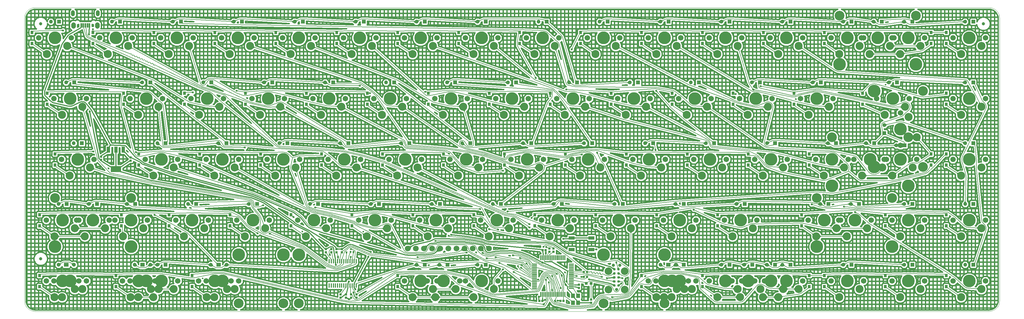
<source format=gbl>
%FSLAX46Y46*%
%OFA0.000000B0.000000*%
%SFA1B1*%
%MOMM*%
%AMFRECTNOHOLE10*
21,1,1.2000,1.2000,0.0000,0.0000,0*
%
%AMFRECTNOHOLE11*
21,1,0.8510,1.0008,0.0000,0.0000,0*
%
%AMFRECTNOHOLE12*
21,1,0.6500,0.6000,0.0000,0.0000,0*
%
%AMFRECTNOHOLE13*
21,1,0.6000,0.6500,0.0000,0.0000,0*
%
%AMFRECTNOHOLE14*
21,1,0.7976,0.7976,0.0000,0.0000,0*
%
%AMFRECTNOHOLE15*
21,1,0.9500,1.9000,0.0000,0.0000,0*
%
%AMFRECTNOHOLE16*
21,1,3.2500,1.9000,0.0000,0.0000,0*
%
%AMFRECTNOHOLE17*
21,1,1.8000,1.1000,0.0000,0.0000,0*
%
%AMFRECTNOHOLE18*
21,1,0.3000,1.5000,0.0000,0.0000,0*
%
%AMFRECTNOHOLE19*
21,1,1.5000,0.3000,0.0000,0.0000,0*
%
%AMFRECTNOHOLE20*
21,1,0.4000,1.4300,0.0000,0.0000,0*
%
%AMFRECTNOHOLE21*
21,1,1.2000,1.4000,0.0000,0.0000,0*
%
%AMFRECTNOHOLE22*
21,1,0.4500,1.3000,0.0000,0.0000,0*
%
%ADD10FRECTNOHOLE10*%
%ADD11FRECTNOHOLE11*%
%ADD12FRECTNOHOLE12*%
%ADD13FRECTNOHOLE13*%
%ADD14FRECTNOHOLE14*%
%ADD15FRECTNOHOLE15*%
%ADD16FRECTNOHOLE16*%
%ADD17FRECTNOHOLE17*%
%ADD18FRECTNOHOLE18*%
%ADD19FRECTNOHOLE19*%
%ADD20FRECTNOHOLE20*%
%ADD21FRECTNOHOLE21*%
%ADD22FRECTNOHOLE22*%
%ADD23C,0.0000X0.0000*%
%ADD24C,0.4000X0.0000*%
%ADD25C,0.3048X0.0000*%
%ADD26C,0.1524X0.0000*%
%ADD27C,0.6096X0.0000*%
%ADD28C,0.9906X0.0000*%
%ADD29C,2.3748X0.0000*%
%ADD30C,1.2000X0.0000*%
%ADD31C,3.9902X0.0000*%
%ADD32C,2.4994X0.0000*%
%ADD33C,1.7042X0.0000*%
%ADD34C,3.0482X0.0000*%
%ADD35C,3.9880X0.0000*%
%ADD36C,1.8000X0.0000*%
%ADD37C,1.1500X0.0000*%
%ADD38C,1.4500X0.0000*%
%ADD39C,0.7874X0.0000*%
%ADD40C,1.0000X0.0000*%
%LNWhiteFox-B_Cu*%
%LPD*%
G54D10*
X256858000Y-156845000D3*
X194945000Y-156845000D3*
X94932500Y-156845000D3*
X319564000Y-115570000D3*
X285432000Y-156845000D3*
X278289000Y-156845000D3*
X251968000Y-156845300D3*
X175895000Y-156845000D3*
X111442000Y-156845300D3*
X87630000Y-156845300D3*
X63754000Y-156845300D3*
X311626000Y-137795000D3*
X73501200Y-137795000D3*
X316389000Y-118745000D3*
X318770000Y-80645000D3*
X61595000Y-80645000D3*
X80645000Y-80645000D3*
X99695000Y-80645000D3*
X118745000Y-80645000D3*
X137795000Y-80645000D3*
X156845000Y-80645000D3*
X175895000Y-80645000D3*
X194945000Y-80645000D3*
X213995000Y-80645000D3*
X233045000Y-80645000D3*
X252095000Y-80645000D3*
X271145000Y-80645000D3*
X290195000Y-80645000D3*
X309245000Y-80645000D3*
X328295000Y-80645000D3*
X347345000Y-80645000D3*
X66357500Y-99695000D3*
X90170000Y-99695000D3*
X109220000Y-99695000D3*
X128270000Y-99695000D3*
X147320000Y-99695000D3*
X166370000Y-99695000D3*
X185420000Y-99695000D3*
X204470000Y-99695000D3*
X223520000Y-99695000D3*
X242570000Y-99695000D3*
X261620000Y-99695000D3*
X280670000Y-99695000D3*
X299720000Y-99695000D3*
X323532000Y-99695000D3*
X347345000Y-99695000D3*
X68738800Y-118745000D3*
X94932600Y-118745000D3*
X113983000Y-118745000D3*
X133033000Y-118745000D3*
X152083000Y-118745000D3*
X171133000Y-118745000D3*
X190183000Y-118745000D3*
X209233000Y-118745000D3*
X228283000Y-118745000D3*
X247333000Y-118745000D3*
X266383000Y-118745000D3*
X285433000Y-118745000D3*
X304483000Y-118745000D3*
X325914000Y-119380000D3*
X347345000Y-118745000D3*
X63976200Y-137795000D3*
X85407500Y-137795000D3*
X104458000Y-137795000D3*
X123508000Y-137795000D3*
X142558000Y-137795000D3*
X161608000Y-137795000D3*
X180658000Y-137795000D3*
X199708000Y-137795000D3*
X218758000Y-137795000D3*
X237808000Y-137795000D3*
X256858000Y-137795000D3*
X275908000Y-137795000D3*
X302101000Y-137795000D3*
X328295000Y-137795000D3*
X347345000Y-137795000D3*
X64008000Y-156845000D3*
X87788800Y-156845000D3*
X111601000Y-156845000D3*
X183039000Y-156845000D3*
X252095000Y-156845000D3*
X271145000Y-156845000D3*
X290195000Y-156845000D3*
X309245000Y-156845000D3*
X328295000Y-156845000D3*
X347345000Y-156845000D3*
G54D11*
X53181200Y-87472500D3*
X53181200Y-83972400D3*
X72231200Y-87472500D3*
X72231200Y-83972400D3*
X91281200Y-87472500D3*
X91281200Y-83972400D3*
X110331000Y-87472500D3*
X110331000Y-83972400D3*
X129381000Y-87472500D3*
X129381000Y-83972400D3*
X148431000Y-87472500D3*
X148431000Y-83972400D3*
X167481000Y-87472500D3*
X167481000Y-83972400D3*
X186531000Y-87472500D3*
X186531000Y-83972400D3*
X205581000Y-87472500D3*
X205581000Y-83972400D3*
X224631000Y-87472500D3*
X224631000Y-83972400D3*
X243681000Y-87472500D3*
X243681000Y-83972400D3*
X262731000Y-87472500D3*
X262731000Y-83972400D3*
X281781000Y-87472500D3*
X281781000Y-83972400D3*
X300831000Y-87472500D3*
X300831000Y-83972400D3*
X334169000Y-87472500D3*
X334169000Y-83972400D3*
X338931000Y-87472500D3*
X338931000Y-83972400D3*
X57943800Y-106522500D3*
X57943800Y-103022400D3*
X81756200Y-106522500D3*
X81756200Y-103022400D3*
X100806000Y-106522500D3*
X100806000Y-103022400D3*
X119856000Y-106522500D3*
X119856000Y-103022400D3*
X138906000Y-106522500D3*
X138906000Y-103022400D3*
X157956000Y-106522500D3*
X157956000Y-103022400D3*
X177006000Y-106522500D3*
X177006000Y-103022400D3*
X196056000Y-106522500D3*
X196056000Y-103022400D3*
X215106000Y-106522500D3*
X215106000Y-103022400D3*
X234156000Y-106522500D3*
X234156000Y-103022400D3*
X253206000Y-106522500D3*
X253206000Y-103022400D3*
X272256000Y-106522500D3*
X272256000Y-103022400D3*
X291306000Y-106522500D3*
X291306000Y-103022400D3*
X312738000Y-106522500D3*
X312738000Y-103022400D3*
X338931000Y-106522500D3*
X338931000Y-103022400D3*
X60325000Y-125572500D3*
X60325000Y-122072400D3*
X86518800Y-125572500D3*
X86518800Y-122072400D3*
X105569000Y-125572500D3*
X105569000Y-122072400D3*
X124619000Y-125572500D3*
X124619000Y-122072400D3*
X143669000Y-125572500D3*
X143669000Y-122072400D3*
X162719000Y-125572500D3*
X162719000Y-122072400D3*
X181769000Y-125572500D3*
X181769000Y-122072400D3*
X200819000Y-125572500D3*
X200819000Y-122072400D3*
X219869000Y-125572500D3*
X219869000Y-122072400D3*
X238919000Y-125572500D3*
X238919000Y-122072400D3*
X257969000Y-125572500D3*
X257969000Y-122072400D3*
X277019000Y-125572500D3*
X277019000Y-122072400D3*
X296069000Y-125572500D3*
X296069000Y-122072400D3*
X334169000Y-122077500D3*
X334169000Y-125577600D3*
X338931000Y-125572500D3*
X338931000Y-122072400D3*
X55562500Y-144622500D3*
X55562500Y-141122400D3*
X81089500Y-144622500D3*
X81089500Y-141122400D3*
X96043800Y-144622500D3*
X96043800Y-141122400D3*
X115094000Y-144622500D3*
X115094000Y-141122400D3*
X134144000Y-144622500D3*
X134144000Y-141122400D3*
X153194000Y-144622500D3*
X153194000Y-141122400D3*
X172244000Y-144622500D3*
X172244000Y-141122400D3*
X191294000Y-144622500D3*
X191294000Y-141122400D3*
X210344000Y-144622500D3*
X210344000Y-141122400D3*
X229394000Y-144622500D3*
X229394000Y-141122400D3*
X248444000Y-144622500D3*
X248444000Y-141122400D3*
X267494000Y-144622500D3*
X267494000Y-141122400D3*
X293688000Y-144622500D3*
X293688000Y-141122400D3*
X319881000Y-144622500D3*
X319881000Y-141122400D3*
X338931000Y-144622500D3*
X338931000Y-141122400D3*
X55562500Y-163672500D3*
X55562500Y-160172400D3*
X79375000Y-163672500D3*
X79375000Y-160172400D3*
X103188000Y-163672500D3*
X103188000Y-160172400D3*
X167481000Y-163672500D3*
X167481000Y-160172400D3*
X243681000Y-163672500D3*
X243681000Y-160172400D3*
X262731000Y-163672500D3*
X262731000Y-160172400D3*
X296069000Y-163672500D3*
X296069000Y-160172400D3*
X300831000Y-163672500D3*
X300831000Y-160172400D3*
X319881000Y-163672500D3*
X319881000Y-160172400D3*
X338931000Y-163672500D3*
X338931000Y-160172400D3*
G54D12*
X149606000Y-167124000D3*
X149606000Y-166124000D3*
X154559000Y-166124000D3*
X154559000Y-167124000D3*
X227902000Y-168775000D3*
X227902000Y-167775000D3*
X152908000Y-166124000D3*
X152908000Y-167124000D3*
X149987000Y-152900000D3*
X149987000Y-151900000D3*
X148336000Y-152900000D3*
X148336000Y-151900000D3*
X145034000Y-151900000D3*
X145034000Y-152900000D3*
X146685000Y-151900000D3*
X146685000Y-152900000D3*
X224092000Y-164076000D3*
X224092000Y-163076000D3*
X151257000Y-167124000D3*
X151257000Y-166124000D3*
X84010500Y-124198000D3*
X84010500Y-123198000D3*
X74739500Y-123944000D3*
X74739500Y-122944000D3*
X216154000Y-152773000D3*
X216154000Y-151773000D3*
X214884000Y-152773000D3*
X214884000Y-151773000D3*
G54D13*
X225624000Y-160655000D3*
X226624000Y-160655000D3*
X226624000Y-159131000D3*
X225624000Y-159131000D3*
X218321000Y-168148000D3*
X219321000Y-168148000D3*
X213733000Y-152273000D3*
X212733000Y-152273000D3*
X212717000Y-168148000D3*
X211717000Y-168148000D3*
G54D14*
X227889300Y-162687000D3*
X226390700Y-162687000D3*
G54D15*
X77075000Y-120775000D3*
X81675000Y-120775000D3*
X79375000Y-120775000D3*
G54D16*
X79375000Y-126875000D3*
G54D17*
X228017000Y-148391000D3*
X228017000Y-152091000D3*
X221817000Y-148391000D3*
X221817000Y-152091000D3*
G54D18*
X212214000Y-166151000D3*
X212714000Y-166151000D3*
X213214000Y-166151000D3*
X213714000Y-166151000D3*
X214214000Y-166151000D3*
X214714000Y-166151000D3*
X215214000Y-166151000D3*
X215714000Y-166151000D3*
X216214000Y-166151000D3*
X216714000Y-166151000D3*
X217214000Y-166151000D3*
X217714000Y-166151000D3*
X218214000Y-166151000D3*
X218714000Y-166151000D3*
X219214000Y-166151000D3*
X219714000Y-166151000D3*
X219714000Y-154651000D3*
X219214000Y-154651000D3*
X218714000Y-154651000D3*
X218214000Y-154651000D3*
X217714000Y-154651000D3*
X217214000Y-154651000D3*
X216714000Y-154651000D3*
X216214000Y-154651000D3*
X215714000Y-154651000D3*
X215214000Y-154651000D3*
X214714000Y-154651000D3*
X214214000Y-154651000D3*
X213714000Y-154651000D3*
X213214000Y-154651000D3*
X212714000Y-154651000D3*
X212214000Y-154651000D3*
G54D19*
X210214000Y-156651000D3*
X210214000Y-157151000D3*
X210214000Y-157651000D3*
X210214000Y-158151000D3*
X210214000Y-158651000D3*
X210214000Y-159151000D3*
X210214000Y-159651000D3*
X210214000Y-160151000D3*
X210214000Y-160651000D3*
X210214000Y-161151000D3*
X210214000Y-161651000D3*
X210214000Y-162151000D3*
X210214000Y-162651000D3*
X210214000Y-163151000D3*
X210214000Y-163651000D3*
X210214000Y-164151000D3*
X221714000Y-164151000D3*
X221714000Y-163651000D3*
X221714000Y-163151000D3*
X221714000Y-162651000D3*
X221714000Y-162151000D3*
X221714000Y-161651000D3*
X221714000Y-161151000D3*
X221714000Y-160651000D3*
X221714000Y-160151000D3*
X221714000Y-159651000D3*
X221714000Y-159151000D3*
X221714000Y-158651000D3*
X221714000Y-158151000D3*
X221714000Y-157651000D3*
X221714000Y-157151000D3*
X221714000Y-156651000D3*
G54D20*
X154529000Y-155717000D3*
X153879000Y-155717000D3*
X153229000Y-155717000D3*
X152579000Y-155717000D3*
X151929000Y-155717000D3*
X151279000Y-155717000D3*
X150629000Y-155717000D3*
X149979000Y-155717000D3*
X149329000Y-155717000D3*
X148679000Y-155717000D3*
X148029000Y-155717000D3*
X147379000Y-155717000D3*
X146729000Y-155717000D3*
X146079000Y-155717000D3*
X146079000Y-163307000D3*
X146729000Y-163307000D3*
X147379000Y-163307000D3*
X148029000Y-163307000D3*
X148679000Y-163307000D3*
X149329000Y-163307000D3*
X149979000Y-163307000D3*
X150629000Y-163307000D3*
X151279000Y-163307000D3*
X151929000Y-163307000D3*
X152579000Y-163307000D3*
X153229000Y-163307000D3*
X153879000Y-163307000D3*
X154529000Y-163307000D3*
G54D21*
X222276000Y-166540000D3*
X223876000Y-166540000D3*
X223876000Y-168740000D3*
X222276000Y-168740000D3*
G54D22*
X71150000Y-81800000D3*
X70500000Y-81800000D3*
X69850000Y-81800000D3*
X69200000Y-81800000D3*
X68550000Y-81800000D3*
G54D23*
X50852100Y-79033600D2*
X50800000Y-79629000D1*
X51006800Y-78456200D2*
X50852100Y-79033600D1*
X51259400Y-77914500D2*
X51006800Y-78456200D1*
X51602200Y-77424900D2*
X51259400Y-77914500D1*
X52024900Y-77002200D2*
X51602200Y-77424900D1*
X52514500Y-76659400D2*
X52024900Y-77002200D1*
X53056200Y-76406800D2*
X52514500Y-76659400D1*
X53633600Y-76252100D2*
X53056200Y-76406800D1*
X54229000Y-76200000D2*
X53633600Y-76252100D1*
X352171000Y-76200000D2*
X54229000Y-76200000D1*
X352766000Y-76252100D2*
X352171000Y-76200000D1*
X353344000Y-76406800D2*
X352766000Y-76252100D1*
X353886000Y-76659400D2*
X353344000Y-76406800D1*
X354375000Y-77002200D2*
X353886000Y-76659400D1*
X354798000Y-77424900D2*
X354375000Y-77002200D1*
X355141000Y-77914500D2*
X354798000Y-77424900D1*
X355393000Y-78456200D2*
X355141000Y-77914500D1*
X355548000Y-79033600D2*
X355393000Y-78456200D1*
X355600000Y-79629000D2*
X355548000Y-79033600D1*
X355600000Y-168021000D2*
X355600000Y-79629000D1*
X355548000Y-168616000D2*
X355600000Y-168021000D1*
X355393000Y-169194000D2*
X355548000Y-168616000D1*
X355141000Y-169736000D2*
X355393000Y-169194000D1*
X354798000Y-170225000D2*
X355141000Y-169736000D1*
X354375000Y-170648000D2*
X354798000Y-170225000D1*
X353886000Y-170991000D2*
X354375000Y-170648000D1*
X353344000Y-171243000D2*
X353886000Y-170991000D1*
X352766000Y-171398000D2*
X353344000Y-171243000D1*
X352171000Y-171450000D2*
X352766000Y-171398000D1*
X54229000Y-171450000D2*
X352171000Y-171450000D1*
X53633600Y-171398000D2*
X54229000Y-171450000D1*
X53056200Y-171243000D2*
X53633600Y-171398000D1*
X52514500Y-170991000D2*
X53056200Y-171243000D1*
X52024900Y-170648000D2*
X52514500Y-170991000D1*
X51602200Y-170225000D2*
X52024900Y-170648000D1*
X51259400Y-169736000D2*
X51602200Y-170225000D1*
X51006800Y-169194000D2*
X51259400Y-169736000D1*
X50852100Y-168616000D2*
X51006800Y-169194000D1*
X50800000Y-168021000D2*
X50852100Y-168616000D1*
X50800000Y-79629000D2*
X50800000Y-168021000D1*
G54D24*
X149281000Y-165243000D2*
X149452000Y-165243000D1*
X149040300Y-165243000D2*
X149281000Y-165243000D1*
X148700000Y-165583300D2*
X149040300Y-165243000D1*
X148700000Y-165824000D2*
X148700000Y-165583300D1*
X148700000Y-166424000D2*
X148700000Y-165824000D1*
X148700000Y-166583300D2*
X148700000Y-166424000D1*
X148700000Y-166664700D2*
X148700000Y-166583300D1*
X148700000Y-166824000D2*
X148700000Y-166664700D1*
X148700000Y-166925700D2*
X148700000Y-166824000D1*
X118297300Y-159788600D2*
X148700000Y-166925700D1*
X118293700Y-159787800D2*
X118297300Y-159788600D1*
X118291900Y-159787400D2*
X118293700Y-159787800D1*
X118286000Y-159786000D2*
X118291900Y-159787400D1*
X113462300Y-158672100D2*
X118286000Y-159786000D1*
X113311600Y-158637500D2*
X113462300Y-158672100D1*
X113293700Y-158633400D2*
X113311600Y-158637500D1*
X113256400Y-158627000D2*
X113293700Y-158633400D1*
X113238500Y-158625000D2*
X113256400Y-158627000D1*
X112994900Y-158597400D2*
X113238500Y-158625000D1*
X112984200Y-158586700D2*
X112994900Y-158597400D1*
X112880000Y-158586500D2*
X112984200Y-158586700D1*
X112861100Y-158586500D2*
X112880000Y-158586500D1*
X112711100Y-158586700D2*
X112861100Y-158586500D1*
X110331000Y-158586700D2*
X112711100Y-158586700D1*
X110279500Y-158586700D2*
X110331000Y-158586700D1*
X110058800Y-158586700D2*
X110279500Y-158586700D1*
X110046800Y-158598700D2*
X110058800Y-158586700D1*
X103591600Y-159091000D2*
X110046800Y-158598700D1*
X103537300Y-159091000D2*
X103591600Y-159091000D1*
X103390400Y-159091000D2*
X103537300Y-159091000D1*
X103003200Y-159091000D2*
X103390400Y-159091000D1*
X102762500Y-159091000D2*
X103003200Y-159091000D1*
X102521800Y-159091000D2*
X102762500Y-159091000D1*
X102181500Y-159431300D2*
X102521800Y-159091000D1*
X102181500Y-159672000D2*
X102181500Y-159431300D1*
X102181500Y-159912700D2*
X102181500Y-159672000D1*
X102181500Y-160228200D2*
X102181500Y-159912700D1*
X94106700Y-159001400D2*
X102181500Y-160228200D1*
X94021800Y-158988500D2*
X94106700Y-159001400D1*
X94009300Y-158986600D2*
X94021800Y-158988500D1*
X93985400Y-158983900D2*
X94009300Y-158986600D1*
X93973000Y-158982900D2*
X93985400Y-158983900D1*
X93800800Y-158969800D2*
X93973000Y-158982900D1*
X93788200Y-158968800D2*
X93800800Y-158969800D1*
X93764100Y-158967900D2*
X93788200Y-158968800D1*
X93751600Y-158967900D2*
X93764100Y-158967900D1*
X93663200Y-158967800D2*
X93751600Y-158967900D1*
X86518800Y-158967800D2*
X93663200Y-158967800D1*
X86512600Y-158967800D2*
X86518800Y-158967800D1*
X86470300Y-158968200D2*
X86512600Y-158967800D1*
X86464400Y-158968300D2*
X86470300Y-158968200D1*
X79801900Y-159091000D2*
X86464400Y-158968300D1*
X79800500Y-159091000D2*
X79801900Y-159091000D1*
X79789800Y-159091000D2*
X79800500Y-159091000D1*
X79724300Y-159091000D2*
X79789800Y-159091000D1*
X79577400Y-159091000D2*
X79724300Y-159091000D1*
X79452100Y-159091000D2*
X79577400Y-159091000D1*
X79221700Y-159091000D2*
X79452100Y-159091000D1*
X79190200Y-159091000D2*
X79221700Y-159091000D1*
X79172900Y-159091000D2*
X79190200Y-159091000D1*
X79025700Y-159091000D2*
X79172900Y-159091000D1*
X78954600Y-159091000D2*
X79025700Y-159091000D1*
X78949500Y-159091000D2*
X78954600Y-159091000D1*
X65113800Y-158967900D2*
X78949500Y-159091000D1*
X65111200Y-158967900D2*
X65113800Y-158967900D1*
X65090700Y-158967800D2*
X65111200Y-158967900D1*
X65087500Y-158967800D2*
X65090700Y-158967800D1*
X62706200Y-158967800D2*
X65087500Y-158967800D1*
X62700000Y-158967800D2*
X62706200Y-158967800D1*
X62657700Y-158968200D2*
X62700000Y-158967800D1*
X62651800Y-158968300D2*
X62657700Y-158968200D1*
X55989400Y-159091000D2*
X62651800Y-158968300D1*
X55988000Y-159091000D2*
X55989400Y-159091000D1*
X55977300Y-159091000D2*
X55988000Y-159091000D1*
X55911800Y-159091000D2*
X55977300Y-159091000D1*
X55764900Y-159091000D2*
X55911800Y-159091000D1*
X55639600Y-159091000D2*
X55764900Y-159091000D1*
X55377700Y-159091000D2*
X55639600Y-159091000D1*
X55137000Y-159091000D2*
X55377700Y-159091000D1*
X54896300Y-159091000D2*
X55137000Y-159091000D1*
X54556000Y-159431300D2*
X54896300Y-159091000D1*
X54556000Y-159672000D2*
X54556000Y-159431300D1*
X54556000Y-159912700D2*
X54556000Y-159672000D1*
X54556000Y-160672800D2*
X54556000Y-159912700D1*
X54556000Y-160913500D2*
X54556000Y-160672800D1*
X54896300Y-161253800D2*
X54556000Y-160913500D1*
X55137000Y-161253800D2*
X54896300Y-161253800D1*
X55988000Y-161253800D2*
X55137000Y-161253800D1*
X56228700Y-161253800D2*
X55988000Y-161253800D1*
X56569000Y-160913500D2*
X56228700Y-161253800D1*
X56569000Y-160672800D2*
X56569000Y-160913500D1*
X56569000Y-160394900D2*
X56569000Y-160672800D1*
X60668500Y-160319400D2*
X56569000Y-160394900D1*
X60522200Y-160465700D2*
X60668500Y-160319400D1*
X60511400Y-160491800D2*
X60522200Y-160465700D1*
X59413800Y-160491800D2*
X60511400Y-160491800D1*
X58816900Y-161088800D2*
X59413800Y-160491800D1*
X58219900Y-160491800D2*
X58816900Y-161088800D1*
X57032500Y-160491800D2*
X58219900Y-160491800D1*
X56193000Y-161331300D2*
X57032500Y-160491800D1*
X56193000Y-162518700D2*
X56193000Y-161331300D1*
X57032500Y-163358200D2*
X56193000Y-162518700D1*
X58219900Y-163358200D2*
X57032500Y-163358200D1*
X58816800Y-162761300D2*
X58219900Y-163358200D1*
X59413800Y-163358200D2*
X58816800Y-162761300D1*
X60511400Y-163358200D2*
X59413800Y-163358200D1*
X60522200Y-163384300D2*
X60511400Y-163358200D1*
X61246900Y-164109000D2*
X60522200Y-163384300D1*
X62193800Y-164501200D2*
X61246900Y-164109000D1*
X63218600Y-164501200D2*
X62193800Y-164501200D1*
X63896900Y-164220300D2*
X63218600Y-164501200D1*
X64575100Y-164501200D2*
X63896900Y-164220300D1*
X64685500Y-164501200D2*
X64575100Y-164501200D1*
X64685500Y-164829100D2*
X64685500Y-164501200D1*
X64964200Y-165502000D2*
X64685500Y-164829100D1*
X65479200Y-166017000D2*
X64964200Y-165502000D1*
X66152100Y-166295700D2*
X65479200Y-166017000D1*
X66880300Y-166295700D2*
X66152100Y-166295700D1*
X67553200Y-166017000D2*
X66880300Y-166295700D1*
X67706800Y-165863400D2*
X67553200Y-166017000D1*
X67860500Y-166017000D2*
X67706800Y-165863400D1*
X68533400Y-166295700D2*
X67860500Y-166017000D1*
X69261600Y-166295700D2*
X68533400Y-166295700D1*
X69934500Y-166017000D2*
X69261600Y-166295700D1*
X70449500Y-165502000D2*
X69934500Y-166017000D1*
X70728200Y-164829100D2*
X70449500Y-165502000D1*
X70728200Y-164100900D2*
X70728200Y-164829100D1*
X70449500Y-163428000D2*
X70728200Y-164100900D1*
X70379700Y-163358200D2*
X70449500Y-163428000D1*
X70761200Y-163358200D2*
X70379700Y-163358200D1*
X71600700Y-162518700D2*
X70761200Y-163358200D1*
X71600700Y-161331300D2*
X71600700Y-162518700D1*
X70761200Y-160491800D2*
X71600700Y-161331300D1*
X69573800Y-160491800D2*
X70761200Y-160491800D1*
X68976900Y-161088800D2*
X69573800Y-160491800D1*
X68379900Y-160491800D2*
X68976900Y-161088800D1*
X67282300Y-160491800D2*
X68379900Y-160491800D1*
X67271500Y-160465700D2*
X67282300Y-160491800D1*
X67105900Y-160300100D2*
X67271500Y-160465700D1*
X78368500Y-160400300D2*
X67105900Y-160300100D1*
X78368500Y-160672800D2*
X78368500Y-160400300D1*
X78368500Y-160913500D2*
X78368500Y-160672800D1*
X78708800Y-161253800D2*
X78368500Y-160913500D1*
X78949500Y-161253800D2*
X78708800Y-161253800D1*
X79800500Y-161253800D2*
X78949500Y-161253800D1*
X80041200Y-161253800D2*
X79800500Y-161253800D1*
X80381500Y-160913500D2*
X80041200Y-161253800D1*
X80381500Y-160672800D2*
X80381500Y-160913500D1*
X80381500Y-160394900D2*
X80381500Y-160672800D1*
X84481100Y-160319400D2*
X80381500Y-160394900D1*
X84334800Y-160465700D2*
X84481100Y-160319400D1*
X84324000Y-160491800D2*
X84334800Y-160465700D1*
X83226300Y-160491800D2*
X84324000Y-160491800D1*
X82629400Y-161088700D2*
X83226300Y-160491800D1*
X82032500Y-160491800D2*
X82629400Y-161088700D1*
X80845100Y-160491800D2*
X82032500Y-160491800D1*
X80005600Y-161331300D2*
X80845100Y-160491800D1*
X80005600Y-162518700D2*
X80005600Y-161331300D1*
X80845100Y-163358200D2*
X80005600Y-162518700D1*
X82032500Y-163358200D2*
X80845100Y-163358200D1*
X82629400Y-162761300D2*
X82032500Y-163358200D1*
X83226300Y-163358200D2*
X82629400Y-162761300D1*
X84324000Y-163358200D2*
X83226300Y-163358200D1*
X84334800Y-163384300D2*
X84324000Y-163358200D1*
X85059500Y-164109000D2*
X84334800Y-163384300D1*
X86006400Y-164501200D2*
X85059500Y-164109000D1*
X87031200Y-164501200D2*
X86006400Y-164501200D1*
X87709400Y-164220300D2*
X87031200Y-164501200D1*
X88387600Y-164501200D2*
X87709400Y-164220300D1*
X88498100Y-164501200D2*
X88387600Y-164501200D1*
X88498100Y-164829100D2*
X88498100Y-164501200D1*
X88776800Y-165502000D2*
X88498100Y-164829100D1*
X89291800Y-166017000D2*
X88776800Y-165502000D1*
X89512400Y-166108400D2*
X89291800Y-166017000D1*
X89413200Y-166347800D2*
X89512400Y-166108400D1*
X88069300Y-166347800D2*
X89413200Y-166347800D1*
X87912000Y-165968000D2*
X88069300Y-166347800D1*
X87397000Y-165453000D2*
X87912000Y-165968000D1*
X86724100Y-165174300D2*
X87397000Y-165453000D1*
X85995900Y-165174300D2*
X86724100Y-165174300D1*
X85323000Y-165453000D2*
X85995900Y-165174300D1*
X85169400Y-165606600D2*
X85323000Y-165453000D1*
X85015800Y-165453000D2*
X85169400Y-165606600D1*
X84342900Y-165174300D2*
X85015800Y-165453000D1*
X83614700Y-165174300D2*
X84342900Y-165174300D1*
X82941800Y-165453000D2*
X83614700Y-165174300D1*
X82927800Y-165467000D2*
X82941800Y-165453000D1*
X80381500Y-163684400D2*
X82927800Y-165467000D1*
X80381500Y-163172100D2*
X80381500Y-163684400D1*
X80381500Y-162931400D2*
X80381500Y-163172100D1*
X80041200Y-162591100D2*
X80381500Y-162931400D1*
X79800500Y-162591100D2*
X80041200Y-162591100D1*
X79190200Y-162591100D2*
X79800500Y-162591100D1*
X78949500Y-162591100D2*
X79190200Y-162591100D1*
X78708800Y-162591100D2*
X78949500Y-162591100D1*
X78368500Y-162931400D2*
X78708800Y-162591100D1*
X78368500Y-163172100D2*
X78368500Y-162931400D1*
X78368500Y-163412800D2*
X78368500Y-163172100D1*
X78368500Y-164172900D2*
X78368500Y-163412800D1*
X78368500Y-164413600D2*
X78368500Y-164172900D1*
X78708800Y-164753900D2*
X78368500Y-164413600D1*
X78949500Y-164753900D2*
X78708800Y-164753900D1*
X79528300Y-164753900D2*
X78949500Y-164753900D1*
X79577100Y-164753900D2*
X79528300Y-164753900D1*
X79617300Y-164753900D2*
X79577100Y-164753900D1*
X82185100Y-166551500D2*
X79617300Y-164753900D1*
X82148100Y-166640900D2*
X82185100Y-166551500D1*
X82148100Y-167369100D2*
X82148100Y-166640900D1*
X82426800Y-168042000D2*
X82148100Y-167369100D1*
X82941800Y-168557000D2*
X82426800Y-168042000D1*
X83614700Y-168835700D2*
X82941800Y-168557000D1*
X84342900Y-168835700D2*
X83614700Y-168835700D1*
X85015800Y-168557000D2*
X84342900Y-168835700D1*
X85169400Y-168403400D2*
X85015800Y-168557000D1*
X85323000Y-168557000D2*
X85169400Y-168403400D1*
X85995900Y-168835700D2*
X85323000Y-168557000D1*
X86724100Y-168835700D2*
X85995900Y-168835700D1*
X87397000Y-168557000D2*
X86724100Y-168835700D1*
X87912000Y-168042000D2*
X87397000Y-168557000D1*
X88069300Y-167662200D2*
X87912000Y-168042000D1*
X89413200Y-167662200D2*
X88069300Y-167662200D1*
X89570500Y-168042000D2*
X89413200Y-167662200D1*
X90085500Y-168557000D2*
X89570500Y-168042000D1*
X90758400Y-168835700D2*
X90085500Y-168557000D1*
X91486600Y-168835700D2*
X90758400Y-168835700D1*
X92159500Y-168557000D2*
X91486600Y-168835700D1*
X92674500Y-168042000D2*
X92159500Y-168557000D1*
X92953200Y-167369100D2*
X92674500Y-168042000D1*
X92953200Y-166640900D2*
X92953200Y-167369100D1*
X92810200Y-166295700D2*
X92953200Y-166640900D1*
X93074100Y-166295700D2*
X92810200Y-166295700D1*
X93747000Y-166017000D2*
X93074100Y-166295700D1*
X94262000Y-165502000D2*
X93747000Y-166017000D1*
X94419300Y-165122200D2*
X94262000Y-165502000D1*
X95763200Y-165122200D2*
X94419300Y-165122200D1*
X95920500Y-165502000D2*
X95763200Y-165122200D1*
X96435500Y-166017000D2*
X95920500Y-165502000D1*
X97108400Y-166295700D2*
X96435500Y-166017000D1*
X97836600Y-166295700D2*
X97108400Y-166295700D1*
X98509500Y-166017000D2*
X97836600Y-166295700D1*
X99024500Y-165502000D2*
X98509500Y-166017000D1*
X99303200Y-164829100D2*
X99024500Y-165502000D1*
X99303200Y-164100900D2*
X99303200Y-164829100D1*
X99024500Y-163428000D2*
X99303200Y-164100900D1*
X98954700Y-163358200D2*
X99024500Y-163428000D1*
X99336200Y-163358200D2*
X98954700Y-163358200D1*
X100175700Y-162518700D2*
X99336200Y-163358200D1*
X100175700Y-161331300D2*
X100175700Y-162518700D1*
X100083200Y-161238800D2*
X100175700Y-161331300D1*
X102441000Y-161597000D2*
X100083200Y-161238800D1*
X102478900Y-161634900D2*
X102441000Y-161597000D1*
X102490300Y-161634900D2*
X102478900Y-161634900D1*
X102738900Y-161634900D2*
X102490300Y-161634900D1*
X102751100Y-161634900D2*
X102738900Y-161634900D1*
X103034700Y-161634900D2*
X102751100Y-161634900D1*
X103613500Y-161634900D2*
X103034700Y-161634900D1*
X103629500Y-161634900D2*
X103613500Y-161634900D1*
X103646700Y-161634900D2*
X103629500Y-161634900D1*
X103817800Y-161634900D2*
X103646700Y-161634900D1*
X103817800Y-162518700D2*
X103817800Y-161634900D1*
X104657300Y-163358200D2*
X103817800Y-162518700D1*
X105844700Y-163358200D2*
X104657300Y-163358200D1*
X106441500Y-162761400D2*
X105844700Y-163358200D1*
X107038300Y-163358200D2*
X106441500Y-162761400D1*
X108136200Y-163358200D2*
X107038300Y-163358200D1*
X108147000Y-163384300D2*
X108136200Y-163358200D1*
X108871700Y-164109000D2*
X108147000Y-163384300D1*
X109818600Y-164501200D2*
X108871700Y-164109000D1*
X110843400Y-164501200D2*
X109818600Y-164501200D1*
X111521500Y-164220300D2*
X110843400Y-164501200D1*
X112199600Y-164501200D2*
X111521500Y-164220300D1*
X112310300Y-164501200D2*
X112199600Y-164501200D1*
X112310300Y-164829100D2*
X112310300Y-164501200D1*
X112589000Y-165502000D2*
X112310300Y-164829100D1*
X113104000Y-166017000D2*
X112589000Y-165502000D1*
X113776900Y-166295700D2*
X113104000Y-166017000D1*
X114505100Y-166295700D2*
X113776900Y-166295700D1*
X115178000Y-166017000D2*
X114505100Y-166295700D1*
X115331500Y-165863500D2*
X115178000Y-166017000D1*
X115485000Y-166017000D2*
X115331500Y-165863500D1*
X116157900Y-166295700D2*
X115485000Y-166017000D1*
X116886100Y-166295700D2*
X116157900Y-166295700D1*
X117559000Y-166017000D2*
X116886100Y-166295700D1*
X118074000Y-165502000D2*
X117559000Y-166017000D1*
X118352700Y-164829100D2*
X118074000Y-165502000D1*
X118352700Y-164100900D2*
X118352700Y-164829100D1*
X118074000Y-163428000D2*
X118352700Y-164100900D1*
X118004200Y-163358200D2*
X118074000Y-163428000D1*
X118385700Y-163358200D2*
X118004200Y-163358200D1*
X119225200Y-162518700D2*
X118385700Y-163358200D1*
X119225200Y-161748000D2*
X119225200Y-162518700D1*
X148974000Y-168731600D2*
X119225200Y-161748000D1*
X148990800Y-168735300D2*
X148974000Y-168731600D1*
X149028900Y-168743200D2*
X148990800Y-168735300D1*
X149048600Y-168747000D2*
X149028900Y-168743200D1*
X151924900Y-169252200D2*
X149048600Y-168747000D1*
X151952100Y-169257000D2*
X151924900Y-169252200D1*
X151988600Y-169262300D2*
X151952100Y-169257000D1*
X152041800Y-169268600D2*
X151988600Y-169262300D1*
X152077500Y-169271900D2*
X152041800Y-169268600D1*
X152104300Y-169273600D2*
X152077500Y-169271900D1*
X152461600Y-169296700D2*
X152104300Y-169273600D1*
X152475100Y-169297500D2*
X152461600Y-169296700D1*
X152529400Y-169299900D2*
X152475100Y-169297500D1*
X152545100Y-169300400D2*
X152529400Y-169299900D1*
X213106900Y-170521700D2*
X152545100Y-169300400D1*
X213275900Y-170525000D2*
X213106900Y-170521700D1*
X213364700Y-170526800D2*
X213275900Y-170525000D1*
X213538100Y-170482500D2*
X213364700Y-170526800D1*
X213615300Y-170438200D2*
X213538100Y-170482500D1*
X213907800Y-170270700D2*
X213615300Y-170438200D1*
X213984900Y-170226600D2*
X213907800Y-170270700D1*
X214110900Y-170099500D2*
X213984900Y-170226600D1*
X214154300Y-170022100D2*
X214110900Y-170099500D1*
X214236600Y-169875500D2*
X214154300Y-170022100D1*
X214948600Y-168608900D2*
X214236600Y-169875500D1*
X215204900Y-169037200D2*
X214948600Y-168608900D1*
X215291600Y-169182300D2*
X215204900Y-169037200D1*
X215320500Y-169230600D2*
X215291600Y-169182300D1*
X215393100Y-169315300D2*
X215320500Y-169230600D1*
X215436200Y-169351000D2*
X215393100Y-169315300D1*
X215698300Y-169568300D2*
X215436200Y-169351000D1*
X215741700Y-169604200D2*
X215698300Y-169568300D1*
X215838400Y-169659900D2*
X215741700Y-169604200D1*
X215891000Y-169679200D2*
X215838400Y-169659900D1*
X216050100Y-169737700D2*
X215891000Y-169679200D1*
X216751100Y-169995500D2*
X216050100Y-169737700D1*
X216787100Y-170008700D2*
X216751100Y-169995500D1*
X216821200Y-170020200D2*
X216787100Y-170008700D1*
X216894500Y-170042600D2*
X216821200Y-170020200D1*
X216928400Y-170052000D2*
X216894500Y-170042600D1*
X216966300Y-170061400D2*
X216928400Y-170052000D1*
X216968100Y-170061800D2*
X216966300Y-170061400D1*
X220589400Y-170949000D2*
X216968100Y-170061800D1*
X137109600Y-170949000D2*
X220589400Y-170949000D1*
X137717500Y-170697200D2*
X137109600Y-170949000D1*
X138309700Y-170105000D2*
X137717500Y-170697200D1*
X138630200Y-169331300D2*
X138309700Y-170105000D1*
X138630200Y-168493700D2*
X138630200Y-169331300D1*
X138309700Y-167720000D2*
X138630200Y-168493700D1*
X137717500Y-167127800D2*
X138309700Y-167720000D1*
X136943800Y-166807300D2*
X137717500Y-167127800D1*
X136106200Y-166807300D2*
X136943800Y-166807300D1*
X135332500Y-167127800D2*
X136106200Y-166807300D1*
X134740300Y-167720000D2*
X135332500Y-167127800D1*
X134419800Y-168493700D2*
X134740300Y-167720000D1*
X134419800Y-169331300D2*
X134419800Y-168493700D1*
X134740300Y-170105000D2*
X134419800Y-169331300D1*
X135332500Y-170697200D2*
X134740300Y-170105000D1*
X135940400Y-170949000D2*
X135332500Y-170697200D1*
X132346600Y-170949000D2*
X135940400Y-170949000D1*
X132954500Y-170697200D2*
X132346600Y-170949000D1*
X133546700Y-170105000D2*
X132954500Y-170697200D1*
X133867200Y-169331300D2*
X133546700Y-170105000D1*
X133867200Y-168493700D2*
X133867200Y-169331300D1*
X133546700Y-167720000D2*
X133867200Y-168493700D1*
X132954500Y-167127800D2*
X133546700Y-167720000D1*
X132180800Y-166807300D2*
X132954500Y-167127800D1*
X131343200Y-166807300D2*
X132180800Y-166807300D1*
X130569500Y-167127800D2*
X131343200Y-166807300D1*
X129977300Y-167720000D2*
X130569500Y-167127800D1*
X129656800Y-168493700D2*
X129977300Y-167720000D1*
X129656800Y-169331300D2*
X129656800Y-168493700D1*
X129977300Y-170105000D2*
X129656800Y-169331300D1*
X130569500Y-170697200D2*
X129977300Y-170105000D1*
X131177400Y-170949000D2*
X130569500Y-170697200D1*
X118376600Y-170949000D2*
X131177400Y-170949000D1*
X118984500Y-170697200D2*
X118376600Y-170949000D1*
X119576700Y-170105000D2*
X118984500Y-170697200D1*
X119897200Y-169331300D2*
X119576700Y-170105000D1*
X119897200Y-168493700D2*
X119897200Y-169331300D1*
X119576700Y-167720000D2*
X119897200Y-168493700D1*
X118984500Y-167127800D2*
X119576700Y-167720000D1*
X118210800Y-166807300D2*
X118984500Y-167127800D1*
X117373200Y-166807300D2*
X118210800Y-166807300D1*
X116599500Y-167127800D2*
X117373200Y-166807300D1*
X116007300Y-167720000D2*
X116599500Y-167127800D1*
X115686800Y-168493700D2*
X116007300Y-167720000D1*
X115686800Y-169331300D2*
X115686800Y-168493700D1*
X116007300Y-170105000D2*
X115686800Y-169331300D1*
X116599500Y-170697200D2*
X116007300Y-170105000D1*
X117207400Y-170949000D2*
X116599500Y-170697200D1*
X54250600Y-170949000D2*
X117207400Y-170949000D1*
X53721100Y-170902700D2*
X54250600Y-170949000D1*
X53228000Y-170770300D2*
X53721100Y-170902700D1*
X52765800Y-170555300D2*
X53228000Y-170770300D1*
X52348200Y-170262800D2*
X52765800Y-170555300D1*
X51987600Y-169901900D2*
X52348200Y-170262800D1*
X51694900Y-169484500D2*
X51987600Y-169901900D1*
X51479500Y-169022300D2*
X51694900Y-169484500D1*
X51347400Y-168528800D2*
X51479500Y-169022300D1*
X51301000Y-167999000D2*
X51347400Y-168528800D1*
X51301000Y-79650800D2*
X51301000Y-167999000D1*
X51347400Y-79120600D2*
X51301000Y-79650800D1*
X51479200Y-78628600D2*
X51347400Y-79120600D1*
X51695100Y-78165700D2*
X51479200Y-78628600D1*
X51987500Y-77748100D2*
X51695100Y-78165700D1*
X52348000Y-77387600D2*
X51987500Y-77748100D1*
X52765800Y-77095100D2*
X52348000Y-77387600D1*
X53228600Y-76879200D2*
X52765800Y-77095100D1*
X53720700Y-76747400D2*
X53228600Y-76879200D1*
X54250900Y-76701000D2*
X53720700Y-76747400D1*
X65314200Y-76701000D2*
X54250900Y-76701000D1*
X64819000Y-77196200D2*
X65314200Y-76701000D1*
X64819000Y-78803800D2*
X64819000Y-77196200D1*
X65496200Y-79481000D2*
X64819000Y-78803800D1*
X66453800Y-79481000D2*
X65496200Y-79481000D1*
X67131000Y-78803800D2*
X66453800Y-79481000D1*
X67131000Y-77196200D2*
X67131000Y-78803800D1*
X66635800Y-76701000D2*
X67131000Y-77196200D1*
X73064200Y-76701000D2*
X66635800Y-76701000D1*
X72569000Y-77196200D2*
X73064200Y-76701000D1*
X72569000Y-78803800D2*
X72569000Y-77196200D1*
X73246200Y-79481000D2*
X72569000Y-78803800D1*
X74203800Y-79481000D2*
X73246200Y-79481000D1*
X74881000Y-78803800D2*
X74203800Y-79481000D1*
X74881000Y-77196200D2*
X74881000Y-78803800D1*
X74385800Y-76701000D2*
X74881000Y-77196200D1*
X305009400Y-76701000D2*
X74385800Y-76701000D1*
X304401500Y-76952800D2*
X305009400Y-76701000D1*
X303809300Y-77545000D2*
X304401500Y-76952800D1*
X303488800Y-78318700D2*
X303809300Y-77545000D1*
X303488800Y-79156300D2*
X303488800Y-78318700D1*
X303763500Y-79819400D2*
X303488800Y-79156300D1*
X291082000Y-79097700D2*
X303763500Y-79819400D1*
X291067200Y-79082900D2*
X291082000Y-79097700D1*
X290814000Y-79083200D2*
X291067200Y-79082900D1*
X290795000Y-79082900D2*
X290814000Y-79083200D1*
X289595000Y-79082900D2*
X290795000Y-79082900D1*
X289560300Y-79082900D2*
X289595000Y-79082900D1*
X289523600Y-79082900D2*
X289560300Y-79082900D1*
X289322800Y-79082900D2*
X289523600Y-79082900D1*
X289267300Y-79138400D2*
X289322800Y-79082900D1*
X289240300Y-79147900D2*
X289267300Y-79138400D1*
X289207700Y-79163600D2*
X289240300Y-79147900D1*
X289175900Y-79178900D2*
X289207700Y-79163600D1*
X288288500Y-79608300D2*
X289175900Y-79178900D1*
X288144200Y-79464000D2*
X288288500Y-79608300D1*
X287165800Y-79464000D2*
X288144200Y-79464000D1*
X286697500Y-79932300D2*
X287165800Y-79464000D1*
X272032000Y-79097700D2*
X286697500Y-79932300D1*
X272017200Y-79082900D2*
X272032000Y-79097700D1*
X271764000Y-79083200D2*
X272017200Y-79082900D1*
X271745000Y-79082900D2*
X271764000Y-79083200D1*
X270545000Y-79082900D2*
X271745000Y-79082900D1*
X270510300Y-79082900D2*
X270545000Y-79082900D1*
X270473600Y-79082900D2*
X270510300Y-79082900D1*
X270272800Y-79082900D2*
X270473600Y-79082900D1*
X270217300Y-79138400D2*
X270272800Y-79082900D1*
X270190300Y-79147900D2*
X270217300Y-79138400D1*
X270157700Y-79163600D2*
X270190300Y-79147900D1*
X270125900Y-79178900D2*
X270157700Y-79163600D1*
X269238500Y-79608300D2*
X270125900Y-79178900D1*
X269094200Y-79464000D2*
X269238500Y-79608300D1*
X268115800Y-79464000D2*
X269094200Y-79464000D1*
X267647500Y-79932300D2*
X268115800Y-79464000D1*
X252982000Y-79097700D2*
X267647500Y-79932300D1*
X252967200Y-79082900D2*
X252982000Y-79097700D1*
X252714000Y-79083200D2*
X252967200Y-79082900D1*
X252695000Y-79082900D2*
X252714000Y-79083200D1*
X251495000Y-79082900D2*
X252695000Y-79082900D1*
X251460300Y-79082900D2*
X251495000Y-79082900D1*
X251423600Y-79082900D2*
X251460300Y-79082900D1*
X251222800Y-79082900D2*
X251423600Y-79082900D1*
X251167300Y-79138400D2*
X251222800Y-79082900D1*
X251140300Y-79147900D2*
X251167300Y-79138400D1*
X251107700Y-79163600D2*
X251140300Y-79147900D1*
X251075900Y-79178900D2*
X251107700Y-79163600D1*
X250188500Y-79608300D2*
X251075900Y-79178900D1*
X250044200Y-79464000D2*
X250188500Y-79608300D1*
X249065800Y-79464000D2*
X250044200Y-79464000D1*
X248597500Y-79932300D2*
X249065800Y-79464000D1*
X233932000Y-79097700D2*
X248597500Y-79932300D1*
X233917200Y-79082900D2*
X233932000Y-79097700D1*
X233664000Y-79083200D2*
X233917200Y-79082900D1*
X233645000Y-79082900D2*
X233664000Y-79083200D1*
X232445000Y-79082900D2*
X233645000Y-79082900D1*
X232410300Y-79082900D2*
X232445000Y-79082900D1*
X232373600Y-79082900D2*
X232410300Y-79082900D1*
X232172800Y-79082900D2*
X232373600Y-79082900D1*
X232117300Y-79138400D2*
X232172800Y-79082900D1*
X232090300Y-79147900D2*
X232117300Y-79138400D1*
X232057700Y-79163600D2*
X232090300Y-79147900D1*
X232025900Y-79178900D2*
X232057700Y-79163600D1*
X231138500Y-79608300D2*
X232025900Y-79178900D1*
X230994200Y-79464000D2*
X231138500Y-79608300D1*
X230015800Y-79464000D2*
X230994200Y-79464000D1*
X229324000Y-80155800D2*
X230015800Y-79464000D1*
X229324000Y-81134200D2*
X229324000Y-80155800D1*
X230015800Y-81826000D2*
X229324000Y-81134200D1*
X230994200Y-81826000D2*
X230015800Y-81826000D1*
X231686000Y-81134200D2*
X230994200Y-81826000D1*
X231686000Y-80803600D2*
X231686000Y-81134200D1*
X231864000Y-80717500D2*
X231686000Y-80803600D1*
X231864000Y-81245000D2*
X231864000Y-80717500D1*
X231864000Y-81485700D2*
X231864000Y-81245000D1*
X232204300Y-81826000D2*
X231864000Y-81485700D1*
X232445000Y-81826000D2*
X232204300Y-81826000D1*
X233404300Y-81826000D2*
X232445000Y-81826000D1*
X233645000Y-81826000D2*
X233404300Y-81826000D1*
X233885700Y-81826000D2*
X233645000Y-81826000D1*
X234226000Y-81485700D2*
X233885700Y-81826000D1*
X234226000Y-81245000D2*
X234226000Y-81485700D1*
X234226000Y-81004300D2*
X234226000Y-81245000D1*
X234226000Y-80430900D2*
X234226000Y-81004300D1*
X248482000Y-81242200D2*
X234226000Y-80430900D1*
X249065800Y-81826000D2*
X248482000Y-81242200D1*
X250044200Y-81826000D2*
X249065800Y-81826000D1*
X250736000Y-81134200D2*
X250044200Y-81826000D1*
X250736000Y-80803600D2*
X250736000Y-81134200D1*
X250914000Y-80717500D2*
X250736000Y-80803600D1*
X250914000Y-81245000D2*
X250914000Y-80717500D1*
X250914000Y-81485700D2*
X250914000Y-81245000D1*
X251254300Y-81826000D2*
X250914000Y-81485700D1*
X251495000Y-81826000D2*
X251254300Y-81826000D1*
X252454300Y-81826000D2*
X251495000Y-81826000D1*
X252695000Y-81826000D2*
X252454300Y-81826000D1*
X252935700Y-81826000D2*
X252695000Y-81826000D1*
X253276000Y-81485700D2*
X252935700Y-81826000D1*
X253276000Y-81245000D2*
X253276000Y-81485700D1*
X253276000Y-81004300D2*
X253276000Y-81245000D1*
X253276000Y-80430900D2*
X253276000Y-81004300D1*
X267532000Y-81242200D2*
X253276000Y-80430900D1*
X268115800Y-81826000D2*
X267532000Y-81242200D1*
X269094200Y-81826000D2*
X268115800Y-81826000D1*
X269786000Y-81134200D2*
X269094200Y-81826000D1*
X269786000Y-80803600D2*
X269786000Y-81134200D1*
X269964000Y-80717500D2*
X269786000Y-80803600D1*
X269964000Y-81245000D2*
X269964000Y-80717500D1*
X269964000Y-81485700D2*
X269964000Y-81245000D1*
X270304300Y-81826000D2*
X269964000Y-81485700D1*
X270545000Y-81826000D2*
X270304300Y-81826000D1*
X271504300Y-81826000D2*
X270545000Y-81826000D1*
X271745000Y-81826000D2*
X271504300Y-81826000D1*
X271985700Y-81826000D2*
X271745000Y-81826000D1*
X272326000Y-81485700D2*
X271985700Y-81826000D1*
X272326000Y-81245000D2*
X272326000Y-81485700D1*
X272326000Y-81004300D2*
X272326000Y-81245000D1*
X272326000Y-80430900D2*
X272326000Y-81004300D1*
X286582000Y-81242200D2*
X272326000Y-80430900D1*
X287165800Y-81826000D2*
X286582000Y-81242200D1*
X288144200Y-81826000D2*
X287165800Y-81826000D1*
X288836000Y-81134200D2*
X288144200Y-81826000D1*
X288836000Y-80803600D2*
X288836000Y-81134200D1*
X289014000Y-80717500D2*
X288836000Y-80803600D1*
X289014000Y-81245000D2*
X289014000Y-80717500D1*
X289014000Y-81485700D2*
X289014000Y-81245000D1*
X289354300Y-81826000D2*
X289014000Y-81485700D1*
X289595000Y-81826000D2*
X289354300Y-81826000D1*
X290554300Y-81826000D2*
X289595000Y-81826000D1*
X290795000Y-81826000D2*
X290554300Y-81826000D1*
X291035700Y-81826000D2*
X290795000Y-81826000D1*
X291376000Y-81485700D2*
X291035700Y-81826000D1*
X291376000Y-81245000D2*
X291376000Y-81485700D1*
X291376000Y-81004300D2*
X291376000Y-81245000D1*
X291376000Y-80430900D2*
X291376000Y-81004300D1*
X305632000Y-81242200D2*
X291376000Y-80430900D1*
X306215800Y-81826000D2*
X305632000Y-81242200D1*
X307194200Y-81826000D2*
X306215800Y-81826000D1*
X307886000Y-81134200D2*
X307194200Y-81826000D1*
X307886000Y-80803600D2*
X307886000Y-81134200D1*
X308064000Y-80717500D2*
X307886000Y-80803600D1*
X308064000Y-81245000D2*
X308064000Y-80717500D1*
X308064000Y-81485700D2*
X308064000Y-81245000D1*
X308404300Y-81826000D2*
X308064000Y-81485700D1*
X308645000Y-81826000D2*
X308404300Y-81826000D1*
X309604300Y-81826000D2*
X308645000Y-81826000D1*
X309845000Y-81826000D2*
X309604300Y-81826000D1*
X310085700Y-81826000D2*
X309845000Y-81826000D1*
X310426000Y-81485700D2*
X310085700Y-81826000D1*
X310426000Y-81245000D2*
X310426000Y-81485700D1*
X310426000Y-81004300D2*
X310426000Y-81245000D1*
X310426000Y-80483400D2*
X310426000Y-81004300D1*
X315056800Y-81142000D2*
X310426000Y-80483400D1*
X315740800Y-81826000D2*
X315056800Y-81142000D1*
X316719200Y-81826000D2*
X315740800Y-81826000D1*
X316863500Y-81681700D2*
X316719200Y-81826000D1*
X317751600Y-82111400D2*
X316863500Y-81681700D1*
X317782900Y-82126500D2*
X317751600Y-82111400D1*
X317816000Y-82142500D2*
X317782900Y-82126500D1*
X317842500Y-82151800D2*
X317816000Y-82142500D1*
X317897800Y-82207100D2*
X317842500Y-82151800D1*
X318100000Y-82207300D2*
X317897800Y-82207100D1*
X318137600Y-82207200D2*
X318100000Y-82207300D1*
X318171900Y-82207100D2*
X318137600Y-82207200D1*
X319370000Y-82207100D2*
X318171900Y-82207100D1*
X319380600Y-82207100D2*
X319370000Y-82207100D1*
X319642200Y-82207100D2*
X319380600Y-82207100D1*
X319676000Y-82173300D2*
X319642200Y-82207100D1*
X324873900Y-81434100D2*
X319676000Y-82173300D1*
X325265800Y-81826000D2*
X324873900Y-81434100D1*
X326244200Y-81826000D2*
X325265800Y-81826000D1*
X326388500Y-81681700D2*
X326244200Y-81826000D1*
X327276600Y-82111400D2*
X326388500Y-81681700D1*
X327307900Y-82126500D2*
X327276600Y-82111400D1*
X327341000Y-82142500D2*
X327307900Y-82126500D1*
X327410300Y-82166800D2*
X327341000Y-82142500D1*
X327446700Y-82175200D2*
X327410300Y-82166800D1*
X327513900Y-82190600D2*
X327446700Y-82175200D1*
X327550800Y-82199000D2*
X327513900Y-82190600D1*
X327625000Y-82207300D2*
X327550800Y-82199000D1*
X327662600Y-82207200D2*
X327625000Y-82207300D1*
X327695000Y-82207100D2*
X327662600Y-82207200D1*
X327696900Y-82207100D2*
X327695000Y-82207100D1*
X328895000Y-82207100D2*
X327696900Y-82207100D1*
X328914000Y-82206800D2*
X328895000Y-82207100D1*
X328931300Y-82206300D2*
X328914000Y-82206800D1*
X328949600Y-82205500D2*
X328931300Y-82206300D1*
X343847500Y-81357700D2*
X328949600Y-82205500D1*
X344315800Y-81826000D2*
X343847500Y-81357700D1*
X345294200Y-81826000D2*
X344315800Y-81826000D1*
X345986000Y-81134200D2*
X345294200Y-81826000D1*
X345986000Y-80155800D2*
X345986000Y-81134200D1*
X345294200Y-79464000D2*
X345986000Y-80155800D1*
X344315800Y-79464000D2*
X345294200Y-79464000D1*
X343732000Y-80047800D2*
X344315800Y-79464000D1*
X329834500Y-80838700D2*
X343732000Y-80047800D1*
X330598500Y-80522200D2*
X329834500Y-80838700D1*
X331190700Y-79930000D2*
X330598500Y-80522200D1*
X331511200Y-79156300D2*
X331190700Y-79930000D1*
X331511200Y-78318700D2*
X331511200Y-79156300D1*
X331190700Y-77545000D2*
X331511200Y-78318700D1*
X330598500Y-76952800D2*
X331190700Y-77545000D1*
X329990600Y-76701000D2*
X330598500Y-76952800D1*
X352149000Y-76701000D2*
X329990600Y-76701000D1*
X352678900Y-76747400D2*
X352149000Y-76701000D1*
X353172200Y-76879400D2*
X352678900Y-76747400D1*
X353634400Y-77094900D2*
X353172200Y-76879400D1*
X354051900Y-77387600D2*
X353634400Y-77094900D1*
X354412700Y-77748200D2*
X354051900Y-77387600D1*
X354705300Y-78165800D2*
X354412700Y-77748200D1*
X354920300Y-78627900D2*
X354705300Y-78165800D1*
X355052700Y-79121100D2*
X354920300Y-78627900D1*
X355099000Y-79650500D2*
X355052700Y-79121100D1*
X355099000Y-167999300D2*
X355099000Y-79650500D1*
X355052700Y-168528600D2*
X355099000Y-167999300D1*
X354920300Y-169022400D2*
X355052700Y-168528600D1*
X354705400Y-169484500D2*
X354920300Y-169022400D1*
X354412900Y-169901600D2*
X354705400Y-169484500D1*
X354051600Y-170262900D2*
X354412900Y-169901600D1*
X353634600Y-170555400D2*
X354051600Y-170262900D1*
X353172500Y-170770200D2*
X353634600Y-170555400D1*
X352678500Y-170902700D2*
X353172500Y-170770200D1*
X352149300Y-170949000D2*
X352678500Y-170902700D1*
X251409600Y-170949000D2*
X352149300Y-170949000D1*
X252017500Y-170697200D2*
X251409600Y-170949000D1*
X252609700Y-170105000D2*
X252017500Y-170697200D1*
X252930200Y-169331300D2*
X252609700Y-170105000D1*
X252930200Y-168835700D2*
X252930200Y-169331300D1*
X253412100Y-168835700D2*
X252930200Y-168835700D1*
X254085000Y-168557000D2*
X253412100Y-168835700D1*
X254600000Y-168042000D2*
X254085000Y-168557000D1*
X254878700Y-167369100D2*
X254600000Y-168042000D1*
X254878700Y-166640900D2*
X254878700Y-167369100D1*
X254735700Y-166295700D2*
X254878700Y-166640900D1*
X254999100Y-166295700D2*
X254735700Y-166295700D1*
X255672000Y-166017000D2*
X254999100Y-166295700D1*
X255825500Y-165863500D2*
X255672000Y-166017000D1*
X255979000Y-166017000D2*
X255825500Y-165863500D1*
X256651900Y-166295700D2*
X255979000Y-166017000D1*
X257380100Y-166295700D2*
X256651900Y-166295700D1*
X258053000Y-166017000D2*
X257380100Y-166295700D1*
X258207000Y-165863000D2*
X258053000Y-166017000D1*
X258361000Y-166017000D2*
X258207000Y-165863000D1*
X259033900Y-166295700D2*
X258361000Y-166017000D1*
X259762100Y-166295700D2*
X259033900Y-166295700D1*
X260435000Y-166017000D2*
X259762100Y-166295700D1*
X260950000Y-165502000D2*
X260435000Y-166017000D1*
X261228700Y-164829100D2*
X260950000Y-165502000D1*
X261228700Y-164100900D2*
X261228700Y-164829100D1*
X260950000Y-163428000D2*
X261228700Y-164100900D1*
X260880200Y-163358200D2*
X260950000Y-163428000D1*
X261261700Y-163358200D2*
X260880200Y-163358200D1*
X261277300Y-163342600D2*
X261261700Y-163358200D1*
X261346200Y-164246000D2*
X261277300Y-163342600D1*
X261350500Y-164303900D2*
X261346200Y-164246000D1*
X261355300Y-164367000D2*
X261350500Y-164303900D1*
X261388200Y-164488000D2*
X261355300Y-164367000D1*
X261416300Y-164545000D2*
X261388200Y-164488000D1*
X261468400Y-164650800D2*
X261416300Y-164545000D1*
X261496400Y-164707600D2*
X261468400Y-164650800D1*
X261572100Y-164807500D2*
X261496400Y-164707600D1*
X261619000Y-164849600D2*
X261572100Y-164807500D1*
X261663100Y-164889200D2*
X261619000Y-164849600D1*
X265858400Y-168651700D2*
X261663100Y-164889200D1*
X266073000Y-168844000D2*
X265858400Y-168651700D1*
X266117500Y-168883900D2*
X266073000Y-168844000D1*
X266220600Y-168946900D2*
X266117500Y-168883900D1*
X266276800Y-168968400D2*
X266220600Y-168946900D1*
X266812400Y-169173300D2*
X266276800Y-168968400D1*
X266868300Y-169194700D2*
X266812400Y-169173300D1*
X266987000Y-169216700D2*
X266868300Y-169194700D1*
X267047000Y-169216700D2*
X266987000Y-169216700D1*
X267062800Y-169216700D2*
X267047000Y-169216700D1*
X267335000Y-169216800D2*
X267062800Y-169216700D1*
X274479000Y-169216800D2*
X267335000Y-169216800D1*
X274645100Y-169216800D2*
X274479000Y-169216800D1*
X274679500Y-169216800D2*
X274645100Y-169216800D1*
X274751200Y-169216800D2*
X274679500Y-169216800D1*
X274761100Y-169206900D2*
X274751200Y-169216800D1*
X274783900Y-169202000D2*
X274761100Y-169206900D1*
X275108700Y-169131800D2*
X274783900Y-169202000D1*
X275143500Y-169124300D2*
X275108700Y-169131800D1*
X275210000Y-169102200D2*
X275143500Y-169124300D1*
X275241400Y-169087900D2*
X275210000Y-169102200D1*
X275544000Y-168950600D2*
X275241400Y-169087900D1*
X275575400Y-168936400D2*
X275544000Y-168950600D1*
X275635800Y-168900900D2*
X275575400Y-168936400D1*
X275664300Y-168879800D2*
X275635800Y-168900900D1*
X275931100Y-168681700D2*
X275664300Y-168879800D1*
X275959700Y-168660500D2*
X275931100Y-168681700D1*
X276011100Y-168612900D2*
X275959700Y-168660500D1*
X276034000Y-168586600D2*
X276011100Y-168612900D1*
X276144200Y-168460600D2*
X276034000Y-168586600D1*
X279101400Y-165077900D2*
X276144200Y-168460600D1*
X279277000Y-165502000D2*
X279101400Y-165077900D1*
X279792000Y-166017000D2*
X279277000Y-165502000D1*
X280012000Y-166108100D2*
X279792000Y-166017000D1*
X279791300Y-166640900D2*
X280012000Y-166108100D1*
X279791300Y-167369100D2*
X279791300Y-166640900D1*
X280070000Y-168042000D2*
X279791300Y-167369100D1*
X280585000Y-168557000D2*
X280070000Y-168042000D1*
X281257900Y-168835700D2*
X280585000Y-168557000D1*
X281986100Y-168835700D2*
X281257900Y-168835700D1*
X282659000Y-168557000D2*
X281986100Y-168835700D1*
X283174000Y-168042000D2*
X282659000Y-168557000D1*
X283331300Y-167662200D2*
X283174000Y-168042000D1*
X284675700Y-167662200D2*
X283331300Y-167662200D1*
X284833000Y-168042000D2*
X284675700Y-167662200D1*
X285348000Y-168557000D2*
X284833000Y-168042000D1*
X286020900Y-168835700D2*
X285348000Y-168557000D1*
X286749100Y-168835700D2*
X286020900Y-168835700D1*
X287422000Y-168557000D2*
X286749100Y-168835700D1*
X287937000Y-168042000D2*
X287422000Y-168557000D1*
X288206100Y-167392300D2*
X287937000Y-168042000D1*
X293068700Y-166651500D2*
X288206100Y-167392300D1*
X293254700Y-166623000D2*
X293068700Y-166651500D1*
X293293300Y-166617100D2*
X293254700Y-166623000D1*
X293369600Y-166595900D2*
X293293300Y-166617100D1*
X293405800Y-166581000D2*
X293369600Y-166595900D1*
X293751100Y-166438600D2*
X293405800Y-166581000D1*
X293787200Y-166423700D2*
X293751100Y-166438600D1*
X293856300Y-166385000D2*
X293787200Y-166423700D1*
X293888300Y-166361600D2*
X293856300Y-166385000D1*
X294039100Y-166251400D2*
X293888300Y-166361600D1*
X295962000Y-164848400D2*
X294039100Y-166251400D1*
X295991900Y-164848400D2*
X295962000Y-164848400D1*
X296072500Y-164767800D2*
X295991900Y-164848400D1*
X296075800Y-164765400D2*
X296072500Y-164767800D1*
X296090600Y-164754600D2*
X296075800Y-164765400D1*
X296091600Y-164753900D2*
X296090600Y-164754600D1*
X296494500Y-164753900D2*
X296091600Y-164753900D1*
X296735200Y-164753900D2*
X296494500Y-164753900D1*
X297075500Y-164413600D2*
X296735200Y-164753900D1*
X297075500Y-164172900D2*
X297075500Y-164413600D1*
X297075500Y-163172100D2*
X297075500Y-164172900D1*
X297075500Y-162931400D2*
X297075500Y-163172100D1*
X296735200Y-162591100D2*
X297075500Y-162931400D1*
X296494500Y-162591100D2*
X296735200Y-162591100D1*
X295884200Y-162591100D2*
X296494500Y-162591100D1*
X295643500Y-162591100D2*
X295884200Y-162591100D1*
X295402800Y-162591100D2*
X295643500Y-162591100D1*
X295062500Y-162931400D2*
X295402800Y-162591100D1*
X295062500Y-163172100D2*
X295062500Y-162931400D1*
X295062500Y-163412800D2*
X295062500Y-163172100D1*
X295062500Y-163877600D2*
X295062500Y-163412800D1*
X294565700Y-164240100D2*
X295062500Y-163877600D1*
X294565700Y-164100900D2*
X294565700Y-164240100D1*
X294287000Y-163428000D2*
X294565700Y-164100900D1*
X294217200Y-163358200D2*
X294287000Y-163428000D1*
X294598700Y-163358200D2*
X294217200Y-163358200D1*
X295438200Y-162518700D2*
X294598700Y-163358200D1*
X295438200Y-161331300D2*
X295438200Y-162518700D1*
X294598700Y-160491800D2*
X295438200Y-161331300D1*
X293411300Y-160491800D2*
X294598700Y-160491800D1*
X292571800Y-161331300D2*
X293411300Y-160491800D1*
X292571800Y-162518700D2*
X292571800Y-161331300D1*
X292687400Y-162634300D2*
X292571800Y-162518700D1*
X292370900Y-162634300D2*
X292687400Y-162634300D1*
X291698000Y-162913000D2*
X292370900Y-162634300D1*
X291183000Y-163428000D2*
X291698000Y-162913000D1*
X291025700Y-163807800D2*
X291183000Y-163428000D1*
X290685500Y-163807800D2*
X291025700Y-163807800D1*
X291109000Y-163384300D2*
X290685500Y-163807800D1*
X291501200Y-162437400D2*
X291109000Y-163384300D1*
X291501200Y-161412600D2*
X291501200Y-162437400D1*
X291109000Y-160465700D2*
X291501200Y-161412600D1*
X290962700Y-160319400D2*
X291109000Y-160465700D1*
X295062500Y-160394900D2*
X290962700Y-160319400D1*
X295062500Y-160672800D2*
X295062500Y-160394900D1*
X295062500Y-160913500D2*
X295062500Y-160672800D1*
X295402800Y-161253800D2*
X295062500Y-160913500D1*
X295643500Y-161253800D2*
X295402800Y-161253800D1*
X296494500Y-161253800D2*
X295643500Y-161253800D1*
X296735200Y-161253800D2*
X296494500Y-161253800D1*
X297075500Y-160913500D2*
X296735200Y-161253800D1*
X297075500Y-160829600D2*
X297075500Y-160913500D1*
X299824500Y-160829600D2*
X297075500Y-160829600D1*
X299824500Y-160913500D2*
X299824500Y-160829600D1*
X300164800Y-161253800D2*
X299824500Y-160913500D1*
X300405500Y-161253800D2*
X300164800Y-161253800D1*
X301256500Y-161253800D2*
X300405500Y-161253800D1*
X301497200Y-161253800D2*
X301256500Y-161253800D1*
X301837500Y-160913500D2*
X301497200Y-161253800D1*
X301837500Y-160672800D2*
X301837500Y-160913500D1*
X301837500Y-160394900D2*
X301837500Y-160672800D1*
X305937300Y-160319400D2*
X301837500Y-160394900D1*
X305791000Y-160465700D2*
X305937300Y-160319400D1*
X305398800Y-161412600D2*
X305791000Y-160465700D1*
X305398800Y-162437400D2*
X305398800Y-161412600D1*
X305791000Y-163384300D2*
X305398800Y-162437400D1*
X306515700Y-164109000D2*
X305791000Y-163384300D1*
X307462600Y-164501200D2*
X306515700Y-164109000D1*
X308487400Y-164501200D2*
X307462600Y-164501200D1*
X309434300Y-164109000D2*
X308487400Y-164501200D1*
X310159000Y-163384300D2*
X309434300Y-164109000D1*
X310551200Y-162437400D2*
X310159000Y-163384300D1*
X310551200Y-161412600D2*
X310551200Y-162437400D1*
X310159000Y-160465700D2*
X310551200Y-161412600D1*
X309997100Y-160303800D2*
X310159000Y-160465700D1*
X318874500Y-160399200D2*
X309997100Y-160303800D1*
X318874500Y-160672800D2*
X318874500Y-160399200D1*
X318874500Y-160913500D2*
X318874500Y-160672800D1*
X319214800Y-161253800D2*
X318874500Y-160913500D1*
X319455500Y-161253800D2*
X319214800Y-161253800D1*
X320306500Y-161253800D2*
X319455500Y-161253800D1*
X320547200Y-161253800D2*
X320306500Y-161253800D1*
X320887500Y-160913500D2*
X320547200Y-161253800D1*
X320887500Y-160672800D2*
X320887500Y-160913500D1*
X320887500Y-160394900D2*
X320887500Y-160672800D1*
X324987300Y-160319400D2*
X320887500Y-160394900D1*
X324841000Y-160465700D2*
X324987300Y-160319400D1*
X324448800Y-161412600D2*
X324841000Y-160465700D1*
X324448800Y-162437400D2*
X324448800Y-161412600D1*
X324841000Y-163384300D2*
X324448800Y-162437400D1*
X325565700Y-164109000D2*
X324841000Y-163384300D1*
X326512600Y-164501200D2*
X325565700Y-164109000D1*
X327537400Y-164501200D2*
X326512600Y-164501200D1*
X328484300Y-164109000D2*
X327537400Y-164501200D1*
X329209000Y-163384300D2*
X328484300Y-164109000D1*
X329601200Y-162437400D2*
X329209000Y-163384300D1*
X329601200Y-161412600D2*
X329601200Y-162437400D1*
X329209000Y-160465700D2*
X329601200Y-161412600D1*
X329047100Y-160303800D2*
X329209000Y-160465700D1*
X337924500Y-160399200D2*
X329047100Y-160303800D1*
X337924500Y-160672800D2*
X337924500Y-160399200D1*
X337924500Y-160913500D2*
X337924500Y-160672800D1*
X338264800Y-161253800D2*
X337924500Y-160913500D1*
X338505500Y-161253800D2*
X338264800Y-161253800D1*
X339356500Y-161253800D2*
X338505500Y-161253800D1*
X339597200Y-161253800D2*
X339356500Y-161253800D1*
X339937500Y-160913500D2*
X339597200Y-161253800D1*
X339937500Y-160672800D2*
X339937500Y-160913500D1*
X339937500Y-160533100D2*
X339937500Y-160672800D1*
X340181600Y-160711500D2*
X339937500Y-160533100D1*
X339561800Y-161331300D2*
X340181600Y-160711500D1*
X339561800Y-162518700D2*
X339561800Y-161331300D1*
X340401300Y-163358200D2*
X339561800Y-162518700D1*
X341588700Y-163358200D2*
X340401300Y-163358200D1*
X342399600Y-162547300D2*
X341588700Y-163358200D1*
X344062600Y-164091800D2*
X342399600Y-162547300D1*
X344206800Y-164225900D2*
X344062600Y-164091800D1*
X344227800Y-164245400D2*
X344206800Y-164225900D1*
X344272200Y-164280000D2*
X344227800Y-164245400D1*
X344295900Y-164295400D2*
X344272200Y-164280000D1*
X344629900Y-164512600D2*
X344295900Y-164295400D1*
X344654000Y-164528200D2*
X344629900Y-164512600D1*
X344703600Y-164554700D2*
X344654000Y-164528200D1*
X344729500Y-164565800D2*
X344703600Y-164554700D1*
X345092100Y-164721100D2*
X344729500Y-164565800D1*
X345117400Y-164732000D2*
X345092100Y-164721100D1*
X345170800Y-164749700D2*
X345117400Y-164732000D1*
X345198600Y-164756300D2*
X345170800Y-164749700D1*
X345582200Y-164847600D2*
X345198600Y-164756300D1*
X345610100Y-164854200D2*
X345582200Y-164847600D1*
X345665700Y-164862500D2*
X345610100Y-164854200D1*
X345693800Y-164864200D2*
X345665700Y-164862500D1*
X345892400Y-164876500D2*
X345693800Y-164864200D1*
X348131300Y-165015000D2*
X345892400Y-164876500D1*
X348333000Y-165502000D2*
X348131300Y-165015000D1*
X348848000Y-166017000D2*
X348333000Y-165502000D1*
X349520900Y-166295700D2*
X348848000Y-166017000D1*
X350249100Y-166295700D2*
X349520900Y-166295700D1*
X350922000Y-166017000D2*
X350249100Y-166295700D1*
X351437000Y-165502000D2*
X350922000Y-166017000D1*
X351715700Y-164829100D2*
X351437000Y-165502000D1*
X351715700Y-164100900D2*
X351715700Y-164829100D1*
X351437000Y-163428000D2*
X351715700Y-164100900D1*
X351367200Y-163358200D2*
X351437000Y-163428000D1*
X351748700Y-163358200D2*
X351367200Y-163358200D1*
X352588200Y-162518700D2*
X351748700Y-163358200D1*
X352588200Y-161331300D2*
X352588200Y-162518700D1*
X351748700Y-160491800D2*
X352588200Y-161331300D1*
X350561300Y-160491800D2*
X351748700Y-160491800D1*
X349721800Y-161331300D2*
X350561300Y-160491800D1*
X349721800Y-162518700D2*
X349721800Y-161331300D1*
X349837400Y-162634300D2*
X349721800Y-162518700D1*
X349520900Y-162634300D2*
X349837400Y-162634300D1*
X348848000Y-162913000D2*
X349520900Y-162634300D1*
X348333000Y-163428000D2*
X348848000Y-162913000D1*
X348218900Y-163703600D2*
X348333000Y-163428000D1*
X347956000Y-163687300D2*
X348218900Y-163703600D1*
X348259000Y-163384300D2*
X347956000Y-163687300D1*
X348651200Y-162437400D2*
X348259000Y-163384300D1*
X348651200Y-161412600D2*
X348651200Y-162437400D1*
X348259000Y-160465700D2*
X348651200Y-161412600D1*
X347534300Y-159741000D2*
X348259000Y-160465700D1*
X346587400Y-159348800D2*
X347534300Y-159741000D1*
X345562600Y-159348800D2*
X346587400Y-159348800D1*
X344615700Y-159741000D2*
X345562600Y-159348800D1*
X343891000Y-160465700D2*
X344615700Y-159741000D1*
X343498800Y-161412600D2*
X343891000Y-160465700D1*
X343498800Y-161774400D2*
X343498800Y-161412600D1*
X342229600Y-160595700D2*
X343498800Y-161774400D1*
X342227900Y-160594000D2*
X342229600Y-160595700D1*
X342202300Y-160570400D2*
X342227900Y-160594000D1*
X342175000Y-160546600D2*
X342202300Y-160570400D1*
X342123600Y-160504200D2*
X342175000Y-160546600D1*
X342093900Y-160481100D2*
X342123600Y-160504200D1*
X342066200Y-160460800D2*
X342093900Y-160481100D1*
X339924200Y-158895200D2*
X342066200Y-160460800D1*
X339905300Y-158881900D2*
X339924200Y-158895200D1*
X339887900Y-158870100D2*
X339905300Y-158881900D1*
X339869300Y-158857900D2*
X339887900Y-158870100D1*
X325222700Y-149630900D2*
X339869300Y-158857900D1*
X325522000Y-149507000D2*
X325222700Y-149630900D1*
X326037000Y-148992000D2*
X325522000Y-149507000D1*
X326315700Y-148319100D2*
X326037000Y-148992000D1*
X326315700Y-147590900D2*
X326315700Y-148319100D1*
X326037000Y-146918000D2*
X326315700Y-147590900D1*
X325522000Y-146403000D2*
X326037000Y-146918000D1*
X324849100Y-146124300D2*
X325522000Y-146403000D1*
X324120900Y-146124300D2*
X324849100Y-146124300D1*
X323448000Y-146403000D2*
X324120900Y-146124300D1*
X323434000Y-146417000D2*
X323448000Y-146403000D1*
X320887500Y-144634400D2*
X323434000Y-146417000D1*
X320887500Y-144122100D2*
X320887500Y-144634400D1*
X320887500Y-143881400D2*
X320887500Y-144122100D1*
X320547200Y-143541100D2*
X320887500Y-143881400D1*
X320306500Y-143541100D2*
X320547200Y-143541100D1*
X319696200Y-143541100D2*
X320306500Y-143541100D1*
X319455500Y-143541100D2*
X319696200Y-143541100D1*
X319214800Y-143541100D2*
X319455500Y-143541100D1*
X318874500Y-143881400D2*
X319214800Y-143541100D1*
X318874500Y-144122100D2*
X318874500Y-143881400D1*
X318874500Y-144362800D2*
X318874500Y-144122100D1*
X318874500Y-145122900D2*
X318874500Y-144362800D1*
X318874500Y-145363600D2*
X318874500Y-145122900D1*
X319214800Y-145703900D2*
X318874500Y-145363600D1*
X319455500Y-145703900D2*
X319214800Y-145703900D1*
X320034300Y-145703900D2*
X319455500Y-145703900D1*
X320083100Y-145703900D2*
X320034300Y-145703900D1*
X320123300Y-145703900D2*
X320083100Y-145703900D1*
X322691300Y-147501600D2*
X320123300Y-145703900D1*
X322654300Y-147590900D2*
X322691300Y-147501600D1*
X322654300Y-148012900D2*
X322654300Y-147590900D1*
X316317200Y-144020700D2*
X322654300Y-148012900D1*
X316869200Y-143468700D2*
X316317200Y-144020700D1*
X316869200Y-142281300D2*
X316869200Y-143468700D1*
X316029700Y-141441800D2*
X316869200Y-142281300D1*
X314842300Y-141441800D2*
X316029700Y-141441800D1*
X314031400Y-142252700D2*
X314842300Y-141441800D1*
X312368700Y-140708400D2*
X314031400Y-142252700D1*
X312293300Y-140638300D2*
X312368700Y-140708400D1*
X318874500Y-141300600D2*
X312293300Y-140638300D1*
X318874500Y-141622800D2*
X318874500Y-141300600D1*
X318874500Y-141863500D2*
X318874500Y-141622800D1*
X319214800Y-142203800D2*
X318874500Y-141863500D1*
X319455500Y-142203800D2*
X319214800Y-142203800D1*
X320306500Y-142203800D2*
X319455500Y-142203800D1*
X320547200Y-142203800D2*
X320306500Y-142203800D1*
X320887500Y-141863500D2*
X320547200Y-142203800D1*
X320887500Y-141622800D2*
X320887500Y-141863500D1*
X320887500Y-141344900D2*
X320887500Y-141622800D1*
X324987300Y-141269400D2*
X320887500Y-141344900D1*
X324841000Y-141415700D2*
X324987300Y-141269400D1*
X324448800Y-142362600D2*
X324841000Y-141415700D1*
X324448800Y-143387400D2*
X324448800Y-142362600D1*
X324841000Y-144334300D2*
X324448800Y-143387400D1*
X325565700Y-145059000D2*
X324841000Y-144334300D1*
X326512600Y-145451200D2*
X325565700Y-145059000D1*
X327537400Y-145451200D2*
X326512600Y-145451200D1*
X328484300Y-145059000D2*
X327537400Y-145451200D1*
X329209000Y-144334300D2*
X328484300Y-145059000D1*
X329601200Y-143387400D2*
X329209000Y-144334300D1*
X329601200Y-142362600D2*
X329601200Y-143387400D1*
X329209000Y-141415700D2*
X329601200Y-142362600D1*
X329047100Y-141253800D2*
X329209000Y-141415700D1*
X337924500Y-141349200D2*
X329047100Y-141253800D1*
X337924500Y-141622800D2*
X337924500Y-141349200D1*
X337924500Y-141863500D2*
X337924500Y-141622800D1*
X338264800Y-142203800D2*
X337924500Y-141863500D1*
X338505500Y-142203800D2*
X338264800Y-142203800D1*
X339356500Y-142203800D2*
X338505500Y-142203800D1*
X339597200Y-142203800D2*
X339356500Y-142203800D1*
X339937500Y-141863500D2*
X339597200Y-142203800D1*
X339937500Y-141622800D2*
X339937500Y-141863500D1*
X339937500Y-141483100D2*
X339937500Y-141622800D1*
X340181600Y-141661500D2*
X339937500Y-141483100D1*
X339561800Y-142281300D2*
X340181600Y-141661500D1*
X339561800Y-143468700D2*
X339561800Y-142281300D1*
X340401300Y-144308200D2*
X339561800Y-143468700D1*
X341588700Y-144308200D2*
X340401300Y-144308200D1*
X342399600Y-143497300D2*
X341588700Y-144308200D1*
X344062600Y-145041800D2*
X342399600Y-143497300D1*
X344206800Y-145175900D2*
X344062600Y-145041800D1*
X344227800Y-145195400D2*
X344206800Y-145175900D1*
X344272200Y-145230000D2*
X344227800Y-145195400D1*
X344295900Y-145245400D2*
X344272200Y-145230000D1*
X344629900Y-145462600D2*
X344295900Y-145245400D1*
X344654000Y-145478200D2*
X344629900Y-145462600D1*
X344703600Y-145504700D2*
X344654000Y-145478200D1*
X344729500Y-145515800D2*
X344703600Y-145504700D1*
X345092100Y-145671100D2*
X344729500Y-145515800D1*
X345117400Y-145682000D2*
X345092100Y-145671100D1*
X345170800Y-145699700D2*
X345117400Y-145682000D1*
X345198600Y-145706300D2*
X345170800Y-145699700D1*
X345582200Y-145797600D2*
X345198600Y-145706300D1*
X345610100Y-145804200D2*
X345582200Y-145797600D1*
X345665700Y-145812500D2*
X345610100Y-145804200D1*
X345693800Y-145814200D2*
X345665700Y-145812500D1*
X345892400Y-145826500D2*
X345693800Y-145814200D1*
X348131300Y-145965000D2*
X345892400Y-145826500D1*
X348333000Y-146452000D2*
X348131300Y-145965000D1*
X348848000Y-146967000D2*
X348333000Y-146452000D1*
X349520900Y-147245700D2*
X348848000Y-146967000D1*
X350213300Y-147245700D2*
X349520900Y-147245700D1*
X347367200Y-155664000D2*
X350213300Y-147245700D1*
X346745000Y-155664000D2*
X347367200Y-155664000D1*
X346504300Y-155664000D2*
X346745000Y-155664000D1*
X346164000Y-156004300D2*
X346504300Y-155664000D1*
X346164000Y-156245000D2*
X346164000Y-156004300D1*
X346164000Y-157445000D2*
X346164000Y-156245000D1*
X346164000Y-157685700D2*
X346164000Y-157445000D1*
X346504300Y-158026000D2*
X346164000Y-157685700D1*
X346745000Y-158026000D2*
X346504300Y-158026000D1*
X347704300Y-158026000D2*
X346745000Y-158026000D1*
X347945000Y-158026000D2*
X347704300Y-158026000D1*
X348185700Y-158026000D2*
X347945000Y-158026000D1*
X348526000Y-157685700D2*
X348185700Y-158026000D1*
X348526000Y-157445000D2*
X348526000Y-157685700D1*
X348526000Y-157204300D2*
X348526000Y-157445000D1*
X348526000Y-156517200D2*
X348526000Y-157204300D1*
X348526000Y-156451300D2*
X348526000Y-156517200D1*
X348526000Y-156340500D2*
X348526000Y-156451300D1*
X351980300Y-146123400D2*
X348526000Y-156340500D1*
X352051400Y-145912700D2*
X351980300Y-146123400D1*
X352066400Y-145868100D2*
X352051400Y-145912700D1*
X352083400Y-145776600D2*
X352066400Y-145868100D1*
X352085400Y-145730300D2*
X352083400Y-145776600D1*
X352104200Y-145288200D2*
X352085400Y-145730300D1*
X352106200Y-145242300D2*
X352104200Y-145288200D1*
X352097100Y-145149700D2*
X352106200Y-145242300D1*
X352086000Y-145104100D2*
X352097100Y-145149700D1*
X351980800Y-144674300D2*
X352086000Y-145104100D1*
X351969600Y-144628600D2*
X351980800Y-144674300D1*
X351934900Y-144542200D2*
X351969600Y-144628600D1*
X351911800Y-144502400D2*
X351934900Y-144542200D1*
X351781200Y-144275700D2*
X351911800Y-144502400D1*
X352588200Y-143468700D2*
X351781200Y-144275700D1*
X352588200Y-142281300D2*
X352588200Y-143468700D1*
X351748700Y-141441800D2*
X352588200Y-142281300D1*
X350561300Y-141441800D2*
X351748700Y-141441800D1*
X350512700Y-141490400D2*
X350561300Y-141441800D1*
X349152800Y-128043200D2*
X350512700Y-141490400D1*
X349520900Y-128195700D2*
X349152800Y-128043200D1*
X350249100Y-128195700D2*
X349520900Y-128195700D1*
X350922000Y-127917000D2*
X350249100Y-128195700D1*
X351437000Y-127402000D2*
X350922000Y-127917000D1*
X351715700Y-126729100D2*
X351437000Y-127402000D1*
X351715700Y-126000900D2*
X351715700Y-126729100D1*
X351437000Y-125328000D2*
X351715700Y-126000900D1*
X351367200Y-125258200D2*
X351437000Y-125328000D1*
X351748700Y-125258200D2*
X351367200Y-125258200D1*
X352588200Y-124418700D2*
X351748700Y-125258200D1*
X352588200Y-123231300D2*
X352588200Y-124418700D1*
X351748700Y-122391800D2*
X352588200Y-123231300D1*
X350561300Y-122391800D2*
X351748700Y-122391800D1*
X349721800Y-123231300D2*
X350561300Y-122391800D1*
X349721800Y-124418700D2*
X349721800Y-123231300D1*
X349837400Y-124534300D2*
X349721800Y-124418700D1*
X349520900Y-124534300D2*
X349837400Y-124534300D1*
X349016300Y-124743300D2*
X349520900Y-124534300D1*
X349031700Y-123878200D2*
X349016300Y-124743300D1*
X349033100Y-123803200D2*
X349031700Y-123878200D1*
X349032400Y-123759000D2*
X349033100Y-123803200D1*
X349024800Y-123602600D2*
X349032400Y-123759000D1*
X349021100Y-123557900D2*
X349024800Y-123602600D1*
X349012300Y-123482600D2*
X349021100Y-123557900D1*
X348526000Y-119311200D2*
X349012300Y-123482600D1*
X348526000Y-119268800D2*
X348526000Y-119311200D1*
X348526000Y-119137500D2*
X348526000Y-119268800D1*
X348526000Y-119104300D2*
X348526000Y-119137500D1*
X348526000Y-118145000D2*
X348526000Y-119104300D1*
X348526000Y-117904300D2*
X348526000Y-118145000D1*
X348185700Y-117564000D2*
X348526000Y-117904300D1*
X347945000Y-117564000D2*
X348185700Y-117564000D1*
X347318200Y-117564000D2*
X347945000Y-117564000D1*
X351870500Y-108289600D2*
X347318200Y-117564000D1*
X351978900Y-108068800D2*
X351870500Y-108289600D1*
X352001700Y-108022400D2*
X351978900Y-108068800D1*
X352032500Y-107922400D2*
X352001700Y-108022400D1*
X352039700Y-107871600D2*
X352032500Y-107922400D1*
X352109500Y-107381400D2*
X352039700Y-107871600D1*
X352116800Y-107330200D2*
X352109500Y-107381400D1*
X352115100Y-107225600D2*
X352116800Y-107330200D1*
X352106100Y-107174500D2*
X352115100Y-107225600D1*
X352020000Y-106686800D2*
X352106100Y-107174500D1*
X352011000Y-106635900D2*
X352020000Y-106686800D1*
X351976900Y-106537000D2*
X352011000Y-106635900D1*
X351952600Y-106491600D2*
X351976900Y-106537000D1*
X351783000Y-106173900D2*
X351952600Y-106491600D1*
X352588200Y-105368700D2*
X351783000Y-106173900D1*
X352588200Y-104181300D2*
X352588200Y-105368700D1*
X351748700Y-103341800D2*
X352588200Y-104181300D1*
X350561300Y-103341800D2*
X351748700Y-103341800D1*
X350146500Y-103756600D2*
X350561300Y-103341800D1*
X348526000Y-100169800D2*
X350146500Y-103756600D1*
X348526000Y-100087500D2*
X348526000Y-100169800D1*
X348526000Y-100054300D2*
X348526000Y-100087500D1*
X348526000Y-100022800D2*
X348526000Y-100054300D1*
X348526000Y-99095000D2*
X348526000Y-100022800D1*
X348526000Y-98854300D2*
X348526000Y-99095000D1*
X348185700Y-98514000D2*
X348526000Y-98854300D1*
X347945000Y-98514000D2*
X348185700Y-98514000D1*
X346745000Y-98514000D2*
X347945000Y-98514000D1*
X346504300Y-98514000D2*
X346745000Y-98514000D1*
X346164000Y-98854300D2*
X346504300Y-98514000D1*
X346164000Y-98924700D2*
X346164000Y-98854300D1*
X346051300Y-98725700D2*
X346164000Y-98924700D1*
X346011000Y-98654500D2*
X346051300Y-98725700D1*
X345897800Y-98536100D2*
X346011000Y-98654500D1*
X345828200Y-98492500D2*
X345897800Y-98536100D1*
X345440000Y-98249400D2*
X345828200Y-98492500D1*
X345370600Y-98205900D2*
X345440000Y-98249400D1*
X345214800Y-98155700D2*
X345370600Y-98205900D1*
X345132800Y-98150500D2*
X345214800Y-98155700D1*
X344904600Y-98136000D2*
X345132800Y-98150500D1*
X307470900Y-95744900D2*
X344904600Y-98136000D1*
X307777100Y-95438700D2*
X307470900Y-95744900D1*
X308169100Y-94492200D2*
X307777100Y-95438700D1*
X308169100Y-93467800D2*
X308169100Y-94492200D1*
X307777100Y-92521300D2*
X308169100Y-93467800D1*
X307052700Y-91796900D2*
X307777100Y-92521300D1*
X307012600Y-91780300D2*
X307052700Y-91796900D1*
X307265700Y-91169100D2*
X307012600Y-91780300D1*
X307265700Y-90440900D2*
X307265700Y-91169100D1*
X306987000Y-89768000D2*
X307265700Y-90440900D1*
X306472000Y-89253000D2*
X306987000Y-89768000D1*
X305799100Y-88974300D2*
X306472000Y-89253000D1*
X305070900Y-88974300D2*
X305799100Y-88974300D1*
X304398000Y-89253000D2*
X305070900Y-88974300D1*
X304384000Y-89267000D2*
X304398000Y-89253000D1*
X301837500Y-87484400D2*
X304384000Y-89267000D1*
X301837500Y-86972100D2*
X301837500Y-87484400D1*
X301837500Y-86731400D2*
X301837500Y-86972100D1*
X301497200Y-86391100D2*
X301837500Y-86731400D1*
X301256500Y-86391100D2*
X301497200Y-86391100D1*
X300646200Y-86391100D2*
X301256500Y-86391100D1*
X300405500Y-86391100D2*
X300646200Y-86391100D1*
X300164800Y-86391100D2*
X300405500Y-86391100D1*
X299824500Y-86731400D2*
X300164800Y-86391100D1*
X299824500Y-86972100D2*
X299824500Y-86731400D1*
X299824500Y-87212800D2*
X299824500Y-86972100D1*
X299824500Y-87972900D2*
X299824500Y-87212800D1*
X299824500Y-88213600D2*
X299824500Y-87972900D1*
X300164800Y-88553900D2*
X299824500Y-88213600D1*
X300405500Y-88553900D2*
X300164800Y-88553900D1*
X300984300Y-88553900D2*
X300405500Y-88553900D1*
X301033100Y-88553900D2*
X300984300Y-88553900D1*
X301073300Y-88553900D2*
X301033100Y-88553900D1*
X303641300Y-90351600D2*
X301073300Y-88553900D1*
X303604300Y-90440900D2*
X303641300Y-90351600D1*
X303604300Y-91169100D2*
X303604300Y-90440900D1*
X303883000Y-91842000D2*
X303604300Y-91169100D1*
X303986600Y-91945600D2*
X303883000Y-91842000D1*
X303410900Y-92521300D2*
X303986600Y-91945600D1*
X303018900Y-93467800D2*
X303410900Y-92521300D1*
X303018900Y-94250000D2*
X303018900Y-93467800D1*
X294548000Y-88671900D2*
X303018900Y-94250000D1*
X294565700Y-88629100D2*
X294548000Y-88671900D1*
X294565700Y-87900900D2*
X294565700Y-88629100D1*
X294287000Y-87228000D2*
X294565700Y-87900900D1*
X294217200Y-87158200D2*
X294287000Y-87228000D1*
X294598700Y-87158200D2*
X294217200Y-87158200D1*
X295438200Y-86318700D2*
X294598700Y-87158200D1*
X295438200Y-85131300D2*
X295438200Y-86318700D1*
X294598700Y-84291800D2*
X295438200Y-85131300D1*
X293411300Y-84291800D2*
X294598700Y-84291800D1*
X292571800Y-85131300D2*
X293411300Y-84291800D1*
X292571800Y-86318700D2*
X292571800Y-85131300D1*
X292687400Y-86434300D2*
X292571800Y-86318700D1*
X292370900Y-86434300D2*
X292687400Y-86434300D1*
X291698000Y-86713000D2*
X292370900Y-86434300D1*
X291183000Y-87228000D2*
X291698000Y-86713000D1*
X290904300Y-87900900D2*
X291183000Y-87228000D1*
X290904300Y-88629100D2*
X290904300Y-87900900D1*
X291183000Y-89302000D2*
X290904300Y-88629100D1*
X291698000Y-89817000D2*
X291183000Y-89302000D1*
X292370900Y-90095700D2*
X291698000Y-89817000D1*
X293099100Y-90095700D2*
X292370900Y-90095700D1*
X293772000Y-89817000D2*
X293099100Y-90095700D1*
X293821600Y-89767400D2*
X293772000Y-89817000D1*
X303968300Y-96448900D2*
X293821600Y-89767400D1*
X304217400Y-96613000D2*
X303968300Y-96448900D1*
X304252900Y-96636400D2*
X304217400Y-96613000D1*
X304330300Y-96674100D2*
X304252900Y-96636400D1*
X304370300Y-96687500D2*
X304330300Y-96674100D1*
X304940400Y-96878400D2*
X304370300Y-96687500D1*
X304980700Y-96891900D2*
X304940400Y-96878400D1*
X305065200Y-96908400D2*
X304980700Y-96891900D1*
X305107300Y-96911100D2*
X305065200Y-96908400D1*
X305405700Y-96930100D2*
X305107300Y-96911100D1*
X324240900Y-98133200D2*
X305405700Y-96930100D1*
X324160100Y-98133400D2*
X324240900Y-98133200D1*
X324146800Y-98133100D2*
X324160100Y-98133400D1*
X324132000Y-98132900D2*
X324146800Y-98133100D1*
X322932000Y-98132900D2*
X324132000Y-98132900D1*
X322897300Y-98132900D2*
X322932000Y-98132900D1*
X322860600Y-98132900D2*
X322897300Y-98132900D1*
X322659800Y-98132900D2*
X322860600Y-98132900D1*
X322604300Y-98188400D2*
X322659800Y-98132900D1*
X322577300Y-98197900D2*
X322604300Y-98188400D1*
X322544700Y-98213600D2*
X322577300Y-98197900D1*
X322512900Y-98228900D2*
X322544700Y-98213600D1*
X321625500Y-98658300D2*
X322512900Y-98228900D1*
X321481200Y-98514000D2*
X321625500Y-98658300D1*
X320502800Y-98514000D2*
X321481200Y-98514000D1*
X320022100Y-98994700D2*
X320502800Y-98514000D1*
X300603700Y-98144400D2*
X320022100Y-98994700D1*
X300592200Y-98132900D2*
X300603700Y-98144400D1*
X300348100Y-98133400D2*
X300592200Y-98132900D1*
X300334800Y-98133100D2*
X300348100Y-98133400D1*
X300320000Y-98132900D2*
X300334800Y-98133100D1*
X299120000Y-98132900D2*
X300320000Y-98132900D1*
X299085300Y-98132900D2*
X299120000Y-98132900D1*
X299048600Y-98132900D2*
X299085300Y-98132900D1*
X298847800Y-98132900D2*
X299048600Y-98132900D1*
X298792300Y-98188400D2*
X298847800Y-98132900D1*
X298765300Y-98197900D2*
X298792300Y-98188400D1*
X298732700Y-98213600D2*
X298765300Y-98197900D1*
X298700900Y-98228900D2*
X298732700Y-98213600D1*
X297813500Y-98658300D2*
X298700900Y-98228900D1*
X297669200Y-98514000D2*
X297813500Y-98658300D1*
X296690800Y-98514000D2*
X297669200Y-98514000D1*
X296222500Y-98982300D2*
X296690800Y-98514000D1*
X281557000Y-98147700D2*
X296222500Y-98982300D1*
X281542200Y-98132900D2*
X281557000Y-98147700D1*
X281289000Y-98133200D2*
X281542200Y-98132900D1*
X281270000Y-98132900D2*
X281289000Y-98133200D1*
X280070000Y-98132900D2*
X281270000Y-98132900D1*
X280035300Y-98132900D2*
X280070000Y-98132900D1*
X279998600Y-98132900D2*
X280035300Y-98132900D1*
X279797800Y-98132900D2*
X279998600Y-98132900D1*
X279742300Y-98188400D2*
X279797800Y-98132900D1*
X279715300Y-98197900D2*
X279742300Y-98188400D1*
X279682700Y-98213600D2*
X279715300Y-98197900D1*
X279650900Y-98228900D2*
X279682700Y-98213600D1*
X278763500Y-98658300D2*
X279650900Y-98228900D1*
X278619200Y-98514000D2*
X278763500Y-98658300D1*
X277640800Y-98514000D2*
X278619200Y-98514000D1*
X277540200Y-98614600D2*
X277640800Y-98514000D1*
X274818000Y-89721000D2*
X277540200Y-98614600D1*
X275237000Y-89302000D2*
X274818000Y-89721000D1*
X275515700Y-88629100D2*
X275237000Y-89302000D1*
X275515700Y-87900900D2*
X275515700Y-88629100D1*
X275237000Y-87228000D2*
X275515700Y-87900900D1*
X275167200Y-87158200D2*
X275237000Y-87228000D1*
X275548700Y-87158200D2*
X275167200Y-87158200D1*
X276388200Y-86318700D2*
X275548700Y-87158200D1*
X276388200Y-85131300D2*
X276388200Y-86318700D1*
X275548700Y-84291800D2*
X276388200Y-85131300D1*
X274361300Y-84291800D2*
X275548700Y-84291800D1*
X273521800Y-85131300D2*
X274361300Y-84291800D1*
X273521800Y-86318700D2*
X273521800Y-85131300D1*
X273637400Y-86434300D2*
X273521800Y-86318700D1*
X273320900Y-86434300D2*
X273637400Y-86434300D1*
X272648000Y-86713000D2*
X273320900Y-86434300D1*
X272133000Y-87228000D2*
X272648000Y-86713000D1*
X271854300Y-87900900D2*
X272133000Y-87228000D1*
X271854300Y-88629100D2*
X271854300Y-87900900D1*
X272133000Y-89302000D2*
X271854300Y-88629100D1*
X272648000Y-89817000D2*
X272133000Y-89302000D1*
X273320900Y-90095700D2*
X272648000Y-89817000D1*
X273558100Y-90095700D2*
X273320900Y-90095700D1*
X276636300Y-100152400D2*
X273558100Y-90095700D1*
X276656700Y-100219000D2*
X276636300Y-100152400D1*
X276664100Y-100243100D2*
X276656700Y-100219000D1*
X276682600Y-100290100D2*
X276664100Y-100243100D1*
X276693300Y-100312400D2*
X276682600Y-100290100D1*
X276753200Y-100436400D2*
X276693300Y-100312400D1*
X276764200Y-100459100D2*
X276753200Y-100436400D1*
X276789600Y-100502800D2*
X276764200Y-100459100D1*
X276803800Y-100523300D2*
X276789600Y-100502800D1*
X276843200Y-100580500D2*
X276803800Y-100523300D1*
X277175300Y-101063500D2*
X276843200Y-100580500D1*
X256465700Y-88599700D2*
X277175300Y-101063500D1*
X256465700Y-87900900D2*
X256465700Y-88599700D1*
X256187000Y-87228000D2*
X256465700Y-87900900D1*
X256117200Y-87158200D2*
X256187000Y-87228000D1*
X256498700Y-87158200D2*
X256117200Y-87158200D1*
X257338200Y-86318700D2*
X256498700Y-87158200D1*
X257338200Y-85131300D2*
X257338200Y-86318700D1*
X256498700Y-84291800D2*
X257338200Y-85131300D1*
X255311300Y-84291800D2*
X256498700Y-84291800D1*
X254471800Y-85131300D2*
X255311300Y-84291800D1*
X254471800Y-86318700D2*
X254471800Y-85131300D1*
X254587400Y-86434300D2*
X254471800Y-86318700D1*
X254270900Y-86434300D2*
X254587400Y-86434300D1*
X253598000Y-86713000D2*
X254270900Y-86434300D1*
X253083000Y-87228000D2*
X253598000Y-86713000D1*
X252804300Y-87900900D2*
X253083000Y-87228000D1*
X252804300Y-88629100D2*
X252804300Y-87900900D1*
X253083000Y-89302000D2*
X252804300Y-88629100D1*
X253598000Y-89817000D2*
X253083000Y-89302000D1*
X254270900Y-90095700D2*
X253598000Y-89817000D1*
X254999100Y-90095700D2*
X254270900Y-90095700D1*
X255672000Y-89817000D2*
X254999100Y-90095700D1*
X255772400Y-89716600D2*
X255672000Y-89817000D1*
X277649000Y-102882700D2*
X255772400Y-89716600D1*
X277216000Y-103315700D2*
X277649000Y-102882700D1*
X276823800Y-104262600D2*
X277216000Y-103315700D1*
X276823800Y-105287400D2*
X276823800Y-104262600D1*
X277088900Y-105927400D2*
X276823800Y-105287400D1*
X275549900Y-105572000D2*
X277088900Y-105927400D1*
X275753200Y-105368700D2*
X275549900Y-105572000D1*
X275753200Y-104181300D2*
X275753200Y-105368700D1*
X274913700Y-103341800D2*
X275753200Y-104181300D1*
X274049800Y-103341800D2*
X274913700Y-103341800D1*
X274049800Y-102952100D2*
X274049800Y-103341800D1*
X273530900Y-102433200D2*
X274049800Y-102952100D1*
X273262500Y-102433200D2*
X273530900Y-102433200D1*
X273262500Y-102281300D2*
X273262500Y-102433200D1*
X272922200Y-101941000D2*
X273262500Y-102281300D1*
X272681500Y-101941000D2*
X272922200Y-101941000D1*
X272071200Y-101941000D2*
X272681500Y-101941000D1*
X271830500Y-101941000D2*
X272071200Y-101941000D1*
X271589800Y-101941000D2*
X271830500Y-101941000D1*
X271249500Y-102281300D2*
X271589800Y-101941000D1*
X271249500Y-102522000D2*
X271249500Y-102281300D1*
X271249500Y-102762700D2*
X271249500Y-102522000D1*
X271249500Y-103522800D2*
X271249500Y-102762700D1*
X271249500Y-103763500D2*
X271249500Y-103522800D1*
X271396000Y-103910000D2*
X271249500Y-103763500D1*
X262801000Y-99761100D2*
X271396000Y-103910000D1*
X262801000Y-99095000D2*
X262801000Y-99761100D1*
X262801000Y-98854300D2*
X262801000Y-99095000D1*
X262460700Y-98514000D2*
X262801000Y-98854300D1*
X262220000Y-98514000D2*
X262460700Y-98514000D1*
X261020000Y-98514000D2*
X262220000Y-98514000D1*
X260779300Y-98514000D2*
X261020000Y-98514000D1*
X260439000Y-98854300D2*
X260779300Y-98514000D1*
X260439000Y-99095000D2*
X260439000Y-98854300D1*
X260439000Y-100295000D2*
X260439000Y-99095000D1*
X260439000Y-100462500D2*
X260439000Y-100295000D1*
X260106000Y-100339200D2*
X260439000Y-100462500D1*
X260261000Y-100184200D2*
X260106000Y-100339200D1*
X260261000Y-99205800D2*
X260261000Y-100184200D1*
X259569200Y-98514000D2*
X260261000Y-99205800D1*
X258590800Y-98514000D2*
X259569200Y-98514000D1*
X257899000Y-99205800D2*
X258590800Y-98514000D1*
X257899000Y-99349300D2*
X257899000Y-99205800D1*
X237415700Y-88491600D2*
X257899000Y-99349300D1*
X237415700Y-87900900D2*
X237415700Y-88491600D1*
X237137000Y-87228000D2*
X237415700Y-87900900D1*
X237067200Y-87158200D2*
X237137000Y-87228000D1*
X237448700Y-87158200D2*
X237067200Y-87158200D1*
X238288200Y-86318700D2*
X237448700Y-87158200D1*
X238288200Y-85131300D2*
X238288200Y-86318700D1*
X237448700Y-84291800D2*
X238288200Y-85131300D1*
X236261300Y-84291800D2*
X237448700Y-84291800D1*
X235421800Y-85131300D2*
X236261300Y-84291800D1*
X235421800Y-86318700D2*
X235421800Y-85131300D1*
X235537400Y-86434300D2*
X235421800Y-86318700D1*
X235220900Y-86434300D2*
X235537400Y-86434300D1*
X234548000Y-86713000D2*
X235220900Y-86434300D1*
X234033000Y-87228000D2*
X234548000Y-86713000D1*
X233754300Y-87900900D2*
X234033000Y-87228000D1*
X233754300Y-88629100D2*
X233754300Y-87900900D1*
X234033000Y-89302000D2*
X233754300Y-88629100D1*
X234548000Y-89817000D2*
X234033000Y-89302000D1*
X235220900Y-90095700D2*
X234548000Y-89817000D1*
X235949100Y-90095700D2*
X235220900Y-90095700D1*
X236622000Y-89817000D2*
X235949100Y-90095700D1*
X236790900Y-89648100D2*
X236622000Y-89817000D1*
X258347500Y-101074700D2*
X236790900Y-89648100D1*
X258348400Y-101075200D2*
X258347500Y-101074700D1*
X258374000Y-101088800D2*
X258348400Y-101075200D1*
X258414500Y-101108600D2*
X258374000Y-101088800D1*
X258469300Y-101133100D2*
X258414500Y-101108600D1*
X258508200Y-101149000D2*
X258469300Y-101133100D1*
X258536400Y-101159500D2*
X258508200Y-101149000D1*
X258537500Y-101159900D2*
X258536400Y-101159500D1*
X264726300Y-103451800D2*
X258537500Y-101159900D1*
X263996800Y-104181300D2*
X264726300Y-103451800D1*
X263996800Y-105368700D2*
X263996800Y-104181300D1*
X264112400Y-105484300D2*
X263996800Y-105368700D1*
X263795900Y-105484300D2*
X264112400Y-105484300D1*
X263123000Y-105763000D2*
X263795900Y-105484300D1*
X262608000Y-106278000D2*
X263123000Y-105763000D1*
X262493900Y-106553600D2*
X262608000Y-106278000D1*
X262231000Y-106537300D2*
X262493900Y-106553600D1*
X262534000Y-106234300D2*
X262231000Y-106537300D1*
X262926200Y-105287400D2*
X262534000Y-106234300D1*
X262926200Y-104262600D2*
X262926200Y-105287400D1*
X262534000Y-103315700D2*
X262926200Y-104262600D1*
X261809300Y-102591000D2*
X262534000Y-103315700D1*
X260862400Y-102198800D2*
X261809300Y-102591000D1*
X259837600Y-102198800D2*
X260862400Y-102198800D1*
X258890700Y-102591000D2*
X259837600Y-102198800D1*
X258166000Y-103315700D2*
X258890700Y-102591000D1*
X257773800Y-104262600D2*
X258166000Y-103315700D1*
X257773800Y-104624400D2*
X257773800Y-104262600D1*
X256504600Y-103445700D2*
X257773800Y-104624400D1*
X256502900Y-103444000D2*
X256504600Y-103445700D1*
X256477300Y-103420400D2*
X256502900Y-103444000D1*
X256450000Y-103396600D2*
X256477300Y-103420400D1*
X256398600Y-103354200D2*
X256450000Y-103396600D1*
X256368900Y-103331100D2*
X256398600Y-103354200D1*
X256341200Y-103310800D2*
X256368900Y-103331100D1*
X254199200Y-101745200D2*
X256341200Y-103310800D1*
X254170900Y-101724500D2*
X254199200Y-101745200D1*
X254140300Y-101702200D2*
X254170900Y-101724500D1*
X254075400Y-101665300D2*
X254140300Y-101702200D1*
X254041400Y-101650800D2*
X254075400Y-101665300D1*
X253977500Y-101623500D2*
X254041400Y-101650800D1*
X253942600Y-101608600D2*
X253977500Y-101623500D1*
X253871100Y-101587300D2*
X253942600Y-101608600D1*
X253834700Y-101580900D2*
X253871100Y-101587300D1*
X253800600Y-101574800D2*
X253834700Y-101580900D1*
X248540700Y-100635600D2*
X253800600Y-101574800D1*
X248499700Y-100628300D2*
X248540700Y-100635600D1*
X248486100Y-100625900D2*
X248499700Y-100628300D1*
X248460000Y-100622300D2*
X248486100Y-100625900D1*
X248446100Y-100621100D2*
X248460000Y-100622300D1*
X248365100Y-100613500D2*
X248446100Y-100621100D1*
X248351400Y-100612200D2*
X248365100Y-100613500D1*
X248325000Y-100610800D2*
X248351400Y-100612200D1*
X248311600Y-100610600D2*
X248325000Y-100610800D1*
X248270100Y-100610100D2*
X248311600Y-100610600D1*
X243728000Y-100558700D2*
X248270100Y-100610100D1*
X243751000Y-100535700D2*
X243728000Y-100558700D1*
X243751000Y-100295000D2*
X243751000Y-100535700D1*
X243751000Y-100054300D2*
X243751000Y-100295000D1*
X243751000Y-99095000D2*
X243751000Y-100054300D1*
X243751000Y-98854300D2*
X243751000Y-99095000D1*
X243410700Y-98514000D2*
X243751000Y-98854300D1*
X243170000Y-98514000D2*
X243410700Y-98514000D1*
X241970000Y-98514000D2*
X243170000Y-98514000D1*
X241729300Y-98514000D2*
X241970000Y-98514000D1*
X241389000Y-98854300D2*
X241729300Y-98514000D1*
X241389000Y-99095000D2*
X241389000Y-98854300D1*
X241389000Y-100295000D2*
X241389000Y-99095000D1*
X241389000Y-100532300D2*
X241389000Y-100295000D1*
X240868800Y-100526400D2*
X241389000Y-100532300D1*
X241211000Y-100184200D2*
X240868800Y-100526400D1*
X241211000Y-99205800D2*
X241211000Y-100184200D1*
X240519200Y-98514000D2*
X241211000Y-99205800D1*
X239540800Y-98514000D2*
X240519200Y-98514000D1*
X238957000Y-99097800D2*
X239540800Y-98514000D1*
X224701000Y-99909100D2*
X238957000Y-99097800D1*
X224701000Y-99095000D2*
X224701000Y-99909100D1*
X224701000Y-98854300D2*
X224701000Y-99095000D1*
X224360700Y-98514000D2*
X224701000Y-98854300D1*
X224120000Y-98514000D2*
X224360700Y-98514000D1*
X223512000Y-98514000D2*
X224120000Y-98514000D1*
X219543400Y-85206200D2*
X223512000Y-98514000D1*
X219499200Y-85058300D2*
X219543400Y-85206200D1*
X219486700Y-85016500D2*
X219499200Y-85058300D1*
X219451400Y-84937900D2*
X219486700Y-85016500D1*
X219428300Y-84900700D2*
X219451400Y-84937900D1*
X219266900Y-84639900D2*
X219428300Y-84900700D1*
X219243900Y-84602800D2*
X219266900Y-84639900D1*
X219189400Y-84536100D2*
X219243900Y-84602800D1*
X219157500Y-84506200D2*
X219189400Y-84536100D1*
X219043900Y-84399700D2*
X219157500Y-84506200D1*
X215176000Y-80784200D2*
X219043900Y-84399700D1*
X215176000Y-80045000D2*
X215176000Y-80784200D1*
X215176000Y-79804300D2*
X215176000Y-80045000D1*
X214835700Y-79464000D2*
X215176000Y-79804300D1*
X214595000Y-79464000D2*
X214835700Y-79464000D1*
X213667200Y-79464000D2*
X214595000Y-79464000D1*
X213601300Y-79464000D2*
X213667200Y-79464000D1*
X213471200Y-79464000D2*
X213601300Y-79464000D1*
X213454400Y-79464000D2*
X213471200Y-79464000D1*
X211771900Y-79115400D2*
X213454400Y-79464000D1*
X211756500Y-79112200D2*
X211771900Y-79115400D1*
X211727200Y-79082900D2*
X211756500Y-79112200D1*
X211517300Y-79082900D2*
X211727200Y-79082900D1*
X211500800Y-79082900D2*
X211517300Y-79082900D1*
X211455000Y-79082900D2*
X211500800Y-79082900D1*
X194346900Y-79082900D2*
X211455000Y-79082900D1*
X194312600Y-79082800D2*
X194346900Y-79082900D1*
X194274700Y-79082700D2*
X194312600Y-79082800D1*
X194072800Y-79082900D2*
X194274700Y-79082700D1*
X194017500Y-79138200D2*
X194072800Y-79082900D1*
X193991500Y-79147300D2*
X194017500Y-79138200D1*
X193957900Y-79163500D2*
X193991500Y-79147300D1*
X193926600Y-79178600D2*
X193957900Y-79163500D1*
X193038500Y-79608300D2*
X193926600Y-79178600D1*
X192894200Y-79464000D2*
X193038500Y-79608300D1*
X191915800Y-79464000D2*
X192894200Y-79464000D1*
X191447500Y-79932300D2*
X191915800Y-79464000D1*
X176782000Y-79097700D2*
X191447500Y-79932300D1*
X176767200Y-79082900D2*
X176782000Y-79097700D1*
X176514000Y-79083200D2*
X176767200Y-79082900D1*
X176495000Y-79082900D2*
X176514000Y-79083200D1*
X175295000Y-79082900D2*
X176495000Y-79082900D1*
X175260300Y-79082900D2*
X175295000Y-79082900D1*
X175223600Y-79082900D2*
X175260300Y-79082900D1*
X175022800Y-79082900D2*
X175223600Y-79082900D1*
X174967300Y-79138400D2*
X175022800Y-79082900D1*
X174940300Y-79147900D2*
X174967300Y-79138400D1*
X174907700Y-79163600D2*
X174940300Y-79147900D1*
X174875900Y-79178900D2*
X174907700Y-79163600D1*
X173988500Y-79608300D2*
X174875900Y-79178900D1*
X173844200Y-79464000D2*
X173988500Y-79608300D1*
X172865800Y-79464000D2*
X173844200Y-79464000D1*
X172397500Y-79932300D2*
X172865800Y-79464000D1*
X157732000Y-79097700D2*
X172397500Y-79932300D1*
X157717200Y-79082900D2*
X157732000Y-79097700D1*
X157464000Y-79083200D2*
X157717200Y-79082900D1*
X157445000Y-79082900D2*
X157464000Y-79083200D1*
X156245000Y-79082900D2*
X157445000Y-79082900D1*
X156210300Y-79082900D2*
X156245000Y-79082900D1*
X156173600Y-79082900D2*
X156210300Y-79082900D1*
X155972800Y-79082900D2*
X156173600Y-79082900D1*
X155917300Y-79138400D2*
X155972800Y-79082900D1*
X155890300Y-79147900D2*
X155917300Y-79138400D1*
X155857700Y-79163600D2*
X155890300Y-79147900D1*
X155825900Y-79178900D2*
X155857700Y-79163600D1*
X154938500Y-79608300D2*
X155825900Y-79178900D1*
X154794200Y-79464000D2*
X154938500Y-79608300D1*
X153815800Y-79464000D2*
X154794200Y-79464000D1*
X153347500Y-79932300D2*
X153815800Y-79464000D1*
X138682000Y-79097700D2*
X153347500Y-79932300D1*
X138667200Y-79082900D2*
X138682000Y-79097700D1*
X138414000Y-79083200D2*
X138667200Y-79082900D1*
X138395000Y-79082900D2*
X138414000Y-79083200D1*
X137195000Y-79082900D2*
X138395000Y-79082900D1*
X137160300Y-79082900D2*
X137195000Y-79082900D1*
X137123600Y-79082900D2*
X137160300Y-79082900D1*
X136922800Y-79082900D2*
X137123600Y-79082900D1*
X136867300Y-79138400D2*
X136922800Y-79082900D1*
X136840300Y-79147900D2*
X136867300Y-79138400D1*
X136807700Y-79163600D2*
X136840300Y-79147900D1*
X136775900Y-79178900D2*
X136807700Y-79163600D1*
X135888500Y-79608300D2*
X136775900Y-79178900D1*
X135744200Y-79464000D2*
X135888500Y-79608300D1*
X134765800Y-79464000D2*
X135744200Y-79464000D1*
X134297500Y-79932300D2*
X134765800Y-79464000D1*
X119632000Y-79097700D2*
X134297500Y-79932300D1*
X119617200Y-79082900D2*
X119632000Y-79097700D1*
X119364000Y-79083200D2*
X119617200Y-79082900D1*
X119345000Y-79082900D2*
X119364000Y-79083200D1*
X118145000Y-79082900D2*
X119345000Y-79082900D1*
X118110300Y-79082900D2*
X118145000Y-79082900D1*
X118073600Y-79082900D2*
X118110300Y-79082900D1*
X117872800Y-79082900D2*
X118073600Y-79082900D1*
X117817300Y-79138400D2*
X117872800Y-79082900D1*
X117790300Y-79147900D2*
X117817300Y-79138400D1*
X117757700Y-79163600D2*
X117790300Y-79147900D1*
X117725900Y-79178900D2*
X117757700Y-79163600D1*
X116838500Y-79608300D2*
X117725900Y-79178900D1*
X116694200Y-79464000D2*
X116838500Y-79608300D1*
X115715800Y-79464000D2*
X116694200Y-79464000D1*
X115247500Y-79932300D2*
X115715800Y-79464000D1*
X100582000Y-79097700D2*
X115247500Y-79932300D1*
X100567200Y-79082900D2*
X100582000Y-79097700D1*
X100314000Y-79083200D2*
X100567200Y-79082900D1*
X100295000Y-79082900D2*
X100314000Y-79083200D1*
X99095000Y-79082900D2*
X100295000Y-79082900D1*
X99060300Y-79082900D2*
X99095000Y-79082900D1*
X99023600Y-79082900D2*
X99060300Y-79082900D1*
X98822800Y-79082900D2*
X99023600Y-79082900D1*
X98767300Y-79138400D2*
X98822800Y-79082900D1*
X98740300Y-79147900D2*
X98767300Y-79138400D1*
X98707700Y-79163600D2*
X98740300Y-79147900D1*
X98675900Y-79178900D2*
X98707700Y-79163600D1*
X97788500Y-79608300D2*
X98675900Y-79178900D1*
X97644200Y-79464000D2*
X97788500Y-79608300D1*
X96665800Y-79464000D2*
X97644200Y-79464000D1*
X96197500Y-79932300D2*
X96665800Y-79464000D1*
X81532000Y-79097700D2*
X96197500Y-79932300D1*
X81517200Y-79082900D2*
X81532000Y-79097700D1*
X81264000Y-79083200D2*
X81517200Y-79082900D1*
X81245000Y-79082900D2*
X81264000Y-79083200D1*
X80045000Y-79082900D2*
X81245000Y-79082900D1*
X80010300Y-79082900D2*
X80045000Y-79082900D1*
X79973600Y-79082900D2*
X80010300Y-79082900D1*
X79772800Y-79082900D2*
X79973600Y-79082900D1*
X79717300Y-79138400D2*
X79772800Y-79082900D1*
X79690300Y-79147900D2*
X79717300Y-79138400D1*
X79657700Y-79163600D2*
X79690300Y-79147900D1*
X79625900Y-79178900D2*
X79657700Y-79163600D1*
X78738500Y-79608300D2*
X79625900Y-79178900D1*
X78594200Y-79464000D2*
X78738500Y-79608300D1*
X77615800Y-79464000D2*
X78594200Y-79464000D1*
X76924000Y-80155800D2*
X77615800Y-79464000D1*
X76924000Y-81134200D2*
X76924000Y-80155800D1*
X77615800Y-81826000D2*
X76924000Y-81134200D1*
X78594200Y-81826000D2*
X77615800Y-81826000D1*
X79286000Y-81134200D2*
X78594200Y-81826000D1*
X79286000Y-80803600D2*
X79286000Y-81134200D1*
X79464000Y-80717500D2*
X79286000Y-80803600D1*
X79464000Y-81245000D2*
X79464000Y-80717500D1*
X79464000Y-81485700D2*
X79464000Y-81245000D1*
X79804300Y-81826000D2*
X79464000Y-81485700D1*
X80045000Y-81826000D2*
X79804300Y-81826000D1*
X81004300Y-81826000D2*
X80045000Y-81826000D1*
X81245000Y-81826000D2*
X81004300Y-81826000D1*
X81485700Y-81826000D2*
X81245000Y-81826000D1*
X81826000Y-81485700D2*
X81485700Y-81826000D1*
X81826000Y-81245000D2*
X81826000Y-81485700D1*
X81826000Y-81004300D2*
X81826000Y-81245000D1*
X81826000Y-80430900D2*
X81826000Y-81004300D1*
X96082000Y-81242200D2*
X81826000Y-80430900D1*
X96665800Y-81826000D2*
X96082000Y-81242200D1*
X97644200Y-81826000D2*
X96665800Y-81826000D1*
X98336000Y-81134200D2*
X97644200Y-81826000D1*
X98336000Y-80803600D2*
X98336000Y-81134200D1*
X98514000Y-80717500D2*
X98336000Y-80803600D1*
X98514000Y-81245000D2*
X98514000Y-80717500D1*
X98514000Y-81485700D2*
X98514000Y-81245000D1*
X98854300Y-81826000D2*
X98514000Y-81485700D1*
X99095000Y-81826000D2*
X98854300Y-81826000D1*
X100022800Y-81826000D2*
X99095000Y-81826000D1*
X100054300Y-81826000D2*
X100022800Y-81826000D1*
X100088700Y-81826000D2*
X100054300Y-81826000D1*
X100218800Y-81826000D2*
X100088700Y-81826000D1*
X100281100Y-81826000D2*
X100218800Y-81826000D1*
X100295000Y-81826000D2*
X100281100Y-81826000D1*
X116159000Y-82206300D2*
X100295000Y-81826000D1*
X116164400Y-82206500D2*
X116159000Y-82206300D1*
X116167600Y-82206600D2*
X116164400Y-82206500D1*
X116176900Y-82206900D2*
X116167600Y-82206600D1*
X151485100Y-82842600D2*
X116176900Y-82206900D1*
X148857900Y-82891000D2*
X151485100Y-82842600D1*
X148856500Y-82891000D2*
X148857900Y-82891000D1*
X148845800Y-82891000D2*
X148856500Y-82891000D1*
X148780300Y-82891000D2*
X148845800Y-82891000D1*
X148633400Y-82891000D2*
X148780300Y-82891000D1*
X148508100Y-82891000D2*
X148633400Y-82891000D1*
X148277700Y-82891000D2*
X148508100Y-82891000D1*
X148246200Y-82891000D2*
X148277700Y-82891000D1*
X148228900Y-82891000D2*
X148246200Y-82891000D1*
X148081700Y-82891000D2*
X148228900Y-82891000D1*
X148011800Y-82891000D2*
X148081700Y-82891000D1*
X148005500Y-82891000D2*
X148011800Y-82891000D1*
X136556800Y-82767900D2*
X148005500Y-82891000D1*
X136546800Y-82767900D2*
X136556800Y-82767900D1*
X136479800Y-82768200D2*
X136546800Y-82767900D1*
X136470600Y-82768300D2*
X136479800Y-82768200D1*
X129807900Y-82891000D2*
X136470600Y-82768300D1*
X129806500Y-82891000D2*
X129807900Y-82891000D1*
X129795800Y-82891000D2*
X129806500Y-82891000D1*
X129730300Y-82891000D2*
X129795800Y-82891000D1*
X129583400Y-82891000D2*
X129730300Y-82891000D1*
X129458100Y-82891000D2*
X129583400Y-82891000D1*
X129227700Y-82891000D2*
X129458100Y-82891000D1*
X129196200Y-82891000D2*
X129227700Y-82891000D1*
X129178900Y-82891000D2*
X129196200Y-82891000D1*
X129031700Y-82891000D2*
X129178900Y-82891000D1*
X128961800Y-82891000D2*
X129031700Y-82891000D1*
X128955500Y-82891000D2*
X128961800Y-82891000D1*
X117506800Y-82767900D2*
X128955500Y-82891000D1*
X117496800Y-82767900D2*
X117506800Y-82767900D1*
X117429800Y-82768200D2*
X117496800Y-82767900D1*
X117420600Y-82768300D2*
X117429800Y-82768200D1*
X110757900Y-82891000D2*
X117420600Y-82768300D1*
X110756500Y-82891000D2*
X110757900Y-82891000D1*
X110745800Y-82891000D2*
X110756500Y-82891000D1*
X110680300Y-82891000D2*
X110745800Y-82891000D1*
X110533400Y-82891000D2*
X110680300Y-82891000D1*
X110408100Y-82891000D2*
X110533400Y-82891000D1*
X110177700Y-82891000D2*
X110408100Y-82891000D1*
X110146200Y-82891000D2*
X110177700Y-82891000D1*
X110128900Y-82891000D2*
X110146200Y-82891000D1*
X109981700Y-82891000D2*
X110128900Y-82891000D1*
X109911800Y-82891000D2*
X109981700Y-82891000D1*
X109905500Y-82891000D2*
X109911800Y-82891000D1*
X98456800Y-82767900D2*
X109905500Y-82891000D1*
X98446800Y-82767900D2*
X98456800Y-82767900D1*
X98379800Y-82768200D2*
X98446800Y-82767900D1*
X98370600Y-82768300D2*
X98379800Y-82768200D1*
X91708100Y-82891000D2*
X98370600Y-82768300D1*
X91706700Y-82891000D2*
X91708100Y-82891000D1*
X91696000Y-82891000D2*
X91706700Y-82891000D1*
X91630500Y-82891000D2*
X91696000Y-82891000D1*
X91483600Y-82891000D2*
X91630500Y-82891000D1*
X91358300Y-82891000D2*
X91483600Y-82891000D1*
X91127900Y-82891000D2*
X91358300Y-82891000D1*
X91096400Y-82891000D2*
X91127900Y-82891000D1*
X91079100Y-82891000D2*
X91096400Y-82891000D1*
X90931900Y-82891000D2*
X91079100Y-82891000D1*
X90862000Y-82891000D2*
X90931900Y-82891000D1*
X90855700Y-82891000D2*
X90862000Y-82891000D1*
X79406800Y-82767900D2*
X90855700Y-82891000D1*
X79396800Y-82767900D2*
X79406800Y-82767900D1*
X79329800Y-82768200D2*
X79396800Y-82767900D1*
X79320600Y-82768300D2*
X79329800Y-82768200D1*
X74642600Y-82854400D2*
X79320600Y-82768300D1*
X74881000Y-82616000D2*
X74642600Y-82854400D1*
X74881000Y-80984000D2*
X74881000Y-82616000D1*
X74116000Y-80219000D2*
X74881000Y-80984000D1*
X73034000Y-80219000D2*
X74116000Y-80219000D1*
X72970300Y-80282800D2*
X73034000Y-80219000D1*
X72668500Y-79981000D2*
X72970300Y-80282800D1*
X72031500Y-79981000D2*
X72668500Y-79981000D1*
X71581000Y-80431500D2*
X72031500Y-79981000D1*
X71581000Y-80569000D2*
X71581000Y-80431500D1*
X71375000Y-80569000D2*
X71581000Y-80569000D1*
X70965700Y-80569000D2*
X71375000Y-80569000D1*
X70925000Y-80569000D2*
X70965700Y-80569000D1*
X70725000Y-80569000D2*
X70925000Y-80569000D1*
X70684300Y-80569000D2*
X70725000Y-80569000D1*
X70315700Y-80569000D2*
X70684300Y-80569000D1*
X70275000Y-80569000D2*
X70315700Y-80569000D1*
X70075000Y-80569000D2*
X70275000Y-80569000D1*
X70034300Y-80569000D2*
X70075000Y-80569000D1*
X69665700Y-80569000D2*
X70034300Y-80569000D1*
X69625000Y-80569000D2*
X69665700Y-80569000D1*
X69425000Y-80569000D2*
X69625000Y-80569000D1*
X69384300Y-80569000D2*
X69425000Y-80569000D1*
X69015700Y-80569000D2*
X69384300Y-80569000D1*
X68975000Y-80569000D2*
X69015700Y-80569000D1*
X68775000Y-80569000D2*
X68975000Y-80569000D1*
X68734300Y-80569000D2*
X68775000Y-80569000D1*
X68325000Y-80569000D2*
X68734300Y-80569000D1*
X68119000Y-80569000D2*
X68325000Y-80569000D1*
X68119000Y-80431500D2*
X68119000Y-80569000D1*
X67668500Y-79981000D2*
X68119000Y-80431500D1*
X67031500Y-79981000D2*
X67668500Y-79981000D1*
X66729800Y-80282700D2*
X67031500Y-79981000D1*
X66666000Y-80219000D2*
X66729800Y-80282700D1*
X65584000Y-80219000D2*
X66666000Y-80219000D1*
X64819000Y-80984000D2*
X65584000Y-80219000D1*
X64819000Y-82616000D2*
X64819000Y-80984000D1*
X65567000Y-83364000D2*
X64819000Y-82616000D1*
X64425500Y-84019600D2*
X65567000Y-83364000D1*
X64304700Y-84089200D2*
X64425500Y-84019600D1*
X64269200Y-84109700D2*
X64304700Y-84089200D1*
X64204100Y-84157400D2*
X64269200Y-84109700D1*
X64173800Y-84185300D2*
X64204100Y-84157400D1*
X63971900Y-84371200D2*
X64173800Y-84185300D1*
X63941700Y-84399000D2*
X63971900Y-84371200D1*
X63888800Y-84459900D2*
X63941700Y-84399000D1*
X63865200Y-84493900D2*
X63888800Y-84459900D1*
X63786600Y-84607700D2*
X63865200Y-84493900D1*
X62901200Y-85890500D2*
X63786600Y-84607700D1*
X62901200Y-85212600D2*
X62901200Y-85890500D1*
X62518500Y-84280500D2*
X62901200Y-85212600D1*
X63252300Y-84280500D2*
X62518500Y-84280500D1*
X63771200Y-83761600D2*
X63252300Y-84280500D1*
X63771200Y-83027800D2*
X63771200Y-83761600D1*
X63252300Y-82508900D2*
X63771200Y-83027800D1*
X62518500Y-82508900D2*
X63252300Y-82508900D1*
X62282900Y-82744500D2*
X62518500Y-82508900D1*
X60290200Y-82768000D2*
X62282900Y-82744500D1*
X60274100Y-82768300D2*
X60290200Y-82768000D1*
X60270600Y-82768300D2*
X60274100Y-82768300D1*
X57279600Y-82823400D2*
X60270600Y-82768300D1*
X57644200Y-82458800D2*
X57279600Y-82823400D1*
X57961000Y-81693900D2*
X57644200Y-82458800D1*
X57961000Y-81221200D2*
X57961000Y-81693900D1*
X58565800Y-81826000D2*
X57961000Y-81221200D1*
X59544200Y-81826000D2*
X58565800Y-81826000D1*
X60236000Y-81134200D2*
X59544200Y-81826000D1*
X60236000Y-80155800D2*
X60236000Y-81134200D1*
X59544200Y-79464000D2*
X60236000Y-80155800D1*
X58565800Y-79464000D2*
X59544200Y-79464000D1*
X57874000Y-80155800D2*
X58565800Y-79464000D1*
X57874000Y-80656000D2*
X57874000Y-80155800D1*
X57644200Y-80101200D2*
X57874000Y-80656000D1*
X57058800Y-79515800D2*
X57644200Y-80101200D1*
X56293900Y-79199000D2*
X57058800Y-79515800D1*
X55466100Y-79199000D2*
X56293900Y-79199000D1*
X54701200Y-79515800D2*
X55466100Y-79199000D1*
X54115800Y-80101200D2*
X54701200Y-79515800D1*
X53799000Y-80866100D2*
X54115800Y-80101200D1*
X53799000Y-81693900D2*
X53799000Y-80866100D1*
X54115800Y-82458800D2*
X53799000Y-81693900D1*
X54531000Y-82874000D2*
X54115800Y-82458800D1*
X53608100Y-82891000D2*
X54531000Y-82874000D1*
X53606700Y-82891000D2*
X53608100Y-82891000D1*
X53596000Y-82891000D2*
X53606700Y-82891000D1*
X53530500Y-82891000D2*
X53596000Y-82891000D1*
X53383600Y-82891000D2*
X53530500Y-82891000D1*
X53258300Y-82891000D2*
X53383600Y-82891000D1*
X52996400Y-82891000D2*
X53258300Y-82891000D1*
X52755700Y-82891000D2*
X52996400Y-82891000D1*
X52515000Y-82891000D2*
X52755700Y-82891000D1*
X52174700Y-83231300D2*
X52515000Y-82891000D1*
X52174700Y-83472000D2*
X52174700Y-83231300D1*
X52174700Y-83712700D2*
X52174700Y-83472000D1*
X52174700Y-84472800D2*
X52174700Y-83712700D1*
X52174700Y-84713500D2*
X52174700Y-84472800D1*
X52515000Y-85053800D2*
X52174700Y-84713500D1*
X52755700Y-85053800D2*
X52515000Y-85053800D1*
X53606700Y-85053800D2*
X52755700Y-85053800D1*
X53847400Y-85053800D2*
X53606700Y-85053800D1*
X54187700Y-84713500D2*
X53847400Y-85053800D1*
X54187700Y-84472800D2*
X54187700Y-84713500D1*
X54187700Y-84194900D2*
X54187700Y-84472800D1*
X58287300Y-84119400D2*
X54187700Y-84194900D1*
X58141000Y-84265700D2*
X58287300Y-84119400D1*
X57748800Y-85212600D2*
X58141000Y-84265700D1*
X57748800Y-86237400D2*
X57748800Y-85212600D1*
X58141000Y-87184300D2*
X57748800Y-86237400D1*
X58865700Y-87909000D2*
X58141000Y-87184300D1*
X59812600Y-88301200D2*
X58865700Y-87909000D1*
X60837400Y-88301200D2*
X59812600Y-88301200D1*
X61738500Y-87928000D2*
X60837400Y-88301200D1*
X56473300Y-102134700D2*
X61738500Y-87928000D1*
X56465100Y-102156900D2*
X56473300Y-102134700D1*
X56403800Y-102218200D2*
X56465100Y-102156900D1*
X56403800Y-102455000D2*
X56403800Y-102218200D1*
X56403800Y-102488000D2*
X56403800Y-102455000D1*
X56403800Y-102522000D2*
X56403800Y-102488000D1*
X56403800Y-103219000D2*
X56403800Y-102522000D1*
X56403800Y-103599600D2*
X56403800Y-103219000D1*
X56403800Y-103672800D2*
X56403800Y-103599600D1*
X56403800Y-103826600D2*
X56403800Y-103672800D1*
X56403800Y-103903400D2*
X56403800Y-103826600D1*
X56516500Y-104016100D2*
X56403800Y-103903400D1*
X56519800Y-104024000D2*
X56516500Y-104016100D1*
X56548100Y-104091500D2*
X56519800Y-104024000D1*
X56630200Y-104212700D2*
X56548100Y-104091500D1*
X56682000Y-104263600D2*
X56630200Y-104212700D1*
X56736800Y-104317500D2*
X56682000Y-104263600D1*
X57879900Y-105441100D2*
X56736800Y-104317500D1*
X57759000Y-105441100D2*
X57879900Y-105441100D1*
X57518300Y-105441100D2*
X57759000Y-105441100D1*
X57277600Y-105441100D2*
X57518300Y-105441100D1*
X56937300Y-105781400D2*
X57277600Y-105441100D1*
X56937300Y-106022100D2*
X56937300Y-105781400D1*
X56937300Y-106262800D2*
X56937300Y-106022100D1*
X56937300Y-107022900D2*
X56937300Y-106262800D1*
X56937300Y-107263600D2*
X56937300Y-107022900D1*
X57277600Y-107603900D2*
X56937300Y-107263600D1*
X57518300Y-107603900D2*
X57277600Y-107603900D1*
X57918100Y-107603900D2*
X57518300Y-107603900D1*
X57950000Y-107624900D2*
X57918100Y-107603900D1*
X57966100Y-107635500D2*
X57950000Y-107624900D1*
X57967000Y-107636100D2*
X57966100Y-107635500D1*
X57995800Y-107655000D2*
X57967000Y-107636100D1*
X58020900Y-107680100D2*
X57995800Y-107655000D1*
X58034100Y-107680100D2*
X58020900Y-107680100D1*
X60733400Y-109450900D2*
X58034100Y-107680100D1*
X60716800Y-109490900D2*
X60733400Y-109450900D1*
X60716800Y-110219100D2*
X60716800Y-109490900D1*
X60995500Y-110892000D2*
X60716800Y-110219100D1*
X61510500Y-111407000D2*
X60995500Y-110892000D1*
X62183400Y-111685700D2*
X61510500Y-111407000D1*
X62911600Y-111685700D2*
X62183400Y-111685700D1*
X63584500Y-111407000D2*
X62911600Y-111685700D1*
X64099500Y-110892000D2*
X63584500Y-111407000D1*
X64378200Y-110219100D2*
X64099500Y-110892000D1*
X64378200Y-109490900D2*
X64378200Y-110219100D1*
X64099500Y-108818000D2*
X64378200Y-109490900D1*
X63584500Y-108303000D2*
X64099500Y-108818000D1*
X62911600Y-108024300D2*
X63584500Y-108303000D1*
X62183400Y-108024300D2*
X62911600Y-108024300D1*
X61510500Y-108303000D2*
X62183400Y-108024300D1*
X61458700Y-108354800D2*
X61510500Y-108303000D1*
X58950300Y-106709200D2*
X61458700Y-108354800D1*
X58950300Y-106674500D2*
X58950300Y-106709200D1*
X58950300Y-106438200D2*
X58950300Y-106674500D1*
X59210500Y-106581000D2*
X58950300Y-106438200D1*
X59254300Y-106605100D2*
X59210500Y-106581000D1*
X59348900Y-106641200D2*
X59254300Y-106605100D1*
X59397900Y-106652500D2*
X59348900Y-106641200D1*
X59564600Y-106691100D2*
X59397900Y-106652500D1*
X64387900Y-107804900D2*
X59564600Y-106691100D1*
X64593300Y-107852100D2*
X64387900Y-107804900D1*
X64624500Y-107859300D2*
X64593300Y-107852100D1*
X64687900Y-107868100D2*
X64624500Y-107859300D1*
X64720100Y-107869800D2*
X64687900Y-107868100D1*
X65135300Y-107891100D2*
X64720100Y-107869800D1*
X65167300Y-107892700D2*
X65135300Y-107891100D1*
X65231300Y-107890400D2*
X65167300Y-107892700D1*
X65262800Y-107886600D2*
X65231300Y-107890400D1*
X65675500Y-107835600D2*
X65262800Y-107886600D1*
X65707300Y-107831700D2*
X65675500Y-107835600D1*
X65769900Y-107818300D2*
X65707300Y-107831700D1*
X65800600Y-107808900D2*
X65769900Y-107818300D1*
X66198100Y-107687000D2*
X65800600Y-107808900D1*
X66228700Y-107677600D2*
X66198100Y-107687000D1*
X66288100Y-107653600D2*
X66228700Y-107677600D1*
X66316900Y-107638900D2*
X66288100Y-107653600D1*
X66501700Y-107544400D2*
X66316900Y-107638900D1*
X67066800Y-107255800D2*
X66501700Y-107544400D1*
X67066800Y-107679100D2*
X67066800Y-107255800D1*
X67345500Y-108352000D2*
X67066800Y-107679100D1*
X67860500Y-108867000D2*
X67345500Y-108352000D1*
X68533400Y-109145700D2*
X67860500Y-108867000D1*
X68749300Y-109145700D2*
X68533400Y-109145700D1*
X72052100Y-120411200D2*
X68749300Y-109145700D1*
X71994400Y-120411200D2*
X72052100Y-120411200D1*
X71747500Y-120658100D2*
X71994400Y-120411200D1*
X60732900Y-120991000D2*
X71747500Y-120658100D1*
X60674300Y-120991000D2*
X60732900Y-120991000D1*
X60527400Y-120991000D2*
X60674300Y-120991000D1*
X60402100Y-120991000D2*
X60527400Y-120991000D1*
X60140200Y-120991000D2*
X60402100Y-120991000D1*
X59899500Y-120991000D2*
X60140200Y-120991000D1*
X59658800Y-120991000D2*
X59899500Y-120991000D1*
X59318500Y-121331300D2*
X59658800Y-120991000D1*
X59318500Y-121572000D2*
X59318500Y-121331300D1*
X59318500Y-121812700D2*
X59318500Y-121572000D1*
X59318500Y-122572800D2*
X59318500Y-121812700D1*
X59318500Y-122813500D2*
X59318500Y-122572800D1*
X59658800Y-123153800D2*
X59318500Y-122813500D1*
X59899500Y-123153800D2*
X59658800Y-123153800D1*
X60750500Y-123153800D2*
X59899500Y-123153800D1*
X60991200Y-123153800D2*
X60750500Y-123153800D1*
X61331500Y-122813500D2*
X60991200Y-123153800D1*
X61331500Y-122572800D2*
X61331500Y-122813500D1*
X61331500Y-122288200D2*
X61331500Y-122572800D1*
X65488100Y-122162400D2*
X61331500Y-122288200D1*
X65284800Y-122365700D2*
X65488100Y-122162400D1*
X64892600Y-123312600D2*
X65284800Y-122365700D1*
X64892600Y-124337400D2*
X64892600Y-123312600D1*
X65284800Y-125284300D2*
X64892600Y-124337400D1*
X66009500Y-126009000D2*
X65284800Y-125284300D1*
X66956400Y-126401200D2*
X66009500Y-126009000D1*
X67981200Y-126401200D2*
X66956400Y-126401200D1*
X68928100Y-126009000D2*
X67981200Y-126401200D1*
X69652800Y-125284300D2*
X68928100Y-126009000D1*
X70045000Y-124337400D2*
X69652800Y-125284300D1*
X70045000Y-123312600D2*
X70045000Y-124337400D1*
X69652800Y-122365700D2*
X70045000Y-123312600D1*
X69333200Y-122046100D2*
X69652800Y-122365700D1*
X71783600Y-121972000D2*
X69333200Y-122046100D1*
X71994400Y-122182800D2*
X71783600Y-121972000D1*
X72562300Y-122182800D2*
X71994400Y-122182800D1*
X72621400Y-122391800D2*
X72562300Y-122182800D1*
X71955100Y-122391800D2*
X72621400Y-122391800D1*
X71115600Y-123231300D2*
X71955100Y-122391800D1*
X71115600Y-124418700D2*
X71115600Y-123231300D1*
X71231200Y-124534300D2*
X71115600Y-124418700D1*
X70914700Y-124534300D2*
X71231200Y-124534300D1*
X70241800Y-124813000D2*
X70914700Y-124534300D1*
X69726800Y-125328000D2*
X70241800Y-124813000D1*
X69448100Y-126000900D2*
X69726800Y-125328000D1*
X69448100Y-126729100D2*
X69448100Y-126000900D1*
X69726800Y-127402000D2*
X69448100Y-126729100D1*
X70241800Y-127917000D2*
X69726800Y-127402000D1*
X70914700Y-128195700D2*
X70241800Y-127917000D1*
X71642900Y-128195700D2*
X70914700Y-128195700D1*
X72315800Y-127917000D2*
X71642900Y-128195700D1*
X72695900Y-127536900D2*
X72315800Y-127917000D1*
X77320400Y-129097700D2*
X72695900Y-127536900D1*
X77338800Y-129103900D2*
X77320400Y-129097700D1*
X77374000Y-129114700D2*
X77338800Y-129103900D1*
X77411000Y-129124900D2*
X77374000Y-129114700D1*
X77445000Y-129133300D2*
X77411000Y-129124900D1*
X77463700Y-129137400D2*
X77445000Y-129133300D1*
X77464900Y-129137600D2*
X77463700Y-129137400D1*
X90458900Y-131960100D2*
X77464900Y-129137600D1*
X90472900Y-131963000D2*
X90458900Y-131960100D1*
X90581400Y-131984100D2*
X90472900Y-131963000D1*
X90596300Y-131986800D2*
X90581400Y-131984100D1*
X116165800Y-136353200D2*
X90596300Y-131986800D1*
X105059800Y-136614000D2*
X116165800Y-136353200D1*
X105058000Y-136614000D2*
X105059800Y-136614000D1*
X105044400Y-136614000D2*
X105058000Y-136614000D1*
X104981800Y-136614000D2*
X105044400Y-136614000D1*
X104850500Y-136614000D2*
X104981800Y-136614000D1*
X104709600Y-136614000D2*
X104850500Y-136614000D1*
X103858000Y-136614000D2*
X104709600Y-136614000D1*
X103617300Y-136614000D2*
X103858000Y-136614000D1*
X103277000Y-136954300D2*
X103617300Y-136614000D1*
X103277000Y-137195000D2*
X103277000Y-136954300D1*
X103277000Y-137722500D2*
X103277000Y-137195000D1*
X103099000Y-137636400D2*
X103277000Y-137722500D1*
X103099000Y-137305800D2*
X103099000Y-137636400D1*
X102407200Y-136614000D2*
X103099000Y-137305800D1*
X101428800Y-136614000D2*
X102407200Y-136614000D1*
X100737000Y-137305800D2*
X101428800Y-136614000D1*
X100737000Y-138284200D2*
X100737000Y-137305800D1*
X101366500Y-138913700D2*
X100737000Y-138284200D1*
X86588500Y-138136000D2*
X101366500Y-138913700D1*
X86588500Y-137195000D2*
X86588500Y-138136000D1*
X86588500Y-136954300D2*
X86588500Y-137195000D1*
X86248200Y-136614000D2*
X86588500Y-136954300D1*
X86115200Y-136614000D2*
X86248200Y-136614000D1*
X86242700Y-136306300D2*
X86115200Y-136614000D1*
X86242700Y-135468700D2*
X86242700Y-136306300D1*
X85922200Y-134695000D2*
X86242700Y-135468700D1*
X85330000Y-134102800D2*
X85922200Y-134695000D1*
X84556300Y-133782300D2*
X85330000Y-134102800D1*
X83718700Y-133782300D2*
X84556300Y-133782300D1*
X82945000Y-134102800D2*
X83718700Y-133782300D1*
X82352800Y-134695000D2*
X82945000Y-134102800D1*
X82032300Y-135468700D2*
X82352800Y-134695000D1*
X82032300Y-136306300D2*
X82032300Y-135468700D1*
X82223800Y-136768500D2*
X82032300Y-136306300D1*
X81952600Y-137039700D2*
X82223800Y-136768500D1*
X74408000Y-136259500D2*
X81952600Y-137039700D1*
X74381400Y-136232900D2*
X74408000Y-136259500D1*
X74373400Y-136232900D2*
X74381400Y-136232900D1*
X74109200Y-136232900D2*
X74373400Y-136232900D1*
X73829000Y-136232900D2*
X74109200Y-136232900D1*
X72901200Y-136232900D2*
X73829000Y-136232900D1*
X72866500Y-136232900D2*
X72901200Y-136232900D1*
X72829800Y-136232900D2*
X72866500Y-136232900D1*
X72629000Y-136232900D2*
X72829800Y-136232900D1*
X72573500Y-136288400D2*
X72629000Y-136232900D1*
X72546500Y-136297900D2*
X72573500Y-136288400D1*
X72513900Y-136313600D2*
X72546500Y-136297900D1*
X72482100Y-136328900D2*
X72513900Y-136313600D1*
X71594700Y-136758300D2*
X72482100Y-136328900D1*
X71450400Y-136614000D2*
X71594700Y-136758300D1*
X70472000Y-136614000D2*
X71450400Y-136614000D1*
X70080100Y-137005900D2*
X70472000Y-136614000D1*
X64894500Y-136268400D2*
X70080100Y-137005900D1*
X64859000Y-136232900D2*
X64894500Y-136268400D1*
X64848400Y-136232900D2*
X64859000Y-136232900D1*
X64586800Y-136232900D2*
X64848400Y-136232900D1*
X64304000Y-136232900D2*
X64586800Y-136232900D1*
X63376200Y-136232900D2*
X64304000Y-136232900D1*
X63341500Y-136232900D2*
X63376200Y-136232900D1*
X63304800Y-136232900D2*
X63341500Y-136232900D1*
X63104000Y-136232900D2*
X63304800Y-136232900D1*
X63048500Y-136288400D2*
X63104000Y-136232900D1*
X63021500Y-136297900D2*
X63048500Y-136288400D1*
X62988900Y-136313600D2*
X63021500Y-136297900D1*
X62957100Y-136328900D2*
X62988900Y-136313600D1*
X62286400Y-136653500D2*
X62957100Y-136328900D1*
X62430200Y-136306300D2*
X62286400Y-136653500D1*
X62430200Y-135468700D2*
X62430200Y-136306300D1*
X62109700Y-134695000D2*
X62430200Y-135468700D1*
X61517500Y-134102800D2*
X62109700Y-134695000D1*
X60743800Y-133782300D2*
X61517500Y-134102800D1*
X59906200Y-133782300D2*
X60743800Y-133782300D1*
X59132500Y-134102800D2*
X59906200Y-133782300D1*
X58540300Y-134695000D2*
X59132500Y-134102800D1*
X58219800Y-135468700D2*
X58540300Y-134695000D1*
X58219800Y-136306300D2*
X58219800Y-135468700D1*
X58540300Y-137080000D2*
X58219800Y-136306300D1*
X59132500Y-137672200D2*
X58540300Y-137080000D1*
X59906200Y-137992700D2*
X59132500Y-137672200D1*
X60255200Y-137992700D2*
X59906200Y-137992700D1*
X60255200Y-138284200D2*
X60255200Y-137992700D1*
X60947000Y-138976000D2*
X60255200Y-138284200D1*
X61925400Y-138976000D2*
X60947000Y-138976000D1*
X62617200Y-138284200D2*
X61925400Y-138976000D1*
X62617200Y-137953600D2*
X62617200Y-138284200D1*
X62795200Y-137867500D2*
X62617200Y-137953600D1*
X62795200Y-138395000D2*
X62795200Y-137867500D1*
X62795200Y-138635700D2*
X62795200Y-138395000D1*
X63135500Y-138976000D2*
X62795200Y-138635700D1*
X63376200Y-138976000D2*
X63135500Y-138976000D1*
X64335500Y-138976000D2*
X63376200Y-138976000D1*
X64576200Y-138976000D2*
X64335500Y-138976000D1*
X64816900Y-138976000D2*
X64576200Y-138976000D1*
X65157200Y-138635700D2*
X64816900Y-138976000D1*
X65157200Y-138395000D2*
X65157200Y-138635700D1*
X65157200Y-138154300D2*
X65157200Y-138395000D1*
X65157200Y-137633400D2*
X65157200Y-138154300D1*
X69788000Y-138292000D2*
X65157200Y-137633400D1*
X70472000Y-138976000D2*
X69788000Y-138292000D1*
X71450400Y-138976000D2*
X70472000Y-138976000D1*
X72142200Y-138284200D2*
X71450400Y-138976000D1*
X72142200Y-137953600D2*
X72142200Y-138284200D1*
X72320200Y-137867500D2*
X72142200Y-137953600D1*
X72320200Y-138395000D2*
X72320200Y-137867500D1*
X72320200Y-138635700D2*
X72320200Y-138395000D1*
X72660500Y-138976000D2*
X72320200Y-138635700D1*
X72901200Y-138976000D2*
X72660500Y-138976000D1*
X73860500Y-138976000D2*
X72901200Y-138976000D1*
X74101200Y-138976000D2*
X73860500Y-138976000D1*
X74341900Y-138976000D2*
X74101200Y-138976000D1*
X74682200Y-138635700D2*
X74341900Y-138976000D1*
X74682200Y-138395000D2*
X74682200Y-138635700D1*
X74682200Y-138154300D2*
X74682200Y-138395000D1*
X74682200Y-137609200D2*
X74682200Y-138154300D1*
X81741600Y-138339300D2*
X74682200Y-137609200D1*
X82378300Y-138976000D2*
X81741600Y-138339300D1*
X83356700Y-138976000D2*
X82378300Y-138976000D1*
X83501000Y-138831700D2*
X83356700Y-138976000D1*
X84388400Y-139261100D2*
X83501000Y-138831700D1*
X84416100Y-139274400D2*
X84388400Y-139261100D1*
X84446100Y-139288900D2*
X84416100Y-139274400D1*
X84507500Y-139311300D2*
X84446100Y-139288900D1*
X84539000Y-139319400D2*
X84507500Y-139311300D1*
X84597900Y-139334500D2*
X84539000Y-139319400D1*
X84629000Y-139342500D2*
X84597900Y-139334500D1*
X84693700Y-139352400D2*
X84629000Y-139342500D1*
X84726600Y-139354200D2*
X84693700Y-139352400D1*
X84757000Y-139355800D2*
X84726600Y-139354200D1*
X97438400Y-140023200D2*
X84757000Y-139355800D1*
X96470700Y-140041000D2*
X97438400Y-140023200D1*
X96469300Y-140041000D2*
X96470700Y-140041000D1*
X96458600Y-140041000D2*
X96469300Y-140041000D1*
X96393100Y-140041000D2*
X96458600Y-140041000D1*
X96246200Y-140041000D2*
X96393100Y-140041000D1*
X96120900Y-140041000D2*
X96246200Y-140041000D1*
X95859000Y-140041000D2*
X96120900Y-140041000D1*
X95841700Y-140041000D2*
X95859000Y-140041000D1*
X95694500Y-140041000D2*
X95841700Y-140041000D1*
X95639000Y-140041000D2*
X95694500Y-140041000D1*
X95629100Y-140041000D2*
X95639000Y-140041000D1*
X91456000Y-139886000D2*
X95629100Y-140041000D1*
X91442000Y-139885600D2*
X91456000Y-139886000D1*
X91416700Y-139885200D2*
X91442000Y-139885600D1*
X91403300Y-139885100D2*
X91416700Y-139885200D1*
X84124200Y-139917800D2*
X91403300Y-139885100D1*
X84110100Y-139918000D2*
X84124200Y-139917800D1*
X84010100Y-139920600D2*
X84110100Y-139918000D1*
X83995700Y-139921200D2*
X84010100Y-139920600D1*
X81500900Y-140041000D2*
X83995700Y-139921200D1*
X81497200Y-140041000D2*
X81500900Y-140041000D1*
X81438800Y-140041000D2*
X81497200Y-140041000D1*
X81291900Y-140041000D2*
X81438800Y-140041000D1*
X80936200Y-140041000D2*
X81291900Y-140041000D1*
X80904700Y-140041000D2*
X80936200Y-140041000D1*
X80887400Y-140041000D2*
X80904700Y-140041000D1*
X80740200Y-140041000D2*
X80887400Y-140041000D1*
X80672500Y-140041000D2*
X80740200Y-140041000D1*
X80664000Y-140041000D2*
X80672500Y-140041000D1*
X72274500Y-139918100D2*
X80664000Y-140041000D1*
X72268800Y-139918000D2*
X72274500Y-139918100D1*
X72235100Y-139917800D2*
X72268800Y-139918000D1*
X72231200Y-139917800D2*
X72235100Y-139917800D1*
X62706200Y-139917800D2*
X72231200Y-139917800D1*
X62700000Y-139917800D2*
X62706200Y-139917800D1*
X62657700Y-139918200D2*
X62700000Y-139917800D1*
X62651800Y-139918300D2*
X62657700Y-139918200D1*
X55989400Y-140041000D2*
X62651800Y-139918300D1*
X55988000Y-140041000D2*
X55989400Y-140041000D1*
X55977300Y-140041000D2*
X55988000Y-140041000D1*
X55911800Y-140041000D2*
X55977300Y-140041000D1*
X55764900Y-140041000D2*
X55911800Y-140041000D1*
X55639600Y-140041000D2*
X55764900Y-140041000D1*
X55377700Y-140041000D2*
X55639600Y-140041000D1*
X55137000Y-140041000D2*
X55377700Y-140041000D1*
X54896300Y-140041000D2*
X55137000Y-140041000D1*
X54556000Y-140381300D2*
X54896300Y-140041000D1*
X54556000Y-140622000D2*
X54556000Y-140381300D1*
X54556000Y-140862700D2*
X54556000Y-140622000D1*
X54556000Y-141622800D2*
X54556000Y-140862700D1*
X54556000Y-141863500D2*
X54556000Y-141622800D1*
X54896300Y-142203800D2*
X54556000Y-141863500D1*
X55137000Y-142203800D2*
X54896300Y-142203800D1*
X55988000Y-142203800D2*
X55137000Y-142203800D1*
X56228700Y-142203800D2*
X55988000Y-142203800D1*
X56569000Y-141863500D2*
X56228700Y-142203800D1*
X56569000Y-141622800D2*
X56569000Y-141863500D1*
X56569000Y-141344900D2*
X56569000Y-141622800D1*
X60668500Y-141269400D2*
X56569000Y-141344900D1*
X60522200Y-141415700D2*
X60668500Y-141269400D1*
X60130000Y-142362600D2*
X60522200Y-141415700D1*
X60130000Y-143387400D2*
X60130000Y-142362600D1*
X60522200Y-144334300D2*
X60130000Y-143387400D1*
X61246900Y-145059000D2*
X60522200Y-144334300D1*
X62193800Y-145451200D2*
X61246900Y-145059000D1*
X63218600Y-145451200D2*
X62193800Y-145451200D1*
X64165500Y-145059000D2*
X63218600Y-145451200D1*
X64890200Y-144334300D2*
X64165500Y-145059000D1*
X65282400Y-143387400D2*
X64890200Y-144334300D1*
X65282400Y-142362600D2*
X65282400Y-143387400D1*
X64890200Y-141415700D2*
X65282400Y-142362600D1*
X64706700Y-141232200D2*
X64890200Y-141415700D1*
X70230700Y-141232200D2*
X64706700Y-141232200D1*
X70047200Y-141415700D2*
X70230700Y-141232200D1*
X69655000Y-142362600D2*
X70047200Y-141415700D1*
X69655000Y-143387400D2*
X69655000Y-142362600D1*
X70047200Y-144334300D2*
X69655000Y-143387400D1*
X70470700Y-144757800D2*
X70047200Y-144334300D1*
X68225500Y-144757800D2*
X70470700Y-144757800D1*
X68068200Y-144378000D2*
X68225500Y-144757800D1*
X67998400Y-144308200D2*
X68068200Y-144378000D1*
X68379900Y-144308200D2*
X67998400Y-144308200D1*
X69219400Y-143468700D2*
X68379900Y-144308200D1*
X69219400Y-142281300D2*
X69219400Y-143468700D1*
X68379900Y-141441800D2*
X69219400Y-142281300D1*
X67744900Y-141441800D2*
X68379900Y-141441800D1*
X67192500Y-141441800D2*
X67744900Y-141441800D1*
X66557500Y-141441800D2*
X67192500Y-141441800D1*
X65718000Y-142281300D2*
X66557500Y-141441800D1*
X65718000Y-143468700D2*
X65718000Y-142281300D1*
X65926900Y-143677600D2*
X65718000Y-143468700D1*
X65479200Y-143863000D2*
X65926900Y-143677600D1*
X64964200Y-144378000D2*
X65479200Y-143863000D1*
X64685500Y-145050900D2*
X64964200Y-144378000D1*
X64685500Y-145779100D2*
X64685500Y-145050900D1*
X64964200Y-146452000D2*
X64685500Y-145779100D1*
X65479200Y-146967000D2*
X64964200Y-146452000D1*
X66152100Y-147245700D2*
X65479200Y-146967000D1*
X66880300Y-147245700D2*
X66152100Y-147245700D1*
X67553200Y-146967000D2*
X66880300Y-147245700D1*
X68068200Y-146452000D2*
X67553200Y-146967000D1*
X68225500Y-146072200D2*
X68068200Y-146452000D1*
X74331900Y-146072200D2*
X68225500Y-146072200D1*
X74489200Y-146452000D2*
X74331900Y-146072200D1*
X75004200Y-146967000D2*
X74489200Y-146452000D1*
X75677100Y-147245700D2*
X75004200Y-146967000D1*
X76405300Y-147245700D2*
X75677100Y-147245700D1*
X77078200Y-146967000D2*
X76405300Y-147245700D1*
X77593200Y-146452000D2*
X77078200Y-146967000D1*
X77871900Y-145779100D2*
X77593200Y-146452000D1*
X77871900Y-145050900D2*
X77871900Y-145779100D1*
X77593200Y-144378000D2*
X77871900Y-145050900D1*
X77523400Y-144308200D2*
X77593200Y-144378000D1*
X77904900Y-144308200D2*
X77523400Y-144308200D1*
X78184300Y-144028700D2*
X77904900Y-144308200D1*
X78463800Y-144308200D2*
X78184300Y-144028700D1*
X79651200Y-144308200D2*
X78463800Y-144308200D1*
X80490700Y-143468700D2*
X79651200Y-144308200D1*
X80490700Y-142281300D2*
X80490700Y-143468700D1*
X79651200Y-141441800D2*
X80490700Y-142281300D1*
X78463800Y-141441800D2*
X79651200Y-141441800D1*
X78184400Y-141721200D2*
X78463800Y-141441800D1*
X77904900Y-141441800D2*
X78184400Y-141721200D1*
X76717500Y-141441800D2*
X77904900Y-141441800D1*
X75878000Y-142281300D2*
X76717500Y-141441800D1*
X75878000Y-143468700D2*
X75878000Y-142281300D1*
X75993600Y-143584300D2*
X75878000Y-143468700D1*
X75677100Y-143584300D2*
X75993600Y-143584300D1*
X75004200Y-143863000D2*
X75677100Y-143584300D1*
X74489200Y-144378000D2*
X75004200Y-143863000D1*
X74331900Y-144757800D2*
X74489200Y-144378000D1*
X73991700Y-144757800D2*
X74331900Y-144757800D1*
X74415200Y-144334300D2*
X73991700Y-144757800D1*
X74807400Y-143387400D2*
X74415200Y-144334300D1*
X74807400Y-142362600D2*
X74807400Y-143387400D1*
X74415200Y-141415700D2*
X74807400Y-142362600D1*
X74261200Y-141261700D2*
X74415200Y-141415700D1*
X80083000Y-141346900D2*
X74261200Y-141261700D1*
X80083000Y-141622800D2*
X80083000Y-141346900D1*
X80083000Y-141863500D2*
X80083000Y-141622800D1*
X80423300Y-142203800D2*
X80083000Y-141863500D1*
X80664000Y-142203800D2*
X80423300Y-142203800D1*
X81515000Y-142203800D2*
X80664000Y-142203800D1*
X81627100Y-142203800D2*
X81515000Y-142203800D1*
X81561300Y-142362600D2*
X81627100Y-142203800D1*
X81561300Y-143387400D2*
X81561300Y-142362600D1*
X81625000Y-143541100D2*
X81561300Y-143387400D1*
X81515000Y-143541100D2*
X81625000Y-143541100D1*
X80904700Y-143541100D2*
X81515000Y-143541100D1*
X80664000Y-143541100D2*
X80904700Y-143541100D1*
X80423300Y-143541100D2*
X80664000Y-143541100D1*
X80083000Y-143881400D2*
X80423300Y-143541100D1*
X80083000Y-144122100D2*
X80083000Y-143881400D1*
X80083000Y-144362800D2*
X80083000Y-144122100D1*
X80083000Y-145122900D2*
X80083000Y-144362800D1*
X80083000Y-145363600D2*
X80083000Y-145122900D1*
X80423300Y-145703900D2*
X80083000Y-145363600D1*
X80664000Y-145703900D2*
X80423300Y-145703900D1*
X80813000Y-145703900D2*
X80664000Y-145703900D1*
X80845600Y-146284900D2*
X80813000Y-145703900D1*
X80560500Y-146403000D2*
X80845600Y-146284900D1*
X80045500Y-146918000D2*
X80560500Y-146403000D1*
X79766800Y-147590900D2*
X80045500Y-146918000D1*
X79766800Y-148319100D2*
X79766800Y-147590900D1*
X80045500Y-148992000D2*
X79766800Y-148319100D1*
X80560500Y-149507000D2*
X80045500Y-148992000D1*
X81233400Y-149785700D2*
X80560500Y-149507000D1*
X81907000Y-149785700D2*
X81233400Y-149785700D1*
X81562400Y-150617800D2*
X81907000Y-149785700D1*
X81562400Y-151642200D2*
X81562400Y-150617800D1*
X81954400Y-152588700D2*
X81562400Y-151642200D1*
X82678800Y-153313100D2*
X81954400Y-152588700D1*
X83625300Y-153705100D2*
X82678800Y-153313100D1*
X84649700Y-153705100D2*
X83625300Y-153705100D1*
X85596200Y-153313100D2*
X84649700Y-153705100D1*
X86320600Y-152588700D2*
X85596200Y-153313100D1*
X86712600Y-151642200D2*
X86320600Y-152588700D1*
X86712600Y-150617800D2*
X86712600Y-151642200D1*
X86320600Y-149671300D2*
X86712600Y-150617800D1*
X85596200Y-148946900D2*
X86320600Y-149671300D1*
X84649700Y-148554900D2*
X85596200Y-148946900D1*
X83625300Y-148554900D2*
X84649700Y-148554900D1*
X83269500Y-148702300D2*
X83625300Y-148554900D1*
X83428200Y-148319100D2*
X83269500Y-148702300D1*
X83428200Y-147590900D2*
X83428200Y-148319100D1*
X83149500Y-146918000D2*
X83428200Y-147590900D1*
X82634500Y-146403000D2*
X83149500Y-146918000D1*
X82157600Y-146205500D2*
X82634500Y-146403000D1*
X82096100Y-145107600D2*
X82157600Y-146205500D1*
X82096000Y-145106400D2*
X82096100Y-145107600D1*
X82096000Y-145046700D2*
X82096000Y-145106400D1*
X82096000Y-144932000D2*
X82096000Y-145046700D1*
X82096000Y-144476800D2*
X82096000Y-144932000D1*
X82678200Y-145059000D2*
X82096000Y-144476800D1*
X83625100Y-145451200D2*
X82678200Y-145059000D1*
X84649900Y-145451200D2*
X83625100Y-145451200D1*
X85596800Y-145059000D2*
X84649900Y-145451200D1*
X86321500Y-144334300D2*
X85596800Y-145059000D1*
X86713700Y-143387400D2*
X86321500Y-144334300D1*
X86713700Y-142362600D2*
X86713700Y-143387400D1*
X86321500Y-141415700D2*
X86713700Y-142362600D1*
X86129000Y-141223200D2*
X86321500Y-141415700D1*
X90523200Y-141203500D2*
X86129000Y-141223200D1*
X90523200Y-141518900D2*
X90523200Y-141203500D1*
X91042100Y-142037800D2*
X90523200Y-141518900D1*
X91689000Y-142037800D2*
X91042100Y-142037800D1*
X95106800Y-143811900D2*
X91689000Y-142037800D1*
X95037300Y-143881400D2*
X95106800Y-143811900D1*
X95037300Y-144122100D2*
X95037300Y-143881400D1*
X95037300Y-144362800D2*
X95037300Y-144122100D1*
X95037300Y-145122900D2*
X95037300Y-144362800D1*
X95037300Y-145363600D2*
X95037300Y-145122900D1*
X95377600Y-145703900D2*
X95037300Y-145363600D1*
X95618300Y-145703900D2*
X95377600Y-145703900D1*
X96018100Y-145703900D2*
X95618300Y-145703900D1*
X96050000Y-145724900D2*
X96018100Y-145703900D1*
X96066100Y-145735500D2*
X96050000Y-145724900D1*
X96067000Y-145736100D2*
X96066100Y-145735500D1*
X96095800Y-145755000D2*
X96067000Y-145736100D1*
X96120900Y-145780100D2*
X96095800Y-145755000D1*
X96134100Y-145780100D2*
X96120900Y-145780100D1*
X98833800Y-147551000D2*
X96134100Y-145780100D1*
X98817300Y-147590900D2*
X98833800Y-147551000D1*
X98817300Y-148319100D2*
X98817300Y-147590900D1*
X99096000Y-148992000D2*
X98817300Y-148319100D1*
X99611000Y-149507000D2*
X99096000Y-148992000D1*
X100283900Y-149785700D2*
X99611000Y-149507000D1*
X101012100Y-149785700D2*
X100283900Y-149785700D1*
X101685000Y-149507000D2*
X101012100Y-149785700D1*
X102200000Y-148992000D2*
X101685000Y-149507000D1*
X102406300Y-148494000D2*
X102200000Y-148992000D1*
X109270200Y-155664000D2*
X102406300Y-148494000D1*
X108571800Y-155664000D2*
X109270200Y-155664000D1*
X108112900Y-156122900D2*
X108571800Y-155664000D1*
X95822000Y-155300200D2*
X108112900Y-156122900D1*
X95804700Y-155282900D2*
X95822000Y-155300200D1*
X95532500Y-155282900D2*
X95804700Y-155282900D1*
X94332500Y-155282900D2*
X95532500Y-155282900D1*
X94297800Y-155282900D2*
X94332500Y-155282900D1*
X94261100Y-155282900D2*
X94297800Y-155282900D1*
X94060300Y-155282900D2*
X94261100Y-155282900D1*
X94004800Y-155338400D2*
X94060300Y-155282900D1*
X93977800Y-155347900D2*
X94004800Y-155338400D1*
X93945200Y-155363600D2*
X93977800Y-155347900D1*
X93913400Y-155378900D2*
X93945200Y-155363600D1*
X93026000Y-155808300D2*
X93913400Y-155378900D1*
X92881700Y-155664000D2*
X93026000Y-155808300D1*
X91903300Y-155664000D2*
X92881700Y-155664000D1*
X91379400Y-156187900D2*
X91903300Y-155664000D1*
X91182800Y-156187900D2*
X91379400Y-156187900D1*
X90659200Y-155664300D2*
X91182800Y-156187900D1*
X89680800Y-155664300D2*
X90659200Y-155664300D1*
X88989000Y-156356100D2*
X89680800Y-155664300D1*
X88989000Y-156727800D2*
X88989000Y-156356100D1*
X88969800Y-156738000D2*
X88989000Y-156727800D1*
X88969800Y-156245000D2*
X88969800Y-156738000D1*
X88969800Y-156004300D2*
X88969800Y-156245000D1*
X88629500Y-155664000D2*
X88969800Y-156004300D1*
X88470700Y-155664000D2*
X88629500Y-155664000D1*
X88388800Y-155664000D2*
X88470700Y-155664000D1*
X88230000Y-155664000D2*
X88388800Y-155664000D1*
X87270700Y-155664000D2*
X88230000Y-155664000D1*
X87188800Y-155664000D2*
X87270700Y-155664000D1*
X87030000Y-155664000D2*
X87188800Y-155664000D1*
X86948100Y-155664000D2*
X87030000Y-155664000D1*
X86789300Y-155664300D2*
X86948100Y-155664000D1*
X86449000Y-156004600D2*
X86789300Y-155664300D1*
X86449000Y-156245300D2*
X86449000Y-156004600D1*
X86449000Y-156486000D2*
X86449000Y-156245300D1*
X86449000Y-156738000D2*
X86449000Y-156486000D1*
X86429800Y-156727800D2*
X86449000Y-156738000D1*
X86429800Y-156355800D2*
X86429800Y-156727800D1*
X85738000Y-155664000D2*
X86429800Y-156355800D1*
X84759600Y-155664000D2*
X85738000Y-155664000D1*
X84067800Y-156355800D2*
X84759600Y-155664000D1*
X84067800Y-157334200D2*
X84067800Y-156355800D1*
X84759600Y-158026000D2*
X84067800Y-157334200D1*
X85738000Y-158026000D2*
X84759600Y-158026000D1*
X85853800Y-157910200D2*
X85738000Y-158026000D1*
X86578900Y-158295100D2*
X85853800Y-157910200D1*
X86611600Y-158312500D2*
X86578900Y-158295100D1*
X86641500Y-158328400D2*
X86611600Y-158312500D1*
X86720500Y-158407400D2*
X86641500Y-158328400D1*
X86757800Y-158407400D2*
X86720500Y-158407400D1*
X86952200Y-158407400D2*
X86757800Y-158407400D1*
X86992700Y-158407400D2*
X86952200Y-158407400D1*
X87302200Y-158407400D2*
X86992700Y-158407400D1*
X87957800Y-158407400D2*
X87302200Y-158407400D1*
X88231800Y-158407400D2*
X87957800Y-158407400D1*
X88391200Y-158407400D2*
X88231800Y-158407400D1*
X88502200Y-158407400D2*
X88391200Y-158407400D1*
X88507600Y-158402000D2*
X88502200Y-158407400D1*
X88548600Y-158396900D2*
X88507600Y-158402000D1*
X88586800Y-158387200D2*
X88548600Y-158396900D1*
X88658900Y-158369100D2*
X88586800Y-158387200D1*
X88696800Y-158359600D2*
X88658900Y-158369100D1*
X88770800Y-158331300D2*
X88696800Y-158359600D1*
X88805500Y-158313000D2*
X88770800Y-158331300D1*
X88838300Y-158295700D2*
X88805500Y-158313000D1*
X88839700Y-158295000D2*
X88838300Y-158295700D1*
X89564800Y-157910300D2*
X88839700Y-158295000D1*
X89680800Y-158026300D2*
X89564800Y-157910300D1*
X90659200Y-158026300D2*
X89680800Y-158026300D1*
X91183200Y-157502300D2*
X90659200Y-158026300D1*
X91379600Y-157502300D2*
X91183200Y-157502300D1*
X91903300Y-158026000D2*
X91379600Y-157502300D1*
X92881700Y-158026000D2*
X91903300Y-158026000D1*
X93573500Y-157334200D2*
X92881700Y-158026000D1*
X93573500Y-157003600D2*
X93573500Y-157334200D1*
X93751500Y-156917500D2*
X93573500Y-157003600D1*
X93751500Y-157445000D2*
X93751500Y-156917500D1*
X93751500Y-157685700D2*
X93751500Y-157445000D1*
X94091800Y-158026000D2*
X93751500Y-157685700D1*
X94332500Y-158026000D2*
X94091800Y-158026000D1*
X95291800Y-158026000D2*
X94332500Y-158026000D1*
X95532500Y-158026000D2*
X95291800Y-158026000D1*
X95773200Y-158026000D2*
X95532500Y-158026000D1*
X96113500Y-157685700D2*
X95773200Y-158026000D1*
X96113500Y-157445000D2*
X96113500Y-157685700D1*
X96113500Y-157204300D2*
X96113500Y-157445000D1*
X96113500Y-156637000D2*
X96113500Y-157204300D1*
X107976900Y-157431100D2*
X96113500Y-156637000D1*
X108571800Y-158026000D2*
X107976900Y-157431100D1*
X109550200Y-158026000D2*
X108571800Y-158026000D1*
X109665900Y-157910300D2*
X109550200Y-158026000D1*
X110390800Y-158295100D2*
X109665900Y-157910300D1*
X110423600Y-158312500D2*
X110390800Y-158295100D1*
X110453500Y-158328400D2*
X110423600Y-158312500D1*
X110532500Y-158407400D2*
X110453500Y-158328400D1*
X110569800Y-158407400D2*
X110532500Y-158407400D1*
X110764200Y-158407400D2*
X110569800Y-158407400D1*
X110804700Y-158407400D2*
X110764200Y-158407400D1*
X111114200Y-158407400D2*
X110804700Y-158407400D1*
X111769800Y-158407400D2*
X111114200Y-158407400D1*
X112043800Y-158407400D2*
X111769800Y-158407400D1*
X112203400Y-158407400D2*
X112043800Y-158407400D1*
X112314200Y-158407400D2*
X112203400Y-158407400D1*
X112319500Y-158402100D2*
X112314200Y-158407400D1*
X112360800Y-158396900D2*
X112319500Y-158402100D1*
X112399000Y-158387200D2*
X112360800Y-158396900D1*
X112471100Y-158369100D2*
X112399000Y-158387200D1*
X112510100Y-158359300D2*
X112471100Y-158369100D1*
X112584000Y-158330800D2*
X112510100Y-158359300D1*
X112619100Y-158312300D2*
X112584000Y-158330800D1*
X112651900Y-158294900D2*
X112619100Y-158312300D1*
X113376800Y-157910300D2*
X112651900Y-158294900D1*
X113492800Y-158026300D2*
X113376800Y-157910300D1*
X114471200Y-158026300D2*
X113492800Y-158026300D1*
X114942900Y-157554600D2*
X114471200Y-158026300D1*
X148024900Y-159315800D2*
X114942900Y-157554600D1*
X148187000Y-159324500D2*
X148024900Y-159315800D1*
X148218000Y-159326100D2*
X148187000Y-159324500D1*
X148278700Y-159323700D2*
X148218000Y-159326100D1*
X148308700Y-159319700D2*
X148278700Y-159323700D1*
X148631100Y-159276900D2*
X148308700Y-159319700D1*
X148660700Y-159273000D2*
X148631100Y-159276900D1*
X148720000Y-159259500D2*
X148660700Y-159273000D1*
X148749400Y-159249900D2*
X148720000Y-159259500D1*
X148904400Y-159199000D2*
X148749400Y-159249900D1*
X153447800Y-157708200D2*
X148904400Y-159199000D1*
X153464900Y-157702400D2*
X153447800Y-157708200D1*
X153500000Y-157689800D2*
X153464900Y-157702400D1*
X153516500Y-157683600D2*
X153500000Y-157689800D1*
X154428200Y-157328500D2*
X153516500Y-157683600D1*
X154484300Y-157306700D2*
X154428200Y-157328500D1*
X154544400Y-157283400D2*
X154484300Y-157306700D1*
X154654000Y-157213500D2*
X154544400Y-157283400D1*
X154700600Y-157168800D2*
X154654000Y-157213500D1*
X154788200Y-157084900D2*
X154700600Y-157168800D1*
X154834700Y-157040300D2*
X154788200Y-157084900D1*
X154853800Y-157013000D2*
X154834700Y-157040300D1*
X154969700Y-157013000D2*
X154853800Y-157013000D1*
X155310000Y-156672700D2*
X154969700Y-157013000D1*
X155310000Y-156432000D2*
X155310000Y-156672700D1*
X155310000Y-156191300D2*
X155310000Y-156432000D1*
X155310000Y-155002000D2*
X155310000Y-156191300D1*
X155310000Y-154761300D2*
X155310000Y-155002000D1*
X154969700Y-154421000D2*
X155310000Y-154761300D1*
X154729000Y-154421000D2*
X154969700Y-154421000D1*
X154726400Y-154421000D2*
X154729000Y-154421000D1*
X154888600Y-152924500D2*
X154726400Y-154421000D1*
X154898500Y-152832900D2*
X154888600Y-152924500D1*
X157450200Y-153944200D2*
X154898500Y-152832900D1*
X157450200Y-154389300D2*
X157450200Y-153944200D1*
X153375800Y-162011000D2*
X157450200Y-154389300D1*
X153082800Y-162011000D2*
X153375800Y-162011000D1*
X153082800Y-161720100D2*
X153082800Y-162011000D1*
X152563900Y-161201200D2*
X153082800Y-161720100D1*
X151830100Y-161201200D2*
X152563900Y-161201200D1*
X151311200Y-161720100D2*
X151830100Y-161201200D1*
X151311200Y-162011000D2*
X151311200Y-161720100D1*
X151079000Y-162011000D2*
X151311200Y-162011000D1*
X151069700Y-162011000D2*
X151079000Y-162011000D1*
X150838300Y-162011000D2*
X151069700Y-162011000D1*
X150829000Y-162011000D2*
X150838300Y-162011000D1*
X150429000Y-162011000D2*
X150829000Y-162011000D1*
X150419700Y-162011000D2*
X150429000Y-162011000D1*
X150188300Y-162011000D2*
X150419700Y-162011000D1*
X150179000Y-162011000D2*
X150188300Y-162011000D1*
X149779000Y-162011000D2*
X150179000Y-162011000D1*
X149769700Y-162011000D2*
X149779000Y-162011000D1*
X149538300Y-162011000D2*
X149769700Y-162011000D1*
X149529000Y-162011000D2*
X149538300Y-162011000D1*
X149129000Y-162011000D2*
X149529000Y-162011000D1*
X149119700Y-162011000D2*
X149129000Y-162011000D1*
X148888300Y-162011000D2*
X149119700Y-162011000D1*
X148879000Y-162011000D2*
X148888300Y-162011000D1*
X148479000Y-162011000D2*
X148879000Y-162011000D1*
X148469700Y-162011000D2*
X148479000Y-162011000D1*
X148238300Y-162011000D2*
X148469700Y-162011000D1*
X148229000Y-162011000D2*
X148238300Y-162011000D1*
X147829000Y-162011000D2*
X148229000Y-162011000D1*
X147819700Y-162011000D2*
X147829000Y-162011000D1*
X147588300Y-162011000D2*
X147819700Y-162011000D1*
X147579000Y-162011000D2*
X147588300Y-162011000D1*
X147179000Y-162011000D2*
X147579000Y-162011000D1*
X147169700Y-162011000D2*
X147179000Y-162011000D1*
X146938300Y-162011000D2*
X147169700Y-162011000D1*
X146929000Y-162011000D2*
X146938300Y-162011000D1*
X146529000Y-162011000D2*
X146929000Y-162011000D1*
X146519700Y-162011000D2*
X146529000Y-162011000D1*
X146288300Y-162011000D2*
X146519700Y-162011000D1*
X146279000Y-162011000D2*
X146288300Y-162011000D1*
X145879000Y-162011000D2*
X146279000Y-162011000D1*
X145638300Y-162011000D2*
X145879000Y-162011000D1*
X145298000Y-162351300D2*
X145638300Y-162011000D1*
X145298000Y-162592000D2*
X145298000Y-162351300D1*
X145298000Y-164022000D2*
X145298000Y-162592000D1*
X145298000Y-164262700D2*
X145298000Y-164022000D1*
X145638300Y-164603000D2*
X145298000Y-164262700D1*
X145879000Y-164603000D2*
X145638300Y-164603000D1*
X146038300Y-164603000D2*
X145879000Y-164603000D1*
X146279000Y-164603000D2*
X146038300Y-164603000D1*
X146288300Y-164603000D2*
X146279000Y-164603000D1*
X146519700Y-164603000D2*
X146288300Y-164603000D1*
X146529000Y-164603000D2*
X146519700Y-164603000D1*
X146688300Y-164603000D2*
X146529000Y-164603000D1*
X146929000Y-164603000D2*
X146688300Y-164603000D1*
X146938300Y-164603000D2*
X146929000Y-164603000D1*
X147169700Y-164603000D2*
X146938300Y-164603000D1*
X147179000Y-164603000D2*
X147169700Y-164603000D1*
X147338300Y-164603000D2*
X147179000Y-164603000D1*
X147579000Y-164603000D2*
X147338300Y-164603000D1*
X147588300Y-164603000D2*
X147579000Y-164603000D1*
X147819700Y-164603000D2*
X147588300Y-164603000D1*
X147829000Y-164603000D2*
X147819700Y-164603000D1*
X147988300Y-164603000D2*
X147829000Y-164603000D1*
X148229000Y-164603000D2*
X147988300Y-164603000D1*
X148238300Y-164603000D2*
X148229000Y-164603000D1*
X148469700Y-164603000D2*
X148238300Y-164603000D1*
X148479000Y-164603000D2*
X148469700Y-164603000D1*
X148638300Y-164603000D2*
X148479000Y-164603000D1*
X148879000Y-164603000D2*
X148638300Y-164603000D1*
X148888300Y-164603000D2*
X148879000Y-164603000D1*
X149119700Y-164603000D2*
X148888300Y-164603000D1*
X149129000Y-164603000D2*
X149119700Y-164603000D1*
X149288300Y-164603000D2*
X149129000Y-164603000D1*
X149529000Y-164603000D2*
X149288300Y-164603000D1*
X149538300Y-164603000D2*
X149529000Y-164603000D1*
X149769700Y-164603000D2*
X149538300Y-164603000D1*
X149779000Y-164603000D2*
X149769700Y-164603000D1*
X149938300Y-164603000D2*
X149779000Y-164603000D1*
X149452000Y-165243000D2*
X149938300Y-164603000D1*
X149452000Y-165243000D2*
X149938300Y-164603000D1*
X149938300Y-164603000D2*
X149779000Y-164603000D1*
X149779000Y-164603000D2*
X149769700Y-164603000D1*
X149769700Y-164603000D2*
X149538300Y-164603000D1*
X149538300Y-164603000D2*
X149529000Y-164603000D1*
X149529000Y-164603000D2*
X149288300Y-164603000D1*
X149288300Y-164603000D2*
X149129000Y-164603000D1*
X149129000Y-164603000D2*
X149119700Y-164603000D1*
X149119700Y-164603000D2*
X148888300Y-164603000D1*
X148888300Y-164603000D2*
X148879000Y-164603000D1*
X148879000Y-164603000D2*
X148638300Y-164603000D1*
X148638300Y-164603000D2*
X148479000Y-164603000D1*
X148479000Y-164603000D2*
X148469700Y-164603000D1*
X148469700Y-164603000D2*
X148238300Y-164603000D1*
X148238300Y-164603000D2*
X148229000Y-164603000D1*
X148229000Y-164603000D2*
X147988300Y-164603000D1*
X147988300Y-164603000D2*
X147829000Y-164603000D1*
X147829000Y-164603000D2*
X147819700Y-164603000D1*
X147819700Y-164603000D2*
X147588300Y-164603000D1*
X147588300Y-164603000D2*
X147579000Y-164603000D1*
X147579000Y-164603000D2*
X147338300Y-164603000D1*
X147338300Y-164603000D2*
X147179000Y-164603000D1*
X147179000Y-164603000D2*
X147169700Y-164603000D1*
X147169700Y-164603000D2*
X146938300Y-164603000D1*
X146938300Y-164603000D2*
X146929000Y-164603000D1*
X146929000Y-164603000D2*
X146688300Y-164603000D1*
X146688300Y-164603000D2*
X146529000Y-164603000D1*
X146529000Y-164603000D2*
X146519700Y-164603000D1*
X146519700Y-164603000D2*
X146288300Y-164603000D1*
X146288300Y-164603000D2*
X146279000Y-164603000D1*
X146279000Y-164603000D2*
X146038300Y-164603000D1*
X146038300Y-164603000D2*
X145879000Y-164603000D1*
X145879000Y-164603000D2*
X145638300Y-164603000D1*
X145638300Y-164603000D2*
X145298000Y-164262700D1*
X145298000Y-164262700D2*
X145298000Y-164022000D1*
X145298000Y-164022000D2*
X145298000Y-162592000D1*
X145298000Y-162592000D2*
X145298000Y-162351300D1*
X145298000Y-162351300D2*
X145638300Y-162011000D1*
X145638300Y-162011000D2*
X145879000Y-162011000D1*
X145879000Y-162011000D2*
X146279000Y-162011000D1*
X146279000Y-162011000D2*
X146288300Y-162011000D1*
X146288300Y-162011000D2*
X146519700Y-162011000D1*
X146519700Y-162011000D2*
X146529000Y-162011000D1*
X146529000Y-162011000D2*
X146929000Y-162011000D1*
X146929000Y-162011000D2*
X146938300Y-162011000D1*
X146938300Y-162011000D2*
X147169700Y-162011000D1*
X147169700Y-162011000D2*
X147179000Y-162011000D1*
X147179000Y-162011000D2*
X147579000Y-162011000D1*
X147579000Y-162011000D2*
X147588300Y-162011000D1*
X147588300Y-162011000D2*
X147819700Y-162011000D1*
X147819700Y-162011000D2*
X147829000Y-162011000D1*
X147829000Y-162011000D2*
X148229000Y-162011000D1*
X148229000Y-162011000D2*
X148238300Y-162011000D1*
X148238300Y-162011000D2*
X148469700Y-162011000D1*
X148469700Y-162011000D2*
X148479000Y-162011000D1*
X148479000Y-162011000D2*
X148879000Y-162011000D1*
X148879000Y-162011000D2*
X148888300Y-162011000D1*
X148888300Y-162011000D2*
X149119700Y-162011000D1*
X149119700Y-162011000D2*
X149129000Y-162011000D1*
X149129000Y-162011000D2*
X149529000Y-162011000D1*
X149529000Y-162011000D2*
X149538300Y-162011000D1*
X149538300Y-162011000D2*
X149769700Y-162011000D1*
X149769700Y-162011000D2*
X149779000Y-162011000D1*
X149779000Y-162011000D2*
X150179000Y-162011000D1*
X150179000Y-162011000D2*
X150188300Y-162011000D1*
X150188300Y-162011000D2*
X150419700Y-162011000D1*
X150419700Y-162011000D2*
X150429000Y-162011000D1*
X150429000Y-162011000D2*
X150829000Y-162011000D1*
X150829000Y-162011000D2*
X150838300Y-162011000D1*
X150838300Y-162011000D2*
X151069700Y-162011000D1*
X151069700Y-162011000D2*
X151079000Y-162011000D1*
X151079000Y-162011000D2*
X151311200Y-162011000D1*
X151311200Y-162011000D2*
X151311200Y-161720100D1*
X151311200Y-161720100D2*
X151830100Y-161201200D1*
X151830100Y-161201200D2*
X152563900Y-161201200D1*
X152563900Y-161201200D2*
X153082800Y-161720100D1*
X153082800Y-161720100D2*
X153082800Y-162011000D1*
X153082800Y-162011000D2*
X153375800Y-162011000D1*
X153375800Y-162011000D2*
X157450200Y-154389300D1*
X157450200Y-154389300D2*
X157450200Y-153944200D1*
X157450200Y-153944200D2*
X154898500Y-152832900D1*
X154898500Y-152832900D2*
X154888600Y-152924500D1*
X154888600Y-152924500D2*
X154726400Y-154421000D1*
X154726400Y-154421000D2*
X154729000Y-154421000D1*
X154729000Y-154421000D2*
X154969700Y-154421000D1*
X154969700Y-154421000D2*
X155310000Y-154761300D1*
X155310000Y-154761300D2*
X155310000Y-155002000D1*
X155310000Y-155002000D2*
X155310000Y-156191300D1*
X155310000Y-156191300D2*
X155310000Y-156432000D1*
X155310000Y-156432000D2*
X155310000Y-156672700D1*
X155310000Y-156672700D2*
X154969700Y-157013000D1*
X154969700Y-157013000D2*
X154853800Y-157013000D1*
X154853800Y-157013000D2*
X154834700Y-157040300D1*
X154834700Y-157040300D2*
X154788200Y-157084900D1*
X154788200Y-157084900D2*
X154700600Y-157168800D1*
X154700600Y-157168800D2*
X154654000Y-157213500D1*
X154654000Y-157213500D2*
X154544400Y-157283400D1*
X154544400Y-157283400D2*
X154484300Y-157306700D1*
X154484300Y-157306700D2*
X154428200Y-157328500D1*
X154428200Y-157328500D2*
X153516500Y-157683600D1*
X153516500Y-157683600D2*
X153500000Y-157689800D1*
X153500000Y-157689800D2*
X153464900Y-157702400D1*
X153464900Y-157702400D2*
X153447800Y-157708200D1*
X153447800Y-157708200D2*
X148904400Y-159199000D1*
X148904400Y-159199000D2*
X148749400Y-159249900D1*
X148749400Y-159249900D2*
X148720000Y-159259500D1*
X148720000Y-159259500D2*
X148660700Y-159273000D1*
X148660700Y-159273000D2*
X148631100Y-159276900D1*
X148631100Y-159276900D2*
X148308700Y-159319700D1*
X148308700Y-159319700D2*
X148278700Y-159323700D1*
X148278700Y-159323700D2*
X148218000Y-159326100D1*
X148218000Y-159326100D2*
X148187000Y-159324500D1*
X148187000Y-159324500D2*
X148024900Y-159315800D1*
X148024900Y-159315800D2*
X114942900Y-157554600D1*
X114942900Y-157554600D2*
X114471200Y-158026300D1*
X114471200Y-158026300D2*
X113492800Y-158026300D1*
X113492800Y-158026300D2*
X113376800Y-157910300D1*
X113376800Y-157910300D2*
X112651900Y-158294900D1*
X112651900Y-158294900D2*
X112619100Y-158312300D1*
X112619100Y-158312300D2*
X112584000Y-158330800D1*
X112584000Y-158330800D2*
X112510100Y-158359300D1*
X112510100Y-158359300D2*
X112471100Y-158369100D1*
X112471100Y-158369100D2*
X112399000Y-158387200D1*
X112399000Y-158387200D2*
X112360800Y-158396900D1*
X112360800Y-158396900D2*
X112319500Y-158402100D1*
X112319500Y-158402100D2*
X112314200Y-158407400D1*
X112314200Y-158407400D2*
X112203400Y-158407400D1*
X112203400Y-158407400D2*
X112043800Y-158407400D1*
X112043800Y-158407400D2*
X111769800Y-158407400D1*
X111769800Y-158407400D2*
X111114200Y-158407400D1*
X111114200Y-158407400D2*
X110804700Y-158407400D1*
X110804700Y-158407400D2*
X110764200Y-158407400D1*
X110764200Y-158407400D2*
X110569800Y-158407400D1*
X110569800Y-158407400D2*
X110532500Y-158407400D1*
X110532500Y-158407400D2*
X110453500Y-158328400D1*
X110453500Y-158328400D2*
X110423600Y-158312500D1*
X110423600Y-158312500D2*
X110390800Y-158295100D1*
X110390800Y-158295100D2*
X109665900Y-157910300D1*
X109665900Y-157910300D2*
X109550200Y-158026000D1*
X109550200Y-158026000D2*
X108571800Y-158026000D1*
X108571800Y-158026000D2*
X107976900Y-157431100D1*
X107976900Y-157431100D2*
X96113500Y-156637000D1*
X96113500Y-156637000D2*
X96113500Y-157204300D1*
X96113500Y-157204300D2*
X96113500Y-157445000D1*
X96113500Y-157445000D2*
X96113500Y-157685700D1*
X96113500Y-157685700D2*
X95773200Y-158026000D1*
X95773200Y-158026000D2*
X95532500Y-158026000D1*
X95532500Y-158026000D2*
X95291800Y-158026000D1*
X95291800Y-158026000D2*
X94332500Y-158026000D1*
X94332500Y-158026000D2*
X94091800Y-158026000D1*
X94091800Y-158026000D2*
X93751500Y-157685700D1*
X93751500Y-157685700D2*
X93751500Y-157445000D1*
X93751500Y-157445000D2*
X93751500Y-156917500D1*
X93751500Y-156917500D2*
X93573500Y-157003600D1*
X93573500Y-157003600D2*
X93573500Y-157334200D1*
X93573500Y-157334200D2*
X92881700Y-158026000D1*
X92881700Y-158026000D2*
X91903300Y-158026000D1*
X91903300Y-158026000D2*
X91379600Y-157502300D1*
X91379600Y-157502300D2*
X91183200Y-157502300D1*
X91183200Y-157502300D2*
X90659200Y-158026300D1*
X90659200Y-158026300D2*
X89680800Y-158026300D1*
X89680800Y-158026300D2*
X89564800Y-157910300D1*
X89564800Y-157910300D2*
X88839700Y-158295000D1*
X88839700Y-158295000D2*
X88838300Y-158295700D1*
X88838300Y-158295700D2*
X88805500Y-158313000D1*
X88805500Y-158313000D2*
X88770800Y-158331300D1*
X88770800Y-158331300D2*
X88696800Y-158359600D1*
X88696800Y-158359600D2*
X88658900Y-158369100D1*
X88658900Y-158369100D2*
X88586800Y-158387200D1*
X88586800Y-158387200D2*
X88548600Y-158396900D1*
X88548600Y-158396900D2*
X88507600Y-158402000D1*
X88507600Y-158402000D2*
X88502200Y-158407400D1*
X88502200Y-158407400D2*
X88391200Y-158407400D1*
X88391200Y-158407400D2*
X88231800Y-158407400D1*
X88231800Y-158407400D2*
X87957800Y-158407400D1*
X87957800Y-158407400D2*
X87302200Y-158407400D1*
X87302200Y-158407400D2*
X86992700Y-158407400D1*
X86992700Y-158407400D2*
X86952200Y-158407400D1*
X86952200Y-158407400D2*
X86757800Y-158407400D1*
X86757800Y-158407400D2*
X86720500Y-158407400D1*
X86720500Y-158407400D2*
X86641500Y-158328400D1*
X86641500Y-158328400D2*
X86611600Y-158312500D1*
X86611600Y-158312500D2*
X86578900Y-158295100D1*
X86578900Y-158295100D2*
X85853800Y-157910200D1*
X85853800Y-157910200D2*
X85738000Y-158026000D1*
X85738000Y-158026000D2*
X84759600Y-158026000D1*
X84759600Y-158026000D2*
X84067800Y-157334200D1*
X84067800Y-157334200D2*
X84067800Y-156355800D1*
X84067800Y-156355800D2*
X84759600Y-155664000D1*
X84759600Y-155664000D2*
X85738000Y-155664000D1*
X85738000Y-155664000D2*
X86429800Y-156355800D1*
X86429800Y-156355800D2*
X86429800Y-156727800D1*
X86429800Y-156727800D2*
X86449000Y-156738000D1*
X86449000Y-156738000D2*
X86449000Y-156486000D1*
X86449000Y-156486000D2*
X86449000Y-156245300D1*
X86449000Y-156245300D2*
X86449000Y-156004600D1*
X86449000Y-156004600D2*
X86789300Y-155664300D1*
X86789300Y-155664300D2*
X86948100Y-155664000D1*
X86948100Y-155664000D2*
X87030000Y-155664000D1*
X87030000Y-155664000D2*
X87188800Y-155664000D1*
X87188800Y-155664000D2*
X87270700Y-155664000D1*
X87270700Y-155664000D2*
X88230000Y-155664000D1*
X88230000Y-155664000D2*
X88388800Y-155664000D1*
X88388800Y-155664000D2*
X88470700Y-155664000D1*
X88470700Y-155664000D2*
X88629500Y-155664000D1*
X88629500Y-155664000D2*
X88969800Y-156004300D1*
X88969800Y-156004300D2*
X88969800Y-156245000D1*
X88969800Y-156245000D2*
X88969800Y-156738000D1*
X88969800Y-156738000D2*
X88989000Y-156727800D1*
X88989000Y-156727800D2*
X88989000Y-156356100D1*
X88989000Y-156356100D2*
X89680800Y-155664300D1*
X89680800Y-155664300D2*
X90659200Y-155664300D1*
X90659200Y-155664300D2*
X91182800Y-156187900D1*
X91182800Y-156187900D2*
X91379400Y-156187900D1*
X91379400Y-156187900D2*
X91903300Y-155664000D1*
X91903300Y-155664000D2*
X92881700Y-155664000D1*
X92881700Y-155664000D2*
X93026000Y-155808300D1*
X93026000Y-155808300D2*
X93913400Y-155378900D1*
X93913400Y-155378900D2*
X93945200Y-155363600D1*
X93945200Y-155363600D2*
X93977800Y-155347900D1*
X93977800Y-155347900D2*
X94004800Y-155338400D1*
X94004800Y-155338400D2*
X94060300Y-155282900D1*
X94060300Y-155282900D2*
X94261100Y-155282900D1*
X94261100Y-155282900D2*
X94297800Y-155282900D1*
X94297800Y-155282900D2*
X94332500Y-155282900D1*
X94332500Y-155282900D2*
X95532500Y-155282900D1*
X95532500Y-155282900D2*
X95804700Y-155282900D1*
X95804700Y-155282900D2*
X95822000Y-155300200D1*
X95822000Y-155300200D2*
X108112900Y-156122900D1*
X108112900Y-156122900D2*
X108571800Y-155664000D1*
X108571800Y-155664000D2*
X109270200Y-155664000D1*
X109270200Y-155664000D2*
X102406300Y-148494000D1*
X102406300Y-148494000D2*
X102200000Y-148992000D1*
X102200000Y-148992000D2*
X101685000Y-149507000D1*
X101685000Y-149507000D2*
X101012100Y-149785700D1*
X101012100Y-149785700D2*
X100283900Y-149785700D1*
X100283900Y-149785700D2*
X99611000Y-149507000D1*
X99611000Y-149507000D2*
X99096000Y-148992000D1*
X99096000Y-148992000D2*
X98817300Y-148319100D1*
X98817300Y-148319100D2*
X98817300Y-147590900D1*
X98817300Y-147590900D2*
X98833800Y-147551000D1*
X98833800Y-147551000D2*
X96134100Y-145780100D1*
X96134100Y-145780100D2*
X96120900Y-145780100D1*
X96120900Y-145780100D2*
X96095800Y-145755000D1*
X96095800Y-145755000D2*
X96067000Y-145736100D1*
X96067000Y-145736100D2*
X96066100Y-145735500D1*
X96066100Y-145735500D2*
X96050000Y-145724900D1*
X96050000Y-145724900D2*
X96018100Y-145703900D1*
X96018100Y-145703900D2*
X95618300Y-145703900D1*
X95618300Y-145703900D2*
X95377600Y-145703900D1*
X95377600Y-145703900D2*
X95037300Y-145363600D1*
X95037300Y-145363600D2*
X95037300Y-145122900D1*
X95037300Y-145122900D2*
X95037300Y-144362800D1*
X95037300Y-144362800D2*
X95037300Y-144122100D1*
X95037300Y-144122100D2*
X95037300Y-143881400D1*
X95037300Y-143881400D2*
X95106800Y-143811900D1*
X95106800Y-143811900D2*
X91689000Y-142037800D1*
X91689000Y-142037800D2*
X91042100Y-142037800D1*
X91042100Y-142037800D2*
X90523200Y-141518900D1*
X90523200Y-141518900D2*
X90523200Y-141203500D1*
X90523200Y-141203500D2*
X86129000Y-141223200D1*
X86129000Y-141223200D2*
X86321500Y-141415700D1*
X86321500Y-141415700D2*
X86713700Y-142362600D1*
X86713700Y-142362600D2*
X86713700Y-143387400D1*
X86713700Y-143387400D2*
X86321500Y-144334300D1*
X86321500Y-144334300D2*
X85596800Y-145059000D1*
X85596800Y-145059000D2*
X84649900Y-145451200D1*
X84649900Y-145451200D2*
X83625100Y-145451200D1*
X83625100Y-145451200D2*
X82678200Y-145059000D1*
X82678200Y-145059000D2*
X82096000Y-144476800D1*
X82096000Y-144476800D2*
X82096000Y-144932000D1*
X82096000Y-144932000D2*
X82096000Y-145046700D1*
X82096000Y-145046700D2*
X82096000Y-145106400D1*
X82096000Y-145106400D2*
X82096100Y-145107600D1*
X82096100Y-145107600D2*
X82157600Y-146205500D1*
X82157600Y-146205500D2*
X82634500Y-146403000D1*
X82634500Y-146403000D2*
X83149500Y-146918000D1*
X83149500Y-146918000D2*
X83428200Y-147590900D1*
X83428200Y-147590900D2*
X83428200Y-148319100D1*
X83428200Y-148319100D2*
X83269500Y-148702300D1*
X83269500Y-148702300D2*
X83625300Y-148554900D1*
X83625300Y-148554900D2*
X84649700Y-148554900D1*
X84649700Y-148554900D2*
X85596200Y-148946900D1*
X85596200Y-148946900D2*
X86320600Y-149671300D1*
X86320600Y-149671300D2*
X86712600Y-150617800D1*
X86712600Y-150617800D2*
X86712600Y-151642200D1*
X86712600Y-151642200D2*
X86320600Y-152588700D1*
X86320600Y-152588700D2*
X85596200Y-153313100D1*
X85596200Y-153313100D2*
X84649700Y-153705100D1*
X84649700Y-153705100D2*
X83625300Y-153705100D1*
X83625300Y-153705100D2*
X82678800Y-153313100D1*
X82678800Y-153313100D2*
X81954400Y-152588700D1*
X81954400Y-152588700D2*
X81562400Y-151642200D1*
X81562400Y-151642200D2*
X81562400Y-150617800D1*
X81562400Y-150617800D2*
X81907000Y-149785700D1*
X81907000Y-149785700D2*
X81233400Y-149785700D1*
X81233400Y-149785700D2*
X80560500Y-149507000D1*
X80560500Y-149507000D2*
X80045500Y-148992000D1*
X80045500Y-148992000D2*
X79766800Y-148319100D1*
X79766800Y-148319100D2*
X79766800Y-147590900D1*
X79766800Y-147590900D2*
X80045500Y-146918000D1*
X80045500Y-146918000D2*
X80560500Y-146403000D1*
X80560500Y-146403000D2*
X80845600Y-146284900D1*
X80845600Y-146284900D2*
X80813000Y-145703900D1*
X80813000Y-145703900D2*
X80664000Y-145703900D1*
X80664000Y-145703900D2*
X80423300Y-145703900D1*
X80423300Y-145703900D2*
X80083000Y-145363600D1*
X80083000Y-145363600D2*
X80083000Y-145122900D1*
X80083000Y-145122900D2*
X80083000Y-144362800D1*
X80083000Y-144362800D2*
X80083000Y-144122100D1*
X80083000Y-144122100D2*
X80083000Y-143881400D1*
X80083000Y-143881400D2*
X80423300Y-143541100D1*
X80423300Y-143541100D2*
X80664000Y-143541100D1*
X80664000Y-143541100D2*
X80904700Y-143541100D1*
X80904700Y-143541100D2*
X81515000Y-143541100D1*
X81515000Y-143541100D2*
X81625000Y-143541100D1*
X81625000Y-143541100D2*
X81561300Y-143387400D1*
X81561300Y-143387400D2*
X81561300Y-142362600D1*
X81561300Y-142362600D2*
X81627100Y-142203800D1*
X81627100Y-142203800D2*
X81515000Y-142203800D1*
X81515000Y-142203800D2*
X80664000Y-142203800D1*
X80664000Y-142203800D2*
X80423300Y-142203800D1*
X80423300Y-142203800D2*
X80083000Y-141863500D1*
X80083000Y-141863500D2*
X80083000Y-141622800D1*
X80083000Y-141622800D2*
X80083000Y-141346900D1*
X80083000Y-141346900D2*
X74261200Y-141261700D1*
X74261200Y-141261700D2*
X74415200Y-141415700D1*
X74415200Y-141415700D2*
X74807400Y-142362600D1*
X74807400Y-142362600D2*
X74807400Y-143387400D1*
X74807400Y-143387400D2*
X74415200Y-144334300D1*
X74415200Y-144334300D2*
X73991700Y-144757800D1*
X73991700Y-144757800D2*
X74331900Y-144757800D1*
X74331900Y-144757800D2*
X74489200Y-144378000D1*
X74489200Y-144378000D2*
X75004200Y-143863000D1*
X75004200Y-143863000D2*
X75677100Y-143584300D1*
X75677100Y-143584300D2*
X75993600Y-143584300D1*
X75993600Y-143584300D2*
X75878000Y-143468700D1*
X75878000Y-143468700D2*
X75878000Y-142281300D1*
X75878000Y-142281300D2*
X76717500Y-141441800D1*
X76717500Y-141441800D2*
X77904900Y-141441800D1*
X77904900Y-141441800D2*
X78184400Y-141721200D1*
X78184400Y-141721200D2*
X78463800Y-141441800D1*
X78463800Y-141441800D2*
X79651200Y-141441800D1*
X79651200Y-141441800D2*
X80490700Y-142281300D1*
X80490700Y-142281300D2*
X80490700Y-143468700D1*
X80490700Y-143468700D2*
X79651200Y-144308200D1*
X79651200Y-144308200D2*
X78463800Y-144308200D1*
X78463800Y-144308200D2*
X78184300Y-144028700D1*
X78184300Y-144028700D2*
X77904900Y-144308200D1*
X77904900Y-144308200D2*
X77523400Y-144308200D1*
X77523400Y-144308200D2*
X77593200Y-144378000D1*
X77593200Y-144378000D2*
X77871900Y-145050900D1*
X77871900Y-145050900D2*
X77871900Y-145779100D1*
X77871900Y-145779100D2*
X77593200Y-146452000D1*
X77593200Y-146452000D2*
X77078200Y-146967000D1*
X77078200Y-146967000D2*
X76405300Y-147245700D1*
X76405300Y-147245700D2*
X75677100Y-147245700D1*
X75677100Y-147245700D2*
X75004200Y-146967000D1*
X75004200Y-146967000D2*
X74489200Y-146452000D1*
X74489200Y-146452000D2*
X74331900Y-146072200D1*
X74331900Y-146072200D2*
X68225500Y-146072200D1*
X68225500Y-146072200D2*
X68068200Y-146452000D1*
X68068200Y-146452000D2*
X67553200Y-146967000D1*
X67553200Y-146967000D2*
X66880300Y-147245700D1*
X66880300Y-147245700D2*
X66152100Y-147245700D1*
X66152100Y-147245700D2*
X65479200Y-146967000D1*
X65479200Y-146967000D2*
X64964200Y-146452000D1*
X64964200Y-146452000D2*
X64685500Y-145779100D1*
X64685500Y-145779100D2*
X64685500Y-145050900D1*
X64685500Y-145050900D2*
X64964200Y-144378000D1*
X64964200Y-144378000D2*
X65479200Y-143863000D1*
X65479200Y-143863000D2*
X65926900Y-143677600D1*
X65926900Y-143677600D2*
X65718000Y-143468700D1*
X65718000Y-143468700D2*
X65718000Y-142281300D1*
X65718000Y-142281300D2*
X66557500Y-141441800D1*
X66557500Y-141441800D2*
X67192500Y-141441800D1*
X67192500Y-141441800D2*
X67744900Y-141441800D1*
X67744900Y-141441800D2*
X68379900Y-141441800D1*
X68379900Y-141441800D2*
X69219400Y-142281300D1*
X69219400Y-142281300D2*
X69219400Y-143468700D1*
X69219400Y-143468700D2*
X68379900Y-144308200D1*
X68379900Y-144308200D2*
X67998400Y-144308200D1*
X67998400Y-144308200D2*
X68068200Y-144378000D1*
X68068200Y-144378000D2*
X68225500Y-144757800D1*
X68225500Y-144757800D2*
X70470700Y-144757800D1*
X70470700Y-144757800D2*
X70047200Y-144334300D1*
X70047200Y-144334300D2*
X69655000Y-143387400D1*
X69655000Y-143387400D2*
X69655000Y-142362600D1*
X69655000Y-142362600D2*
X70047200Y-141415700D1*
X70047200Y-141415700D2*
X70230700Y-141232200D1*
X70230700Y-141232200D2*
X64706700Y-141232200D1*
X64706700Y-141232200D2*
X64890200Y-141415700D1*
X64890200Y-141415700D2*
X65282400Y-142362600D1*
X65282400Y-142362600D2*
X65282400Y-143387400D1*
X65282400Y-143387400D2*
X64890200Y-144334300D1*
X64890200Y-144334300D2*
X64165500Y-145059000D1*
X64165500Y-145059000D2*
X63218600Y-145451200D1*
X63218600Y-145451200D2*
X62193800Y-145451200D1*
X62193800Y-145451200D2*
X61246900Y-145059000D1*
X61246900Y-145059000D2*
X60522200Y-144334300D1*
X60522200Y-144334300D2*
X60130000Y-143387400D1*
X60130000Y-143387400D2*
X60130000Y-142362600D1*
X60130000Y-142362600D2*
X60522200Y-141415700D1*
X60522200Y-141415700D2*
X60668500Y-141269400D1*
X60668500Y-141269400D2*
X56569000Y-141344900D1*
X56569000Y-141344900D2*
X56569000Y-141622800D1*
X56569000Y-141622800D2*
X56569000Y-141863500D1*
X56569000Y-141863500D2*
X56228700Y-142203800D1*
X56228700Y-142203800D2*
X55988000Y-142203800D1*
X55988000Y-142203800D2*
X55137000Y-142203800D1*
X55137000Y-142203800D2*
X54896300Y-142203800D1*
X54896300Y-142203800D2*
X54556000Y-141863500D1*
X54556000Y-141863500D2*
X54556000Y-141622800D1*
X54556000Y-141622800D2*
X54556000Y-140862700D1*
X54556000Y-140862700D2*
X54556000Y-140622000D1*
X54556000Y-140622000D2*
X54556000Y-140381300D1*
X54556000Y-140381300D2*
X54896300Y-140041000D1*
X54896300Y-140041000D2*
X55137000Y-140041000D1*
X55137000Y-140041000D2*
X55377700Y-140041000D1*
X55377700Y-140041000D2*
X55639600Y-140041000D1*
X55639600Y-140041000D2*
X55764900Y-140041000D1*
X55764900Y-140041000D2*
X55911800Y-140041000D1*
X55911800Y-140041000D2*
X55977300Y-140041000D1*
X55977300Y-140041000D2*
X55988000Y-140041000D1*
X55988000Y-140041000D2*
X55989400Y-140041000D1*
X55989400Y-140041000D2*
X62651800Y-139918300D1*
X62651800Y-139918300D2*
X62657700Y-139918200D1*
X62657700Y-139918200D2*
X62700000Y-139917800D1*
X62700000Y-139917800D2*
X62706200Y-139917800D1*
X62706200Y-139917800D2*
X72231200Y-139917800D1*
X72231200Y-139917800D2*
X72235100Y-139917800D1*
X72235100Y-139917800D2*
X72268800Y-139918000D1*
X72268800Y-139918000D2*
X72274500Y-139918100D1*
X72274500Y-139918100D2*
X80664000Y-140041000D1*
X80664000Y-140041000D2*
X80672500Y-140041000D1*
X80672500Y-140041000D2*
X80740200Y-140041000D1*
X80740200Y-140041000D2*
X80887400Y-140041000D1*
X80887400Y-140041000D2*
X80904700Y-140041000D1*
X80904700Y-140041000D2*
X80936200Y-140041000D1*
X80936200Y-140041000D2*
X81291900Y-140041000D1*
X81291900Y-140041000D2*
X81438800Y-140041000D1*
X81438800Y-140041000D2*
X81497200Y-140041000D1*
X81497200Y-140041000D2*
X81500900Y-140041000D1*
X81500900Y-140041000D2*
X83995700Y-139921200D1*
X83995700Y-139921200D2*
X84010100Y-139920600D1*
X84010100Y-139920600D2*
X84110100Y-139918000D1*
X84110100Y-139918000D2*
X84124200Y-139917800D1*
X84124200Y-139917800D2*
X91403300Y-139885100D1*
X91403300Y-139885100D2*
X91416700Y-139885200D1*
X91416700Y-139885200D2*
X91442000Y-139885600D1*
X91442000Y-139885600D2*
X91456000Y-139886000D1*
X91456000Y-139886000D2*
X95629100Y-140041000D1*
X95629100Y-140041000D2*
X95639000Y-140041000D1*
X95639000Y-140041000D2*
X95694500Y-140041000D1*
X95694500Y-140041000D2*
X95841700Y-140041000D1*
X95841700Y-140041000D2*
X95859000Y-140041000D1*
X95859000Y-140041000D2*
X96120900Y-140041000D1*
X96120900Y-140041000D2*
X96246200Y-140041000D1*
X96246200Y-140041000D2*
X96393100Y-140041000D1*
X96393100Y-140041000D2*
X96458600Y-140041000D1*
X96458600Y-140041000D2*
X96469300Y-140041000D1*
X96469300Y-140041000D2*
X96470700Y-140041000D1*
X96470700Y-140041000D2*
X97438400Y-140023200D1*
X97438400Y-140023200D2*
X84757000Y-139355800D1*
X84757000Y-139355800D2*
X84726600Y-139354200D1*
X84726600Y-139354200D2*
X84693700Y-139352400D1*
X84693700Y-139352400D2*
X84629000Y-139342500D1*
X84629000Y-139342500D2*
X84597900Y-139334500D1*
X84597900Y-139334500D2*
X84539000Y-139319400D1*
X84539000Y-139319400D2*
X84507500Y-139311300D1*
X84507500Y-139311300D2*
X84446100Y-139288900D1*
X84446100Y-139288900D2*
X84416100Y-139274400D1*
X84416100Y-139274400D2*
X84388400Y-139261100D1*
X84388400Y-139261100D2*
X83501000Y-138831700D1*
X83501000Y-138831700D2*
X83356700Y-138976000D1*
X83356700Y-138976000D2*
X82378300Y-138976000D1*
X82378300Y-138976000D2*
X81741600Y-138339300D1*
X81741600Y-138339300D2*
X74682200Y-137609200D1*
X74682200Y-137609200D2*
X74682200Y-138154300D1*
X74682200Y-138154300D2*
X74682200Y-138395000D1*
X74682200Y-138395000D2*
X74682200Y-138635700D1*
X74682200Y-138635700D2*
X74341900Y-138976000D1*
X74341900Y-138976000D2*
X74101200Y-138976000D1*
X74101200Y-138976000D2*
X73860500Y-138976000D1*
X73860500Y-138976000D2*
X72901200Y-138976000D1*
X72901200Y-138976000D2*
X72660500Y-138976000D1*
X72660500Y-138976000D2*
X72320200Y-138635700D1*
X72320200Y-138635700D2*
X72320200Y-138395000D1*
X72320200Y-138395000D2*
X72320200Y-137867500D1*
X72320200Y-137867500D2*
X72142200Y-137953600D1*
X72142200Y-137953600D2*
X72142200Y-138284200D1*
X72142200Y-138284200D2*
X71450400Y-138976000D1*
X71450400Y-138976000D2*
X70472000Y-138976000D1*
X70472000Y-138976000D2*
X69788000Y-138292000D1*
X69788000Y-138292000D2*
X65157200Y-137633400D1*
X65157200Y-137633400D2*
X65157200Y-138154300D1*
X65157200Y-138154300D2*
X65157200Y-138395000D1*
X65157200Y-138395000D2*
X65157200Y-138635700D1*
X65157200Y-138635700D2*
X64816900Y-138976000D1*
X64816900Y-138976000D2*
X64576200Y-138976000D1*
X64576200Y-138976000D2*
X64335500Y-138976000D1*
X64335500Y-138976000D2*
X63376200Y-138976000D1*
X63376200Y-138976000D2*
X63135500Y-138976000D1*
X63135500Y-138976000D2*
X62795200Y-138635700D1*
X62795200Y-138635700D2*
X62795200Y-138395000D1*
X62795200Y-138395000D2*
X62795200Y-137867500D1*
X62795200Y-137867500D2*
X62617200Y-137953600D1*
X62617200Y-137953600D2*
X62617200Y-138284200D1*
X62617200Y-138284200D2*
X61925400Y-138976000D1*
X61925400Y-138976000D2*
X60947000Y-138976000D1*
X60947000Y-138976000D2*
X60255200Y-138284200D1*
X60255200Y-138284200D2*
X60255200Y-137992700D1*
X60255200Y-137992700D2*
X59906200Y-137992700D1*
X59906200Y-137992700D2*
X59132500Y-137672200D1*
X59132500Y-137672200D2*
X58540300Y-137080000D1*
X58540300Y-137080000D2*
X58219800Y-136306300D1*
X58219800Y-136306300D2*
X58219800Y-135468700D1*
X58219800Y-135468700D2*
X58540300Y-134695000D1*
X58540300Y-134695000D2*
X59132500Y-134102800D1*
X59132500Y-134102800D2*
X59906200Y-133782300D1*
X59906200Y-133782300D2*
X60743800Y-133782300D1*
X60743800Y-133782300D2*
X61517500Y-134102800D1*
X61517500Y-134102800D2*
X62109700Y-134695000D1*
X62109700Y-134695000D2*
X62430200Y-135468700D1*
X62430200Y-135468700D2*
X62430200Y-136306300D1*
X62430200Y-136306300D2*
X62286400Y-136653500D1*
X62286400Y-136653500D2*
X62957100Y-136328900D1*
X62957100Y-136328900D2*
X62988900Y-136313600D1*
X62988900Y-136313600D2*
X63021500Y-136297900D1*
X63021500Y-136297900D2*
X63048500Y-136288400D1*
X63048500Y-136288400D2*
X63104000Y-136232900D1*
X63104000Y-136232900D2*
X63304800Y-136232900D1*
X63304800Y-136232900D2*
X63341500Y-136232900D1*
X63341500Y-136232900D2*
X63376200Y-136232900D1*
X63376200Y-136232900D2*
X64304000Y-136232900D1*
X64304000Y-136232900D2*
X64586800Y-136232900D1*
X64586800Y-136232900D2*
X64848400Y-136232900D1*
X64848400Y-136232900D2*
X64859000Y-136232900D1*
X64859000Y-136232900D2*
X64894500Y-136268400D1*
X64894500Y-136268400D2*
X70080100Y-137005900D1*
X70080100Y-137005900D2*
X70472000Y-136614000D1*
X70472000Y-136614000D2*
X71450400Y-136614000D1*
X71450400Y-136614000D2*
X71594700Y-136758300D1*
X71594700Y-136758300D2*
X72482100Y-136328900D1*
X72482100Y-136328900D2*
X72513900Y-136313600D1*
X72513900Y-136313600D2*
X72546500Y-136297900D1*
X72546500Y-136297900D2*
X72573500Y-136288400D1*
X72573500Y-136288400D2*
X72629000Y-136232900D1*
X72629000Y-136232900D2*
X72829800Y-136232900D1*
X72829800Y-136232900D2*
X72866500Y-136232900D1*
X72866500Y-136232900D2*
X72901200Y-136232900D1*
X72901200Y-136232900D2*
X73829000Y-136232900D1*
X73829000Y-136232900D2*
X74109200Y-136232900D1*
X74109200Y-136232900D2*
X74373400Y-136232900D1*
X74373400Y-136232900D2*
X74381400Y-136232900D1*
X74381400Y-136232900D2*
X74408000Y-136259500D1*
X74408000Y-136259500D2*
X81952600Y-137039700D1*
X81952600Y-137039700D2*
X82223800Y-136768500D1*
X82223800Y-136768500D2*
X82032300Y-136306300D1*
X82032300Y-136306300D2*
X82032300Y-135468700D1*
X82032300Y-135468700D2*
X82352800Y-134695000D1*
X82352800Y-134695000D2*
X82945000Y-134102800D1*
X82945000Y-134102800D2*
X83718700Y-133782300D1*
X83718700Y-133782300D2*
X84556300Y-133782300D1*
X84556300Y-133782300D2*
X85330000Y-134102800D1*
X85330000Y-134102800D2*
X85922200Y-134695000D1*
X85922200Y-134695000D2*
X86242700Y-135468700D1*
X86242700Y-135468700D2*
X86242700Y-136306300D1*
X86242700Y-136306300D2*
X86115200Y-136614000D1*
X86115200Y-136614000D2*
X86248200Y-136614000D1*
X86248200Y-136614000D2*
X86588500Y-136954300D1*
X86588500Y-136954300D2*
X86588500Y-137195000D1*
X86588500Y-137195000D2*
X86588500Y-138136000D1*
X86588500Y-138136000D2*
X101366500Y-138913700D1*
X101366500Y-138913700D2*
X100737000Y-138284200D1*
X100737000Y-138284200D2*
X100737000Y-137305800D1*
X100737000Y-137305800D2*
X101428800Y-136614000D1*
X101428800Y-136614000D2*
X102407200Y-136614000D1*
X102407200Y-136614000D2*
X103099000Y-137305800D1*
X103099000Y-137305800D2*
X103099000Y-137636400D1*
X103099000Y-137636400D2*
X103277000Y-137722500D1*
X103277000Y-137722500D2*
X103277000Y-137195000D1*
X103277000Y-137195000D2*
X103277000Y-136954300D1*
X103277000Y-136954300D2*
X103617300Y-136614000D1*
X103617300Y-136614000D2*
X103858000Y-136614000D1*
X103858000Y-136614000D2*
X104709600Y-136614000D1*
X104709600Y-136614000D2*
X104850500Y-136614000D1*
X104850500Y-136614000D2*
X104981800Y-136614000D1*
X104981800Y-136614000D2*
X105044400Y-136614000D1*
X105044400Y-136614000D2*
X105058000Y-136614000D1*
X105058000Y-136614000D2*
X105059800Y-136614000D1*
X105059800Y-136614000D2*
X116165800Y-136353200D1*
X116165800Y-136353200D2*
X90596300Y-131986800D1*
X90596300Y-131986800D2*
X90581400Y-131984100D1*
X90581400Y-131984100D2*
X90472900Y-131963000D1*
X90472900Y-131963000D2*
X90458900Y-131960100D1*
X90458900Y-131960100D2*
X77464900Y-129137600D1*
X77464900Y-129137600D2*
X77463700Y-129137400D1*
X77463700Y-129137400D2*
X77445000Y-129133300D1*
X77445000Y-129133300D2*
X77411000Y-129124900D1*
X77411000Y-129124900D2*
X77374000Y-129114700D1*
X77374000Y-129114700D2*
X77338800Y-129103900D1*
X77338800Y-129103900D2*
X77320400Y-129097700D1*
X77320400Y-129097700D2*
X72695900Y-127536900D1*
X72695900Y-127536900D2*
X72315800Y-127917000D1*
X72315800Y-127917000D2*
X71642900Y-128195700D1*
X71642900Y-128195700D2*
X70914700Y-128195700D1*
X70914700Y-128195700D2*
X70241800Y-127917000D1*
X70241800Y-127917000D2*
X69726800Y-127402000D1*
X69726800Y-127402000D2*
X69448100Y-126729100D1*
X69448100Y-126729100D2*
X69448100Y-126000900D1*
X69448100Y-126000900D2*
X69726800Y-125328000D1*
X69726800Y-125328000D2*
X70241800Y-124813000D1*
X70241800Y-124813000D2*
X70914700Y-124534300D1*
X70914700Y-124534300D2*
X71231200Y-124534300D1*
X71231200Y-124534300D2*
X71115600Y-124418700D1*
X71115600Y-124418700D2*
X71115600Y-123231300D1*
X71115600Y-123231300D2*
X71955100Y-122391800D1*
X71955100Y-122391800D2*
X72621400Y-122391800D1*
X72621400Y-122391800D2*
X72562300Y-122182800D1*
X72562300Y-122182800D2*
X71994400Y-122182800D1*
X71994400Y-122182800D2*
X71783600Y-121972000D1*
X71783600Y-121972000D2*
X69333200Y-122046100D1*
X69333200Y-122046100D2*
X69652800Y-122365700D1*
X69652800Y-122365700D2*
X70045000Y-123312600D1*
X70045000Y-123312600D2*
X70045000Y-124337400D1*
X70045000Y-124337400D2*
X69652800Y-125284300D1*
X69652800Y-125284300D2*
X68928100Y-126009000D1*
X68928100Y-126009000D2*
X67981200Y-126401200D1*
X67981200Y-126401200D2*
X66956400Y-126401200D1*
X66956400Y-126401200D2*
X66009500Y-126009000D1*
X66009500Y-126009000D2*
X65284800Y-125284300D1*
X65284800Y-125284300D2*
X64892600Y-124337400D1*
X64892600Y-124337400D2*
X64892600Y-123312600D1*
X64892600Y-123312600D2*
X65284800Y-122365700D1*
X65284800Y-122365700D2*
X65488100Y-122162400D1*
X65488100Y-122162400D2*
X61331500Y-122288200D1*
X61331500Y-122288200D2*
X61331500Y-122572800D1*
X61331500Y-122572800D2*
X61331500Y-122813500D1*
X61331500Y-122813500D2*
X60991200Y-123153800D1*
X60991200Y-123153800D2*
X60750500Y-123153800D1*
X60750500Y-123153800D2*
X59899500Y-123153800D1*
X59899500Y-123153800D2*
X59658800Y-123153800D1*
X59658800Y-123153800D2*
X59318500Y-122813500D1*
X59318500Y-122813500D2*
X59318500Y-122572800D1*
X59318500Y-122572800D2*
X59318500Y-121812700D1*
X59318500Y-121812700D2*
X59318500Y-121572000D1*
X59318500Y-121572000D2*
X59318500Y-121331300D1*
X59318500Y-121331300D2*
X59658800Y-120991000D1*
X59658800Y-120991000D2*
X59899500Y-120991000D1*
X59899500Y-120991000D2*
X60140200Y-120991000D1*
X60140200Y-120991000D2*
X60402100Y-120991000D1*
X60402100Y-120991000D2*
X60527400Y-120991000D1*
X60527400Y-120991000D2*
X60674300Y-120991000D1*
X60674300Y-120991000D2*
X60732900Y-120991000D1*
X60732900Y-120991000D2*
X71747500Y-120658100D1*
X71747500Y-120658100D2*
X71994400Y-120411200D1*
X71994400Y-120411200D2*
X72052100Y-120411200D1*
X72052100Y-120411200D2*
X68749300Y-109145700D1*
X68749300Y-109145700D2*
X68533400Y-109145700D1*
X68533400Y-109145700D2*
X67860500Y-108867000D1*
X67860500Y-108867000D2*
X67345500Y-108352000D1*
X67345500Y-108352000D2*
X67066800Y-107679100D1*
X67066800Y-107679100D2*
X67066800Y-107255800D1*
X67066800Y-107255800D2*
X66501700Y-107544400D1*
X66501700Y-107544400D2*
X66316900Y-107638900D1*
X66316900Y-107638900D2*
X66288100Y-107653600D1*
X66288100Y-107653600D2*
X66228700Y-107677600D1*
X66228700Y-107677600D2*
X66198100Y-107687000D1*
X66198100Y-107687000D2*
X65800600Y-107808900D1*
X65800600Y-107808900D2*
X65769900Y-107818300D1*
X65769900Y-107818300D2*
X65707300Y-107831700D1*
X65707300Y-107831700D2*
X65675500Y-107835600D1*
X65675500Y-107835600D2*
X65262800Y-107886600D1*
X65262800Y-107886600D2*
X65231300Y-107890400D1*
X65231300Y-107890400D2*
X65167300Y-107892700D1*
X65167300Y-107892700D2*
X65135300Y-107891100D1*
X65135300Y-107891100D2*
X64720100Y-107869800D1*
X64720100Y-107869800D2*
X64687900Y-107868100D1*
X64687900Y-107868100D2*
X64624500Y-107859300D1*
X64624500Y-107859300D2*
X64593300Y-107852100D1*
X64593300Y-107852100D2*
X64387900Y-107804900D1*
X64387900Y-107804900D2*
X59564600Y-106691100D1*
X59564600Y-106691100D2*
X59397900Y-106652500D1*
X59397900Y-106652500D2*
X59348900Y-106641200D1*
X59348900Y-106641200D2*
X59254300Y-106605100D1*
X59254300Y-106605100D2*
X59210500Y-106581000D1*
X59210500Y-106581000D2*
X58950300Y-106438200D1*
X58950300Y-106438200D2*
X58950300Y-106674500D1*
X58950300Y-106674500D2*
X58950300Y-106709200D1*
X58950300Y-106709200D2*
X61458700Y-108354800D1*
X61458700Y-108354800D2*
X61510500Y-108303000D1*
X61510500Y-108303000D2*
X62183400Y-108024300D1*
X62183400Y-108024300D2*
X62911600Y-108024300D1*
X62911600Y-108024300D2*
X63584500Y-108303000D1*
X63584500Y-108303000D2*
X64099500Y-108818000D1*
X64099500Y-108818000D2*
X64378200Y-109490900D1*
X64378200Y-109490900D2*
X64378200Y-110219100D1*
X64378200Y-110219100D2*
X64099500Y-110892000D1*
X64099500Y-110892000D2*
X63584500Y-111407000D1*
X63584500Y-111407000D2*
X62911600Y-111685700D1*
X62911600Y-111685700D2*
X62183400Y-111685700D1*
X62183400Y-111685700D2*
X61510500Y-111407000D1*
X61510500Y-111407000D2*
X60995500Y-110892000D1*
X60995500Y-110892000D2*
X60716800Y-110219100D1*
X60716800Y-110219100D2*
X60716800Y-109490900D1*
X60716800Y-109490900D2*
X60733400Y-109450900D1*
X60733400Y-109450900D2*
X58034100Y-107680100D1*
X58034100Y-107680100D2*
X58020900Y-107680100D1*
X58020900Y-107680100D2*
X57995800Y-107655000D1*
X57995800Y-107655000D2*
X57967000Y-107636100D1*
X57967000Y-107636100D2*
X57966100Y-107635500D1*
X57966100Y-107635500D2*
X57950000Y-107624900D1*
X57950000Y-107624900D2*
X57918100Y-107603900D1*
X57918100Y-107603900D2*
X57518300Y-107603900D1*
X57518300Y-107603900D2*
X57277600Y-107603900D1*
X57277600Y-107603900D2*
X56937300Y-107263600D1*
X56937300Y-107263600D2*
X56937300Y-107022900D1*
X56937300Y-107022900D2*
X56937300Y-106262800D1*
X56937300Y-106262800D2*
X56937300Y-106022100D1*
X56937300Y-106022100D2*
X56937300Y-105781400D1*
X56937300Y-105781400D2*
X57277600Y-105441100D1*
X57277600Y-105441100D2*
X57518300Y-105441100D1*
X57518300Y-105441100D2*
X57759000Y-105441100D1*
X57759000Y-105441100D2*
X57879900Y-105441100D1*
X57879900Y-105441100D2*
X56736800Y-104317500D1*
X56736800Y-104317500D2*
X56682000Y-104263600D1*
X56682000Y-104263600D2*
X56630200Y-104212700D1*
X56630200Y-104212700D2*
X56548100Y-104091500D1*
X56548100Y-104091500D2*
X56519800Y-104024000D1*
X56519800Y-104024000D2*
X56516500Y-104016100D1*
X56516500Y-104016100D2*
X56403800Y-103903400D1*
X56403800Y-103903400D2*
X56403800Y-103826600D1*
X56403800Y-103826600D2*
X56403800Y-103672800D1*
X56403800Y-103672800D2*
X56403800Y-103599600D1*
X56403800Y-103599600D2*
X56403800Y-103219000D1*
X56403800Y-103219000D2*
X56403800Y-102522000D1*
X56403800Y-102522000D2*
X56403800Y-102488000D1*
X56403800Y-102488000D2*
X56403800Y-102455000D1*
X56403800Y-102455000D2*
X56403800Y-102218200D1*
X56403800Y-102218200D2*
X56465100Y-102156900D1*
X56465100Y-102156900D2*
X56473300Y-102134700D1*
X56473300Y-102134700D2*
X61738500Y-87928000D1*
X61738500Y-87928000D2*
X60837400Y-88301200D1*
X60837400Y-88301200D2*
X59812600Y-88301200D1*
X59812600Y-88301200D2*
X58865700Y-87909000D1*
X58865700Y-87909000D2*
X58141000Y-87184300D1*
X58141000Y-87184300D2*
X57748800Y-86237400D1*
X57748800Y-86237400D2*
X57748800Y-85212600D1*
X57748800Y-85212600D2*
X58141000Y-84265700D1*
X58141000Y-84265700D2*
X58287300Y-84119400D1*
X58287300Y-84119400D2*
X54187700Y-84194900D1*
X54187700Y-84194900D2*
X54187700Y-84472800D1*
X54187700Y-84472800D2*
X54187700Y-84713500D1*
X54187700Y-84713500D2*
X53847400Y-85053800D1*
X53847400Y-85053800D2*
X53606700Y-85053800D1*
X53606700Y-85053800D2*
X52755700Y-85053800D1*
X52755700Y-85053800D2*
X52515000Y-85053800D1*
X52515000Y-85053800D2*
X52174700Y-84713500D1*
X52174700Y-84713500D2*
X52174700Y-84472800D1*
X52174700Y-84472800D2*
X52174700Y-83712700D1*
X52174700Y-83712700D2*
X52174700Y-83472000D1*
X52174700Y-83472000D2*
X52174700Y-83231300D1*
X52174700Y-83231300D2*
X52515000Y-82891000D1*
X52515000Y-82891000D2*
X52755700Y-82891000D1*
X52755700Y-82891000D2*
X52996400Y-82891000D1*
X52996400Y-82891000D2*
X53258300Y-82891000D1*
X53258300Y-82891000D2*
X53383600Y-82891000D1*
X53383600Y-82891000D2*
X53530500Y-82891000D1*
X53530500Y-82891000D2*
X53596000Y-82891000D1*
X53596000Y-82891000D2*
X53606700Y-82891000D1*
X53606700Y-82891000D2*
X53608100Y-82891000D1*
X53608100Y-82891000D2*
X54531000Y-82874000D1*
X54531000Y-82874000D2*
X54115800Y-82458800D1*
X54115800Y-82458800D2*
X53799000Y-81693900D1*
X53799000Y-81693900D2*
X53799000Y-80866100D1*
X53799000Y-80866100D2*
X54115800Y-80101200D1*
X54115800Y-80101200D2*
X54701200Y-79515800D1*
X54701200Y-79515800D2*
X55466100Y-79199000D1*
X55466100Y-79199000D2*
X56293900Y-79199000D1*
X56293900Y-79199000D2*
X57058800Y-79515800D1*
X57058800Y-79515800D2*
X57644200Y-80101200D1*
X57644200Y-80101200D2*
X57874000Y-80656000D1*
X57874000Y-80656000D2*
X57874000Y-80155800D1*
X57874000Y-80155800D2*
X58565800Y-79464000D1*
X58565800Y-79464000D2*
X59544200Y-79464000D1*
X59544200Y-79464000D2*
X60236000Y-80155800D1*
X60236000Y-80155800D2*
X60236000Y-81134200D1*
X60236000Y-81134200D2*
X59544200Y-81826000D1*
X59544200Y-81826000D2*
X58565800Y-81826000D1*
X58565800Y-81826000D2*
X57961000Y-81221200D1*
X57961000Y-81221200D2*
X57961000Y-81693900D1*
X57961000Y-81693900D2*
X57644200Y-82458800D1*
X57644200Y-82458800D2*
X57279600Y-82823400D1*
X57279600Y-82823400D2*
X60270600Y-82768300D1*
X60270600Y-82768300D2*
X60274100Y-82768300D1*
X60274100Y-82768300D2*
X60290200Y-82768000D1*
X60290200Y-82768000D2*
X62282900Y-82744500D1*
X62282900Y-82744500D2*
X62518500Y-82508900D1*
X62518500Y-82508900D2*
X63252300Y-82508900D1*
X63252300Y-82508900D2*
X63771200Y-83027800D1*
X63771200Y-83027800D2*
X63771200Y-83761600D1*
X63771200Y-83761600D2*
X63252300Y-84280500D1*
X63252300Y-84280500D2*
X62518500Y-84280500D1*
X62518500Y-84280500D2*
X62901200Y-85212600D1*
X62901200Y-85212600D2*
X62901200Y-85890500D1*
X62901200Y-85890500D2*
X63786600Y-84607700D1*
X63786600Y-84607700D2*
X63865200Y-84493900D1*
X63865200Y-84493900D2*
X63888800Y-84459900D1*
X63888800Y-84459900D2*
X63941700Y-84399000D1*
X63941700Y-84399000D2*
X63971900Y-84371200D1*
X63971900Y-84371200D2*
X64173800Y-84185300D1*
X64173800Y-84185300D2*
X64204100Y-84157400D1*
X64204100Y-84157400D2*
X64269200Y-84109700D1*
X64269200Y-84109700D2*
X64304700Y-84089200D1*
X64304700Y-84089200D2*
X64425500Y-84019600D1*
X64425500Y-84019600D2*
X65567000Y-83364000D1*
X65567000Y-83364000D2*
X64819000Y-82616000D1*
X64819000Y-82616000D2*
X64819000Y-80984000D1*
X64819000Y-80984000D2*
X65584000Y-80219000D1*
X65584000Y-80219000D2*
X66666000Y-80219000D1*
X66666000Y-80219000D2*
X66729800Y-80282700D1*
X66729800Y-80282700D2*
X67031500Y-79981000D1*
X67031500Y-79981000D2*
X67668500Y-79981000D1*
X67668500Y-79981000D2*
X68119000Y-80431500D1*
X68119000Y-80431500D2*
X68119000Y-80569000D1*
X68119000Y-80569000D2*
X68325000Y-80569000D1*
X68325000Y-80569000D2*
X68734300Y-80569000D1*
X68734300Y-80569000D2*
X68775000Y-80569000D1*
X68775000Y-80569000D2*
X68975000Y-80569000D1*
X68975000Y-80569000D2*
X69015700Y-80569000D1*
X69015700Y-80569000D2*
X69384300Y-80569000D1*
X69384300Y-80569000D2*
X69425000Y-80569000D1*
X69425000Y-80569000D2*
X69625000Y-80569000D1*
X69625000Y-80569000D2*
X69665700Y-80569000D1*
X69665700Y-80569000D2*
X70034300Y-80569000D1*
X70034300Y-80569000D2*
X70075000Y-80569000D1*
X70075000Y-80569000D2*
X70275000Y-80569000D1*
X70275000Y-80569000D2*
X70315700Y-80569000D1*
X70315700Y-80569000D2*
X70684300Y-80569000D1*
X70684300Y-80569000D2*
X70725000Y-80569000D1*
X70725000Y-80569000D2*
X70925000Y-80569000D1*
X70925000Y-80569000D2*
X70965700Y-80569000D1*
X70965700Y-80569000D2*
X71375000Y-80569000D1*
X71375000Y-80569000D2*
X71581000Y-80569000D1*
X71581000Y-80569000D2*
X71581000Y-80431500D1*
X71581000Y-80431500D2*
X72031500Y-79981000D1*
X72031500Y-79981000D2*
X72668500Y-79981000D1*
X72668500Y-79981000D2*
X72970300Y-80282800D1*
X72970300Y-80282800D2*
X73034000Y-80219000D1*
X73034000Y-80219000D2*
X74116000Y-80219000D1*
X74116000Y-80219000D2*
X74881000Y-80984000D1*
X74881000Y-80984000D2*
X74881000Y-82616000D1*
X74881000Y-82616000D2*
X74642600Y-82854400D1*
X74642600Y-82854400D2*
X79320600Y-82768300D1*
X79320600Y-82768300D2*
X79329800Y-82768200D1*
X79329800Y-82768200D2*
X79396800Y-82767900D1*
X79396800Y-82767900D2*
X79406800Y-82767900D1*
X79406800Y-82767900D2*
X90855700Y-82891000D1*
X90855700Y-82891000D2*
X90862000Y-82891000D1*
X90862000Y-82891000D2*
X90931900Y-82891000D1*
X90931900Y-82891000D2*
X91079100Y-82891000D1*
X91079100Y-82891000D2*
X91096400Y-82891000D1*
X91096400Y-82891000D2*
X91127900Y-82891000D1*
X91127900Y-82891000D2*
X91358300Y-82891000D1*
X91358300Y-82891000D2*
X91483600Y-82891000D1*
X91483600Y-82891000D2*
X91630500Y-82891000D1*
X91630500Y-82891000D2*
X91696000Y-82891000D1*
X91696000Y-82891000D2*
X91706700Y-82891000D1*
X91706700Y-82891000D2*
X91708100Y-82891000D1*
X91708100Y-82891000D2*
X98370600Y-82768300D1*
X98370600Y-82768300D2*
X98379800Y-82768200D1*
X98379800Y-82768200D2*
X98446800Y-82767900D1*
X98446800Y-82767900D2*
X98456800Y-82767900D1*
X98456800Y-82767900D2*
X109905500Y-82891000D1*
X109905500Y-82891000D2*
X109911800Y-82891000D1*
X109911800Y-82891000D2*
X109981700Y-82891000D1*
X109981700Y-82891000D2*
X110128900Y-82891000D1*
X110128900Y-82891000D2*
X110146200Y-82891000D1*
X110146200Y-82891000D2*
X110177700Y-82891000D1*
X110177700Y-82891000D2*
X110408100Y-82891000D1*
X110408100Y-82891000D2*
X110533400Y-82891000D1*
X110533400Y-82891000D2*
X110680300Y-82891000D1*
X110680300Y-82891000D2*
X110745800Y-82891000D1*
X110745800Y-82891000D2*
X110756500Y-82891000D1*
X110756500Y-82891000D2*
X110757900Y-82891000D1*
X110757900Y-82891000D2*
X117420600Y-82768300D1*
X117420600Y-82768300D2*
X117429800Y-82768200D1*
X117429800Y-82768200D2*
X117496800Y-82767900D1*
X117496800Y-82767900D2*
X117506800Y-82767900D1*
X117506800Y-82767900D2*
X128955500Y-82891000D1*
X128955500Y-82891000D2*
X128961800Y-82891000D1*
X128961800Y-82891000D2*
X129031700Y-82891000D1*
X129031700Y-82891000D2*
X129178900Y-82891000D1*
X129178900Y-82891000D2*
X129196200Y-82891000D1*
X129196200Y-82891000D2*
X129227700Y-82891000D1*
X129227700Y-82891000D2*
X129458100Y-82891000D1*
X129458100Y-82891000D2*
X129583400Y-82891000D1*
X129583400Y-82891000D2*
X129730300Y-82891000D1*
X129730300Y-82891000D2*
X129795800Y-82891000D1*
X129795800Y-82891000D2*
X129806500Y-82891000D1*
X129806500Y-82891000D2*
X129807900Y-82891000D1*
X129807900Y-82891000D2*
X136470600Y-82768300D1*
X136470600Y-82768300D2*
X136479800Y-82768200D1*
X136479800Y-82768200D2*
X136546800Y-82767900D1*
X136546800Y-82767900D2*
X136556800Y-82767900D1*
X136556800Y-82767900D2*
X148005500Y-82891000D1*
X148005500Y-82891000D2*
X148011800Y-82891000D1*
X148011800Y-82891000D2*
X148081700Y-82891000D1*
X148081700Y-82891000D2*
X148228900Y-82891000D1*
X148228900Y-82891000D2*
X148246200Y-82891000D1*
X148246200Y-82891000D2*
X148277700Y-82891000D1*
X148277700Y-82891000D2*
X148508100Y-82891000D1*
X148508100Y-82891000D2*
X148633400Y-82891000D1*
X148633400Y-82891000D2*
X148780300Y-82891000D1*
X148780300Y-82891000D2*
X148845800Y-82891000D1*
X148845800Y-82891000D2*
X148856500Y-82891000D1*
X148856500Y-82891000D2*
X148857900Y-82891000D1*
X148857900Y-82891000D2*
X151485100Y-82842600D1*
X151485100Y-82842600D2*
X116176900Y-82206900D1*
X116176900Y-82206900D2*
X116167600Y-82206600D1*
X116167600Y-82206600D2*
X116164400Y-82206500D1*
X116164400Y-82206500D2*
X116159000Y-82206300D1*
X116159000Y-82206300D2*
X100295000Y-81826000D1*
X100295000Y-81826000D2*
X100281100Y-81826000D1*
X100281100Y-81826000D2*
X100218800Y-81826000D1*
X100218800Y-81826000D2*
X100088700Y-81826000D1*
X100088700Y-81826000D2*
X100054300Y-81826000D1*
X100054300Y-81826000D2*
X100022800Y-81826000D1*
X100022800Y-81826000D2*
X99095000Y-81826000D1*
X99095000Y-81826000D2*
X98854300Y-81826000D1*
X98854300Y-81826000D2*
X98514000Y-81485700D1*
X98514000Y-81485700D2*
X98514000Y-81245000D1*
X98514000Y-81245000D2*
X98514000Y-80717500D1*
X98514000Y-80717500D2*
X98336000Y-80803600D1*
X98336000Y-80803600D2*
X98336000Y-81134200D1*
X98336000Y-81134200D2*
X97644200Y-81826000D1*
X97644200Y-81826000D2*
X96665800Y-81826000D1*
X96665800Y-81826000D2*
X96082000Y-81242200D1*
X96082000Y-81242200D2*
X81826000Y-80430900D1*
X81826000Y-80430900D2*
X81826000Y-81004300D1*
X81826000Y-81004300D2*
X81826000Y-81245000D1*
X81826000Y-81245000D2*
X81826000Y-81485700D1*
X81826000Y-81485700D2*
X81485700Y-81826000D1*
X81485700Y-81826000D2*
X81245000Y-81826000D1*
X81245000Y-81826000D2*
X81004300Y-81826000D1*
X81004300Y-81826000D2*
X80045000Y-81826000D1*
X80045000Y-81826000D2*
X79804300Y-81826000D1*
X79804300Y-81826000D2*
X79464000Y-81485700D1*
X79464000Y-81485700D2*
X79464000Y-81245000D1*
X79464000Y-81245000D2*
X79464000Y-80717500D1*
X79464000Y-80717500D2*
X79286000Y-80803600D1*
X79286000Y-80803600D2*
X79286000Y-81134200D1*
X79286000Y-81134200D2*
X78594200Y-81826000D1*
X78594200Y-81826000D2*
X77615800Y-81826000D1*
X77615800Y-81826000D2*
X76924000Y-81134200D1*
X76924000Y-81134200D2*
X76924000Y-80155800D1*
X76924000Y-80155800D2*
X77615800Y-79464000D1*
X77615800Y-79464000D2*
X78594200Y-79464000D1*
X78594200Y-79464000D2*
X78738500Y-79608300D1*
X78738500Y-79608300D2*
X79625900Y-79178900D1*
X79625900Y-79178900D2*
X79657700Y-79163600D1*
X79657700Y-79163600D2*
X79690300Y-79147900D1*
X79690300Y-79147900D2*
X79717300Y-79138400D1*
X79717300Y-79138400D2*
X79772800Y-79082900D1*
X79772800Y-79082900D2*
X79973600Y-79082900D1*
X79973600Y-79082900D2*
X80010300Y-79082900D1*
X80010300Y-79082900D2*
X80045000Y-79082900D1*
X80045000Y-79082900D2*
X81245000Y-79082900D1*
X81245000Y-79082900D2*
X81264000Y-79083200D1*
X81264000Y-79083200D2*
X81517200Y-79082900D1*
X81517200Y-79082900D2*
X81532000Y-79097700D1*
X81532000Y-79097700D2*
X96197500Y-79932300D1*
X96197500Y-79932300D2*
X96665800Y-79464000D1*
X96665800Y-79464000D2*
X97644200Y-79464000D1*
X97644200Y-79464000D2*
X97788500Y-79608300D1*
X97788500Y-79608300D2*
X98675900Y-79178900D1*
X98675900Y-79178900D2*
X98707700Y-79163600D1*
X98707700Y-79163600D2*
X98740300Y-79147900D1*
X98740300Y-79147900D2*
X98767300Y-79138400D1*
X98767300Y-79138400D2*
X98822800Y-79082900D1*
X98822800Y-79082900D2*
X99023600Y-79082900D1*
X99023600Y-79082900D2*
X99060300Y-79082900D1*
X99060300Y-79082900D2*
X99095000Y-79082900D1*
X99095000Y-79082900D2*
X100295000Y-79082900D1*
X100295000Y-79082900D2*
X100314000Y-79083200D1*
X100314000Y-79083200D2*
X100567200Y-79082900D1*
X100567200Y-79082900D2*
X100582000Y-79097700D1*
X100582000Y-79097700D2*
X115247500Y-79932300D1*
X115247500Y-79932300D2*
X115715800Y-79464000D1*
X115715800Y-79464000D2*
X116694200Y-79464000D1*
X116694200Y-79464000D2*
X116838500Y-79608300D1*
X116838500Y-79608300D2*
X117725900Y-79178900D1*
X117725900Y-79178900D2*
X117757700Y-79163600D1*
X117757700Y-79163600D2*
X117790300Y-79147900D1*
X117790300Y-79147900D2*
X117817300Y-79138400D1*
X117817300Y-79138400D2*
X117872800Y-79082900D1*
X117872800Y-79082900D2*
X118073600Y-79082900D1*
X118073600Y-79082900D2*
X118110300Y-79082900D1*
X118110300Y-79082900D2*
X118145000Y-79082900D1*
X118145000Y-79082900D2*
X119345000Y-79082900D1*
X119345000Y-79082900D2*
X119364000Y-79083200D1*
X119364000Y-79083200D2*
X119617200Y-79082900D1*
X119617200Y-79082900D2*
X119632000Y-79097700D1*
X119632000Y-79097700D2*
X134297500Y-79932300D1*
X134297500Y-79932300D2*
X134765800Y-79464000D1*
X134765800Y-79464000D2*
X135744200Y-79464000D1*
X135744200Y-79464000D2*
X135888500Y-79608300D1*
X135888500Y-79608300D2*
X136775900Y-79178900D1*
X136775900Y-79178900D2*
X136807700Y-79163600D1*
X136807700Y-79163600D2*
X136840300Y-79147900D1*
X136840300Y-79147900D2*
X136867300Y-79138400D1*
X136867300Y-79138400D2*
X136922800Y-79082900D1*
X136922800Y-79082900D2*
X137123600Y-79082900D1*
X137123600Y-79082900D2*
X137160300Y-79082900D1*
X137160300Y-79082900D2*
X137195000Y-79082900D1*
X137195000Y-79082900D2*
X138395000Y-79082900D1*
X138395000Y-79082900D2*
X138414000Y-79083200D1*
X138414000Y-79083200D2*
X138667200Y-79082900D1*
X138667200Y-79082900D2*
X138682000Y-79097700D1*
X138682000Y-79097700D2*
X153347500Y-79932300D1*
X153347500Y-79932300D2*
X153815800Y-79464000D1*
X153815800Y-79464000D2*
X154794200Y-79464000D1*
X154794200Y-79464000D2*
X154938500Y-79608300D1*
X154938500Y-79608300D2*
X155825900Y-79178900D1*
X155825900Y-79178900D2*
X155857700Y-79163600D1*
X155857700Y-79163600D2*
X155890300Y-79147900D1*
X155890300Y-79147900D2*
X155917300Y-79138400D1*
X155917300Y-79138400D2*
X155972800Y-79082900D1*
X155972800Y-79082900D2*
X156173600Y-79082900D1*
X156173600Y-79082900D2*
X156210300Y-79082900D1*
X156210300Y-79082900D2*
X156245000Y-79082900D1*
X156245000Y-79082900D2*
X157445000Y-79082900D1*
X157445000Y-79082900D2*
X157464000Y-79083200D1*
X157464000Y-79083200D2*
X157717200Y-79082900D1*
X157717200Y-79082900D2*
X157732000Y-79097700D1*
X157732000Y-79097700D2*
X172397500Y-79932300D1*
X172397500Y-79932300D2*
X172865800Y-79464000D1*
X172865800Y-79464000D2*
X173844200Y-79464000D1*
X173844200Y-79464000D2*
X173988500Y-79608300D1*
X173988500Y-79608300D2*
X174875900Y-79178900D1*
X174875900Y-79178900D2*
X174907700Y-79163600D1*
X174907700Y-79163600D2*
X174940300Y-79147900D1*
X174940300Y-79147900D2*
X174967300Y-79138400D1*
X174967300Y-79138400D2*
X175022800Y-79082900D1*
X175022800Y-79082900D2*
X175223600Y-79082900D1*
X175223600Y-79082900D2*
X175260300Y-79082900D1*
X175260300Y-79082900D2*
X175295000Y-79082900D1*
X175295000Y-79082900D2*
X176495000Y-79082900D1*
X176495000Y-79082900D2*
X176514000Y-79083200D1*
X176514000Y-79083200D2*
X176767200Y-79082900D1*
X176767200Y-79082900D2*
X176782000Y-79097700D1*
X176782000Y-79097700D2*
X191447500Y-79932300D1*
X191447500Y-79932300D2*
X191915800Y-79464000D1*
X191915800Y-79464000D2*
X192894200Y-79464000D1*
X192894200Y-79464000D2*
X193038500Y-79608300D1*
X193038500Y-79608300D2*
X193926600Y-79178600D1*
X193926600Y-79178600D2*
X193957900Y-79163500D1*
X193957900Y-79163500D2*
X193991500Y-79147300D1*
X193991500Y-79147300D2*
X194017500Y-79138200D1*
X194017500Y-79138200D2*
X194072800Y-79082900D1*
X194072800Y-79082900D2*
X194274700Y-79082700D1*
X194274700Y-79082700D2*
X194312600Y-79082800D1*
X194312600Y-79082800D2*
X194346900Y-79082900D1*
X194346900Y-79082900D2*
X211455000Y-79082900D1*
X211455000Y-79082900D2*
X211500800Y-79082900D1*
X211500800Y-79082900D2*
X211517300Y-79082900D1*
X211517300Y-79082900D2*
X211727200Y-79082900D1*
X211727200Y-79082900D2*
X211756500Y-79112200D1*
X211756500Y-79112200D2*
X211771900Y-79115400D1*
X211771900Y-79115400D2*
X213454400Y-79464000D1*
X213454400Y-79464000D2*
X213471200Y-79464000D1*
X213471200Y-79464000D2*
X213601300Y-79464000D1*
X213601300Y-79464000D2*
X213667200Y-79464000D1*
X213667200Y-79464000D2*
X214595000Y-79464000D1*
X214595000Y-79464000D2*
X214835700Y-79464000D1*
X214835700Y-79464000D2*
X215176000Y-79804300D1*
X215176000Y-79804300D2*
X215176000Y-80045000D1*
X215176000Y-80045000D2*
X215176000Y-80784200D1*
X215176000Y-80784200D2*
X219043900Y-84399700D1*
X219043900Y-84399700D2*
X219157500Y-84506200D1*
X219157500Y-84506200D2*
X219189400Y-84536100D1*
X219189400Y-84536100D2*
X219243900Y-84602800D1*
X219243900Y-84602800D2*
X219266900Y-84639900D1*
X219266900Y-84639900D2*
X219428300Y-84900700D1*
X219428300Y-84900700D2*
X219451400Y-84937900D1*
X219451400Y-84937900D2*
X219486700Y-85016500D1*
X219486700Y-85016500D2*
X219499200Y-85058300D1*
X219499200Y-85058300D2*
X219543400Y-85206200D1*
X219543400Y-85206200D2*
X223512000Y-98514000D1*
X223512000Y-98514000D2*
X224120000Y-98514000D1*
X224120000Y-98514000D2*
X224360700Y-98514000D1*
X224360700Y-98514000D2*
X224701000Y-98854300D1*
X224701000Y-98854300D2*
X224701000Y-99095000D1*
X224701000Y-99095000D2*
X224701000Y-99909100D1*
X224701000Y-99909100D2*
X238957000Y-99097800D1*
X238957000Y-99097800D2*
X239540800Y-98514000D1*
X239540800Y-98514000D2*
X240519200Y-98514000D1*
X240519200Y-98514000D2*
X241211000Y-99205800D1*
X241211000Y-99205800D2*
X241211000Y-100184200D1*
X241211000Y-100184200D2*
X240868800Y-100526400D1*
X240868800Y-100526400D2*
X241389000Y-100532300D1*
X241389000Y-100532300D2*
X241389000Y-100295000D1*
X241389000Y-100295000D2*
X241389000Y-99095000D1*
X241389000Y-99095000D2*
X241389000Y-98854300D1*
X241389000Y-98854300D2*
X241729300Y-98514000D1*
X241729300Y-98514000D2*
X241970000Y-98514000D1*
X241970000Y-98514000D2*
X243170000Y-98514000D1*
X243170000Y-98514000D2*
X243410700Y-98514000D1*
X243410700Y-98514000D2*
X243751000Y-98854300D1*
X243751000Y-98854300D2*
X243751000Y-99095000D1*
X243751000Y-99095000D2*
X243751000Y-100054300D1*
X243751000Y-100054300D2*
X243751000Y-100295000D1*
X243751000Y-100295000D2*
X243751000Y-100535700D1*
X243751000Y-100535700D2*
X243728000Y-100558700D1*
X243728000Y-100558700D2*
X248270100Y-100610100D1*
X248270100Y-100610100D2*
X248311600Y-100610600D1*
X248311600Y-100610600D2*
X248325000Y-100610800D1*
X248325000Y-100610800D2*
X248351400Y-100612200D1*
X248351400Y-100612200D2*
X248365100Y-100613500D1*
X248365100Y-100613500D2*
X248446100Y-100621100D1*
X248446100Y-100621100D2*
X248460000Y-100622300D1*
X248460000Y-100622300D2*
X248486100Y-100625900D1*
X248486100Y-100625900D2*
X248499700Y-100628300D1*
X248499700Y-100628300D2*
X248540700Y-100635600D1*
X248540700Y-100635600D2*
X253800600Y-101574800D1*
X253800600Y-101574800D2*
X253834700Y-101580900D1*
X253834700Y-101580900D2*
X253871100Y-101587300D1*
X253871100Y-101587300D2*
X253942600Y-101608600D1*
X253942600Y-101608600D2*
X253977500Y-101623500D1*
X253977500Y-101623500D2*
X254041400Y-101650800D1*
X254041400Y-101650800D2*
X254075400Y-101665300D1*
X254075400Y-101665300D2*
X254140300Y-101702200D1*
X254140300Y-101702200D2*
X254170900Y-101724500D1*
X254170900Y-101724500D2*
X254199200Y-101745200D1*
X254199200Y-101745200D2*
X256341200Y-103310800D1*
X256341200Y-103310800D2*
X256368900Y-103331100D1*
X256368900Y-103331100D2*
X256398600Y-103354200D1*
X256398600Y-103354200D2*
X256450000Y-103396600D1*
X256450000Y-103396600D2*
X256477300Y-103420400D1*
X256477300Y-103420400D2*
X256502900Y-103444000D1*
X256502900Y-103444000D2*
X256504600Y-103445700D1*
X256504600Y-103445700D2*
X257773800Y-104624400D1*
X257773800Y-104624400D2*
X257773800Y-104262600D1*
X257773800Y-104262600D2*
X258166000Y-103315700D1*
X258166000Y-103315700D2*
X258890700Y-102591000D1*
X258890700Y-102591000D2*
X259837600Y-102198800D1*
X259837600Y-102198800D2*
X260862400Y-102198800D1*
X260862400Y-102198800D2*
X261809300Y-102591000D1*
X261809300Y-102591000D2*
X262534000Y-103315700D1*
X262534000Y-103315700D2*
X262926200Y-104262600D1*
X262926200Y-104262600D2*
X262926200Y-105287400D1*
X262926200Y-105287400D2*
X262534000Y-106234300D1*
X262534000Y-106234300D2*
X262231000Y-106537300D1*
X262231000Y-106537300D2*
X262493900Y-106553600D1*
X262493900Y-106553600D2*
X262608000Y-106278000D1*
X262608000Y-106278000D2*
X263123000Y-105763000D1*
X263123000Y-105763000D2*
X263795900Y-105484300D1*
X263795900Y-105484300D2*
X264112400Y-105484300D1*
X264112400Y-105484300D2*
X263996800Y-105368700D1*
X263996800Y-105368700D2*
X263996800Y-104181300D1*
X263996800Y-104181300D2*
X264726300Y-103451800D1*
X264726300Y-103451800D2*
X258537500Y-101159900D1*
X258537500Y-101159900D2*
X258536400Y-101159500D1*
X258536400Y-101159500D2*
X258508200Y-101149000D1*
X258508200Y-101149000D2*
X258469300Y-101133100D1*
X258469300Y-101133100D2*
X258414500Y-101108600D1*
X258414500Y-101108600D2*
X258374000Y-101088800D1*
X258374000Y-101088800D2*
X258348400Y-101075200D1*
X258348400Y-101075200D2*
X258347500Y-101074700D1*
X258347500Y-101074700D2*
X236790900Y-89648100D1*
X236790900Y-89648100D2*
X236622000Y-89817000D1*
X236622000Y-89817000D2*
X235949100Y-90095700D1*
X235949100Y-90095700D2*
X235220900Y-90095700D1*
X235220900Y-90095700D2*
X234548000Y-89817000D1*
X234548000Y-89817000D2*
X234033000Y-89302000D1*
X234033000Y-89302000D2*
X233754300Y-88629100D1*
X233754300Y-88629100D2*
X233754300Y-87900900D1*
X233754300Y-87900900D2*
X234033000Y-87228000D1*
X234033000Y-87228000D2*
X234548000Y-86713000D1*
X234548000Y-86713000D2*
X235220900Y-86434300D1*
X235220900Y-86434300D2*
X235537400Y-86434300D1*
X235537400Y-86434300D2*
X235421800Y-86318700D1*
X235421800Y-86318700D2*
X235421800Y-85131300D1*
X235421800Y-85131300D2*
X236261300Y-84291800D1*
X236261300Y-84291800D2*
X237448700Y-84291800D1*
X237448700Y-84291800D2*
X238288200Y-85131300D1*
X238288200Y-85131300D2*
X238288200Y-86318700D1*
X238288200Y-86318700D2*
X237448700Y-87158200D1*
X237448700Y-87158200D2*
X237067200Y-87158200D1*
X237067200Y-87158200D2*
X237137000Y-87228000D1*
X237137000Y-87228000D2*
X237415700Y-87900900D1*
X237415700Y-87900900D2*
X237415700Y-88491600D1*
X237415700Y-88491600D2*
X257899000Y-99349300D1*
X257899000Y-99349300D2*
X257899000Y-99205800D1*
X257899000Y-99205800D2*
X258590800Y-98514000D1*
X258590800Y-98514000D2*
X259569200Y-98514000D1*
X259569200Y-98514000D2*
X260261000Y-99205800D1*
X260261000Y-99205800D2*
X260261000Y-100184200D1*
X260261000Y-100184200D2*
X260106000Y-100339200D1*
X260106000Y-100339200D2*
X260439000Y-100462500D1*
X260439000Y-100462500D2*
X260439000Y-100295000D1*
X260439000Y-100295000D2*
X260439000Y-99095000D1*
X260439000Y-99095000D2*
X260439000Y-98854300D1*
X260439000Y-98854300D2*
X260779300Y-98514000D1*
X260779300Y-98514000D2*
X261020000Y-98514000D1*
X261020000Y-98514000D2*
X262220000Y-98514000D1*
X262220000Y-98514000D2*
X262460700Y-98514000D1*
X262460700Y-98514000D2*
X262801000Y-98854300D1*
X262801000Y-98854300D2*
X262801000Y-99095000D1*
X262801000Y-99095000D2*
X262801000Y-99761100D1*
X262801000Y-99761100D2*
X271396000Y-103910000D1*
X271396000Y-103910000D2*
X271249500Y-103763500D1*
X271249500Y-103763500D2*
X271249500Y-103522800D1*
X271249500Y-103522800D2*
X271249500Y-102762700D1*
X271249500Y-102762700D2*
X271249500Y-102522000D1*
X271249500Y-102522000D2*
X271249500Y-102281300D1*
X271249500Y-102281300D2*
X271589800Y-101941000D1*
X271589800Y-101941000D2*
X271830500Y-101941000D1*
X271830500Y-101941000D2*
X272071200Y-101941000D1*
X272071200Y-101941000D2*
X272681500Y-101941000D1*
X272681500Y-101941000D2*
X272922200Y-101941000D1*
X272922200Y-101941000D2*
X273262500Y-102281300D1*
X273262500Y-102281300D2*
X273262500Y-102433200D1*
X273262500Y-102433200D2*
X273530900Y-102433200D1*
X273530900Y-102433200D2*
X274049800Y-102952100D1*
X274049800Y-102952100D2*
X274049800Y-103341800D1*
X274049800Y-103341800D2*
X274913700Y-103341800D1*
X274913700Y-103341800D2*
X275753200Y-104181300D1*
X275753200Y-104181300D2*
X275753200Y-105368700D1*
X275753200Y-105368700D2*
X275549900Y-105572000D1*
X275549900Y-105572000D2*
X277088900Y-105927400D1*
X277088900Y-105927400D2*
X276823800Y-105287400D1*
X276823800Y-105287400D2*
X276823800Y-104262600D1*
X276823800Y-104262600D2*
X277216000Y-103315700D1*
X277216000Y-103315700D2*
X277649000Y-102882700D1*
X277649000Y-102882700D2*
X255772400Y-89716600D1*
X255772400Y-89716600D2*
X255672000Y-89817000D1*
X255672000Y-89817000D2*
X254999100Y-90095700D1*
X254999100Y-90095700D2*
X254270900Y-90095700D1*
X254270900Y-90095700D2*
X253598000Y-89817000D1*
X253598000Y-89817000D2*
X253083000Y-89302000D1*
X253083000Y-89302000D2*
X252804300Y-88629100D1*
X252804300Y-88629100D2*
X252804300Y-87900900D1*
X252804300Y-87900900D2*
X253083000Y-87228000D1*
X253083000Y-87228000D2*
X253598000Y-86713000D1*
X253598000Y-86713000D2*
X254270900Y-86434300D1*
X254270900Y-86434300D2*
X254587400Y-86434300D1*
X254587400Y-86434300D2*
X254471800Y-86318700D1*
X254471800Y-86318700D2*
X254471800Y-85131300D1*
X254471800Y-85131300D2*
X255311300Y-84291800D1*
X255311300Y-84291800D2*
X256498700Y-84291800D1*
X256498700Y-84291800D2*
X257338200Y-85131300D1*
X257338200Y-85131300D2*
X257338200Y-86318700D1*
X257338200Y-86318700D2*
X256498700Y-87158200D1*
X256498700Y-87158200D2*
X256117200Y-87158200D1*
X256117200Y-87158200D2*
X256187000Y-87228000D1*
X256187000Y-87228000D2*
X256465700Y-87900900D1*
X256465700Y-87900900D2*
X256465700Y-88599700D1*
X256465700Y-88599700D2*
X277175300Y-101063500D1*
X277175300Y-101063500D2*
X276843200Y-100580500D1*
X276843200Y-100580500D2*
X276803800Y-100523300D1*
X276803800Y-100523300D2*
X276789600Y-100502800D1*
X276789600Y-100502800D2*
X276764200Y-100459100D1*
X276764200Y-100459100D2*
X276753200Y-100436400D1*
X276753200Y-100436400D2*
X276693300Y-100312400D1*
X276693300Y-100312400D2*
X276682600Y-100290100D1*
X276682600Y-100290100D2*
X276664100Y-100243100D1*
X276664100Y-100243100D2*
X276656700Y-100219000D1*
X276656700Y-100219000D2*
X276636300Y-100152400D1*
X276636300Y-100152400D2*
X273558100Y-90095700D1*
X273558100Y-90095700D2*
X273320900Y-90095700D1*
X273320900Y-90095700D2*
X272648000Y-89817000D1*
X272648000Y-89817000D2*
X272133000Y-89302000D1*
X272133000Y-89302000D2*
X271854300Y-88629100D1*
X271854300Y-88629100D2*
X271854300Y-87900900D1*
X271854300Y-87900900D2*
X272133000Y-87228000D1*
X272133000Y-87228000D2*
X272648000Y-86713000D1*
X272648000Y-86713000D2*
X273320900Y-86434300D1*
X273320900Y-86434300D2*
X273637400Y-86434300D1*
X273637400Y-86434300D2*
X273521800Y-86318700D1*
X273521800Y-86318700D2*
X273521800Y-85131300D1*
X273521800Y-85131300D2*
X274361300Y-84291800D1*
X274361300Y-84291800D2*
X275548700Y-84291800D1*
X275548700Y-84291800D2*
X276388200Y-85131300D1*
X276388200Y-85131300D2*
X276388200Y-86318700D1*
X276388200Y-86318700D2*
X275548700Y-87158200D1*
X275548700Y-87158200D2*
X275167200Y-87158200D1*
X275167200Y-87158200D2*
X275237000Y-87228000D1*
X275237000Y-87228000D2*
X275515700Y-87900900D1*
X275515700Y-87900900D2*
X275515700Y-88629100D1*
X275515700Y-88629100D2*
X275237000Y-89302000D1*
X275237000Y-89302000D2*
X274818000Y-89721000D1*
X274818000Y-89721000D2*
X277540200Y-98614600D1*
X277540200Y-98614600D2*
X277640800Y-98514000D1*
X277640800Y-98514000D2*
X278619200Y-98514000D1*
X278619200Y-98514000D2*
X278763500Y-98658300D1*
X278763500Y-98658300D2*
X279650900Y-98228900D1*
X279650900Y-98228900D2*
X279682700Y-98213600D1*
X279682700Y-98213600D2*
X279715300Y-98197900D1*
X279715300Y-98197900D2*
X279742300Y-98188400D1*
X279742300Y-98188400D2*
X279797800Y-98132900D1*
X279797800Y-98132900D2*
X279998600Y-98132900D1*
X279998600Y-98132900D2*
X280035300Y-98132900D1*
X280035300Y-98132900D2*
X280070000Y-98132900D1*
X280070000Y-98132900D2*
X281270000Y-98132900D1*
X281270000Y-98132900D2*
X281289000Y-98133200D1*
X281289000Y-98133200D2*
X281542200Y-98132900D1*
X281542200Y-98132900D2*
X281557000Y-98147700D1*
X
... [1489711 chars truncated]
</source>
